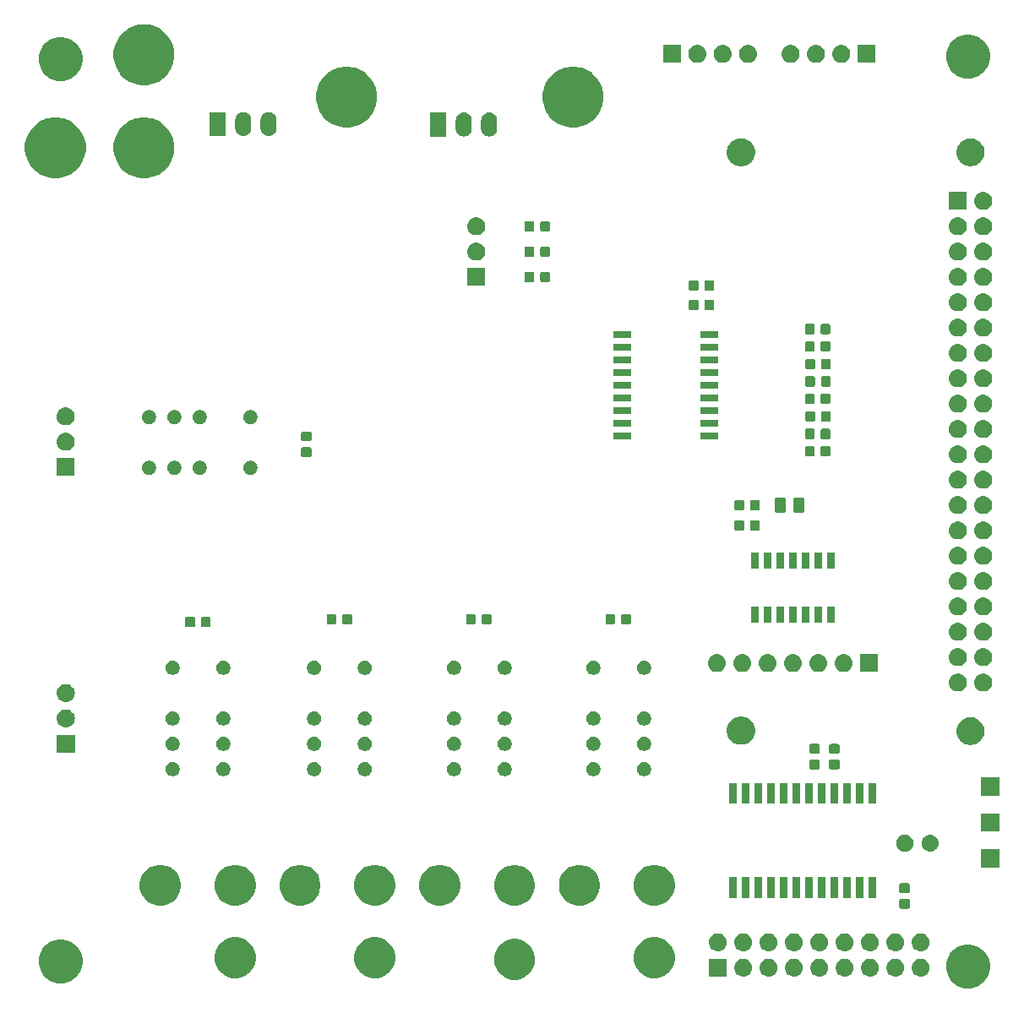
<source format=gbr>
G04 #@! TF.GenerationSoftware,KiCad,Pcbnew,5.0.2+dfsg1-1*
G04 #@! TF.CreationDate,2019-04-16T19:48:13-04:00*
G04 #@! TF.ProjectId,ThorntonAudio,54686f72-6e74-46f6-9e41-7564696f2e6b,rev?*
G04 #@! TF.SameCoordinates,Original*
G04 #@! TF.FileFunction,Soldermask,Top*
G04 #@! TF.FilePolarity,Negative*
%FSLAX46Y46*%
G04 Gerber Fmt 4.6, Leading zero omitted, Abs format (unit mm)*
G04 Created by KiCad (PCBNEW 5.0.2+dfsg1-1) date Tue 16 Apr 2019 07:48:13 PM EDT*
%MOMM*%
%LPD*%
G01*
G04 APERTURE LIST*
%ADD10C,0.100000*%
G04 APERTURE END LIST*
D10*
G36*
X226205506Y-148505582D02*
X226606065Y-148671499D01*
X226966559Y-148912373D01*
X227273127Y-149218941D01*
X227514001Y-149579435D01*
X227679918Y-149979994D01*
X227764500Y-150405219D01*
X227764500Y-150838781D01*
X227679918Y-151264006D01*
X227514001Y-151664565D01*
X227273127Y-152025059D01*
X226966559Y-152331627D01*
X226606065Y-152572501D01*
X226205506Y-152738418D01*
X225780281Y-152823000D01*
X225346719Y-152823000D01*
X224921494Y-152738418D01*
X224520935Y-152572501D01*
X224160441Y-152331627D01*
X223853873Y-152025059D01*
X223612999Y-151664565D01*
X223447082Y-151264006D01*
X223362500Y-150838781D01*
X223362500Y-150405219D01*
X223447082Y-149979994D01*
X223612999Y-149579435D01*
X223853873Y-149218941D01*
X224160441Y-148912373D01*
X224520935Y-148671499D01*
X224921494Y-148505582D01*
X225346719Y-148421000D01*
X225780281Y-148421000D01*
X226205506Y-148505582D01*
X226205506Y-148505582D01*
G37*
G36*
X135273506Y-147997582D02*
X135674065Y-148163499D01*
X136034559Y-148404373D01*
X136341127Y-148710941D01*
X136582001Y-149071435D01*
X136747918Y-149471994D01*
X136832500Y-149897219D01*
X136832500Y-150330781D01*
X136747918Y-150756006D01*
X136582001Y-151156565D01*
X136341127Y-151517059D01*
X136034559Y-151823627D01*
X135674065Y-152064501D01*
X135273506Y-152230418D01*
X134848281Y-152315000D01*
X134414719Y-152315000D01*
X133989494Y-152230418D01*
X133588935Y-152064501D01*
X133228441Y-151823627D01*
X132921873Y-151517059D01*
X132680999Y-151156565D01*
X132515082Y-150756006D01*
X132430500Y-150330781D01*
X132430500Y-149897219D01*
X132515082Y-149471994D01*
X132680999Y-149071435D01*
X132921873Y-148710941D01*
X133228441Y-148404373D01*
X133588935Y-148163499D01*
X133989494Y-147997582D01*
X134414719Y-147913000D01*
X134848281Y-147913000D01*
X135273506Y-147997582D01*
X135273506Y-147997582D01*
G37*
G36*
X180728252Y-147947818D02*
X180728254Y-147947819D01*
X180728255Y-147947819D01*
X181101513Y-148102427D01*
X181262507Y-148210000D01*
X181437439Y-148326886D01*
X181723114Y-148612561D01*
X181723116Y-148612564D01*
X181947573Y-148948487D01*
X182102181Y-149321745D01*
X182102182Y-149321748D01*
X182181000Y-149717993D01*
X182181000Y-150122007D01*
X182124666Y-150405219D01*
X182102181Y-150518255D01*
X181947573Y-150891513D01*
X181810627Y-151096467D01*
X181723114Y-151227439D01*
X181437439Y-151513114D01*
X181437436Y-151513116D01*
X181101513Y-151737573D01*
X180728255Y-151892181D01*
X180728254Y-151892181D01*
X180728252Y-151892182D01*
X180332007Y-151971000D01*
X179927993Y-151971000D01*
X179531748Y-151892182D01*
X179531746Y-151892181D01*
X179531745Y-151892181D01*
X179158487Y-151737573D01*
X178822564Y-151513116D01*
X178822561Y-151513114D01*
X178536886Y-151227439D01*
X178449373Y-151096467D01*
X178312427Y-150891513D01*
X178157819Y-150518255D01*
X178135335Y-150405219D01*
X178079000Y-150122007D01*
X178079000Y-149717993D01*
X178157818Y-149321748D01*
X178157819Y-149321745D01*
X178312427Y-148948487D01*
X178536884Y-148612564D01*
X178536886Y-148612561D01*
X178822561Y-148326886D01*
X178997493Y-148210000D01*
X179158487Y-148102427D01*
X179531745Y-147947819D01*
X179531746Y-147947819D01*
X179531748Y-147947818D01*
X179927993Y-147869000D01*
X180332007Y-147869000D01*
X180728252Y-147947818D01*
X180728252Y-147947818D01*
G37*
G36*
X152728252Y-147777818D02*
X152728254Y-147777819D01*
X152728255Y-147777819D01*
X153101513Y-147932427D01*
X153252589Y-148033373D01*
X153437439Y-148156886D01*
X153723114Y-148442561D01*
X153723116Y-148442564D01*
X153947573Y-148778487D01*
X154079904Y-149097963D01*
X154102182Y-149151748D01*
X154115548Y-149218944D01*
X154181000Y-149547994D01*
X154181000Y-149952006D01*
X154102181Y-150348255D01*
X153947573Y-150721513D01*
X153869217Y-150838781D01*
X153723114Y-151057439D01*
X153437439Y-151343114D01*
X153437436Y-151343116D01*
X153101513Y-151567573D01*
X152728255Y-151722181D01*
X152728254Y-151722181D01*
X152728252Y-151722182D01*
X152332007Y-151801000D01*
X151927993Y-151801000D01*
X151531748Y-151722182D01*
X151531746Y-151722181D01*
X151531745Y-151722181D01*
X151158487Y-151567573D01*
X150822564Y-151343116D01*
X150822561Y-151343114D01*
X150536886Y-151057439D01*
X150390783Y-150838781D01*
X150312427Y-150721513D01*
X150157819Y-150348255D01*
X150079000Y-149952006D01*
X150079000Y-149547994D01*
X150144452Y-149218944D01*
X150157818Y-149151748D01*
X150180096Y-149097963D01*
X150312427Y-148778487D01*
X150536884Y-148442564D01*
X150536886Y-148442561D01*
X150822561Y-148156886D01*
X151007411Y-148033373D01*
X151158487Y-147932427D01*
X151531745Y-147777819D01*
X151531746Y-147777819D01*
X151531748Y-147777818D01*
X151927993Y-147699000D01*
X152332007Y-147699000D01*
X152728252Y-147777818D01*
X152728252Y-147777818D01*
G37*
G36*
X194728252Y-147777818D02*
X194728254Y-147777819D01*
X194728255Y-147777819D01*
X195101513Y-147932427D01*
X195252589Y-148033373D01*
X195437439Y-148156886D01*
X195723114Y-148442561D01*
X195723116Y-148442564D01*
X195947573Y-148778487D01*
X196079904Y-149097963D01*
X196102182Y-149151748D01*
X196115548Y-149218944D01*
X196181000Y-149547994D01*
X196181000Y-149952006D01*
X196102181Y-150348255D01*
X195947573Y-150721513D01*
X195869217Y-150838781D01*
X195723114Y-151057439D01*
X195437439Y-151343114D01*
X195437436Y-151343116D01*
X195101513Y-151567573D01*
X194728255Y-151722181D01*
X194728254Y-151722181D01*
X194728252Y-151722182D01*
X194332007Y-151801000D01*
X193927993Y-151801000D01*
X193531748Y-151722182D01*
X193531746Y-151722181D01*
X193531745Y-151722181D01*
X193158487Y-151567573D01*
X192822564Y-151343116D01*
X192822561Y-151343114D01*
X192536886Y-151057439D01*
X192390783Y-150838781D01*
X192312427Y-150721513D01*
X192157819Y-150348255D01*
X192079000Y-149952006D01*
X192079000Y-149547994D01*
X192144452Y-149218944D01*
X192157818Y-149151748D01*
X192180096Y-149097963D01*
X192312427Y-148778487D01*
X192536884Y-148442564D01*
X192536886Y-148442561D01*
X192822561Y-148156886D01*
X193007411Y-148033373D01*
X193158487Y-147932427D01*
X193531745Y-147777819D01*
X193531746Y-147777819D01*
X193531748Y-147777818D01*
X193927993Y-147699000D01*
X194332007Y-147699000D01*
X194728252Y-147777818D01*
X194728252Y-147777818D01*
G37*
G36*
X166728252Y-147777818D02*
X166728254Y-147777819D01*
X166728255Y-147777819D01*
X167101513Y-147932427D01*
X167252589Y-148033373D01*
X167437439Y-148156886D01*
X167723114Y-148442561D01*
X167723116Y-148442564D01*
X167947573Y-148778487D01*
X168079904Y-149097963D01*
X168102182Y-149151748D01*
X168115548Y-149218944D01*
X168181000Y-149547994D01*
X168181000Y-149952006D01*
X168102181Y-150348255D01*
X167947573Y-150721513D01*
X167869217Y-150838781D01*
X167723114Y-151057439D01*
X167437439Y-151343114D01*
X167437436Y-151343116D01*
X167101513Y-151567573D01*
X166728255Y-151722181D01*
X166728254Y-151722181D01*
X166728252Y-151722182D01*
X166332007Y-151801000D01*
X165927993Y-151801000D01*
X165531748Y-151722182D01*
X165531746Y-151722181D01*
X165531745Y-151722181D01*
X165158487Y-151567573D01*
X164822564Y-151343116D01*
X164822561Y-151343114D01*
X164536886Y-151057439D01*
X164390783Y-150838781D01*
X164312427Y-150721513D01*
X164157819Y-150348255D01*
X164079000Y-149952006D01*
X164079000Y-149547994D01*
X164144452Y-149218944D01*
X164157818Y-149151748D01*
X164180096Y-149097963D01*
X164312427Y-148778487D01*
X164536884Y-148442564D01*
X164536886Y-148442561D01*
X164822561Y-148156886D01*
X165007411Y-148033373D01*
X165158487Y-147932427D01*
X165531745Y-147777819D01*
X165531746Y-147777819D01*
X165531748Y-147777818D01*
X165927993Y-147699000D01*
X166332007Y-147699000D01*
X166728252Y-147777818D01*
X166728252Y-147777818D01*
G37*
G36*
X210770442Y-149855518D02*
X210836627Y-149862037D01*
X210949853Y-149896384D01*
X211006467Y-149913557D01*
X211130756Y-149979992D01*
X211162991Y-149997222D01*
X211198729Y-150026552D01*
X211300186Y-150109814D01*
X211383448Y-150211271D01*
X211412778Y-150247009D01*
X211412779Y-150247011D01*
X211496443Y-150403533D01*
X211513616Y-150460147D01*
X211547963Y-150573373D01*
X211565359Y-150750000D01*
X211547963Y-150926627D01*
X211513616Y-151039853D01*
X211496443Y-151096467D01*
X211464319Y-151156565D01*
X211412778Y-151252991D01*
X211383448Y-151288729D01*
X211300186Y-151390186D01*
X211198729Y-151473448D01*
X211162991Y-151502778D01*
X211162989Y-151502779D01*
X211006467Y-151586443D01*
X210949853Y-151603616D01*
X210836627Y-151637963D01*
X210770443Y-151644481D01*
X210704260Y-151651000D01*
X210615740Y-151651000D01*
X210549557Y-151644481D01*
X210483373Y-151637963D01*
X210370147Y-151603616D01*
X210313533Y-151586443D01*
X210157011Y-151502779D01*
X210157009Y-151502778D01*
X210121271Y-151473448D01*
X210019814Y-151390186D01*
X209936552Y-151288729D01*
X209907222Y-151252991D01*
X209855681Y-151156565D01*
X209823557Y-151096467D01*
X209806384Y-151039853D01*
X209772037Y-150926627D01*
X209754641Y-150750000D01*
X209772037Y-150573373D01*
X209806384Y-150460147D01*
X209823557Y-150403533D01*
X209907221Y-150247011D01*
X209907222Y-150247009D01*
X209936552Y-150211271D01*
X210019814Y-150109814D01*
X210121271Y-150026552D01*
X210157009Y-149997222D01*
X210189244Y-149979992D01*
X210313533Y-149913557D01*
X210370147Y-149896384D01*
X210483373Y-149862037D01*
X210549558Y-149855518D01*
X210615740Y-149849000D01*
X210704260Y-149849000D01*
X210770442Y-149855518D01*
X210770442Y-149855518D01*
G37*
G36*
X220930442Y-149855518D02*
X220996627Y-149862037D01*
X221109853Y-149896384D01*
X221166467Y-149913557D01*
X221290756Y-149979992D01*
X221322991Y-149997222D01*
X221358729Y-150026552D01*
X221460186Y-150109814D01*
X221543448Y-150211271D01*
X221572778Y-150247009D01*
X221572779Y-150247011D01*
X221656443Y-150403533D01*
X221673616Y-150460147D01*
X221707963Y-150573373D01*
X221725359Y-150750000D01*
X221707963Y-150926627D01*
X221673616Y-151039853D01*
X221656443Y-151096467D01*
X221624319Y-151156565D01*
X221572778Y-151252991D01*
X221543448Y-151288729D01*
X221460186Y-151390186D01*
X221358729Y-151473448D01*
X221322991Y-151502778D01*
X221322989Y-151502779D01*
X221166467Y-151586443D01*
X221109853Y-151603616D01*
X220996627Y-151637963D01*
X220930443Y-151644481D01*
X220864260Y-151651000D01*
X220775740Y-151651000D01*
X220709557Y-151644481D01*
X220643373Y-151637963D01*
X220530147Y-151603616D01*
X220473533Y-151586443D01*
X220317011Y-151502779D01*
X220317009Y-151502778D01*
X220281271Y-151473448D01*
X220179814Y-151390186D01*
X220096552Y-151288729D01*
X220067222Y-151252991D01*
X220015681Y-151156565D01*
X219983557Y-151096467D01*
X219966384Y-151039853D01*
X219932037Y-150926627D01*
X219914641Y-150750000D01*
X219932037Y-150573373D01*
X219966384Y-150460147D01*
X219983557Y-150403533D01*
X220067221Y-150247011D01*
X220067222Y-150247009D01*
X220096552Y-150211271D01*
X220179814Y-150109814D01*
X220281271Y-150026552D01*
X220317009Y-149997222D01*
X220349244Y-149979992D01*
X220473533Y-149913557D01*
X220530147Y-149896384D01*
X220643373Y-149862037D01*
X220709558Y-149855518D01*
X220775740Y-149849000D01*
X220864260Y-149849000D01*
X220930442Y-149855518D01*
X220930442Y-149855518D01*
G37*
G36*
X218390442Y-149855518D02*
X218456627Y-149862037D01*
X218569853Y-149896384D01*
X218626467Y-149913557D01*
X218750756Y-149979992D01*
X218782991Y-149997222D01*
X218818729Y-150026552D01*
X218920186Y-150109814D01*
X219003448Y-150211271D01*
X219032778Y-150247009D01*
X219032779Y-150247011D01*
X219116443Y-150403533D01*
X219133616Y-150460147D01*
X219167963Y-150573373D01*
X219185359Y-150750000D01*
X219167963Y-150926627D01*
X219133616Y-151039853D01*
X219116443Y-151096467D01*
X219084319Y-151156565D01*
X219032778Y-151252991D01*
X219003448Y-151288729D01*
X218920186Y-151390186D01*
X218818729Y-151473448D01*
X218782991Y-151502778D01*
X218782989Y-151502779D01*
X218626467Y-151586443D01*
X218569853Y-151603616D01*
X218456627Y-151637963D01*
X218390443Y-151644481D01*
X218324260Y-151651000D01*
X218235740Y-151651000D01*
X218169557Y-151644481D01*
X218103373Y-151637963D01*
X217990147Y-151603616D01*
X217933533Y-151586443D01*
X217777011Y-151502779D01*
X217777009Y-151502778D01*
X217741271Y-151473448D01*
X217639814Y-151390186D01*
X217556552Y-151288729D01*
X217527222Y-151252991D01*
X217475681Y-151156565D01*
X217443557Y-151096467D01*
X217426384Y-151039853D01*
X217392037Y-150926627D01*
X217374641Y-150750000D01*
X217392037Y-150573373D01*
X217426384Y-150460147D01*
X217443557Y-150403533D01*
X217527221Y-150247011D01*
X217527222Y-150247009D01*
X217556552Y-150211271D01*
X217639814Y-150109814D01*
X217741271Y-150026552D01*
X217777009Y-149997222D01*
X217809244Y-149979992D01*
X217933533Y-149913557D01*
X217990147Y-149896384D01*
X218103373Y-149862037D01*
X218169558Y-149855518D01*
X218235740Y-149849000D01*
X218324260Y-149849000D01*
X218390442Y-149855518D01*
X218390442Y-149855518D01*
G37*
G36*
X215850442Y-149855518D02*
X215916627Y-149862037D01*
X216029853Y-149896384D01*
X216086467Y-149913557D01*
X216210756Y-149979992D01*
X216242991Y-149997222D01*
X216278729Y-150026552D01*
X216380186Y-150109814D01*
X216463448Y-150211271D01*
X216492778Y-150247009D01*
X216492779Y-150247011D01*
X216576443Y-150403533D01*
X216593616Y-150460147D01*
X216627963Y-150573373D01*
X216645359Y-150750000D01*
X216627963Y-150926627D01*
X216593616Y-151039853D01*
X216576443Y-151096467D01*
X216544319Y-151156565D01*
X216492778Y-151252991D01*
X216463448Y-151288729D01*
X216380186Y-151390186D01*
X216278729Y-151473448D01*
X216242991Y-151502778D01*
X216242989Y-151502779D01*
X216086467Y-151586443D01*
X216029853Y-151603616D01*
X215916627Y-151637963D01*
X215850443Y-151644481D01*
X215784260Y-151651000D01*
X215695740Y-151651000D01*
X215629557Y-151644481D01*
X215563373Y-151637963D01*
X215450147Y-151603616D01*
X215393533Y-151586443D01*
X215237011Y-151502779D01*
X215237009Y-151502778D01*
X215201271Y-151473448D01*
X215099814Y-151390186D01*
X215016552Y-151288729D01*
X214987222Y-151252991D01*
X214935681Y-151156565D01*
X214903557Y-151096467D01*
X214886384Y-151039853D01*
X214852037Y-150926627D01*
X214834641Y-150750000D01*
X214852037Y-150573373D01*
X214886384Y-150460147D01*
X214903557Y-150403533D01*
X214987221Y-150247011D01*
X214987222Y-150247009D01*
X215016552Y-150211271D01*
X215099814Y-150109814D01*
X215201271Y-150026552D01*
X215237009Y-149997222D01*
X215269244Y-149979992D01*
X215393533Y-149913557D01*
X215450147Y-149896384D01*
X215563373Y-149862037D01*
X215629558Y-149855518D01*
X215695740Y-149849000D01*
X215784260Y-149849000D01*
X215850442Y-149855518D01*
X215850442Y-149855518D01*
G37*
G36*
X213310442Y-149855518D02*
X213376627Y-149862037D01*
X213489853Y-149896384D01*
X213546467Y-149913557D01*
X213670756Y-149979992D01*
X213702991Y-149997222D01*
X213738729Y-150026552D01*
X213840186Y-150109814D01*
X213923448Y-150211271D01*
X213952778Y-150247009D01*
X213952779Y-150247011D01*
X214036443Y-150403533D01*
X214053616Y-150460147D01*
X214087963Y-150573373D01*
X214105359Y-150750000D01*
X214087963Y-150926627D01*
X214053616Y-151039853D01*
X214036443Y-151096467D01*
X214004319Y-151156565D01*
X213952778Y-151252991D01*
X213923448Y-151288729D01*
X213840186Y-151390186D01*
X213738729Y-151473448D01*
X213702991Y-151502778D01*
X213702989Y-151502779D01*
X213546467Y-151586443D01*
X213489853Y-151603616D01*
X213376627Y-151637963D01*
X213310443Y-151644481D01*
X213244260Y-151651000D01*
X213155740Y-151651000D01*
X213089557Y-151644481D01*
X213023373Y-151637963D01*
X212910147Y-151603616D01*
X212853533Y-151586443D01*
X212697011Y-151502779D01*
X212697009Y-151502778D01*
X212661271Y-151473448D01*
X212559814Y-151390186D01*
X212476552Y-151288729D01*
X212447222Y-151252991D01*
X212395681Y-151156565D01*
X212363557Y-151096467D01*
X212346384Y-151039853D01*
X212312037Y-150926627D01*
X212294641Y-150750000D01*
X212312037Y-150573373D01*
X212346384Y-150460147D01*
X212363557Y-150403533D01*
X212447221Y-150247011D01*
X212447222Y-150247009D01*
X212476552Y-150211271D01*
X212559814Y-150109814D01*
X212661271Y-150026552D01*
X212697009Y-149997222D01*
X212729244Y-149979992D01*
X212853533Y-149913557D01*
X212910147Y-149896384D01*
X213023373Y-149862037D01*
X213089558Y-149855518D01*
X213155740Y-149849000D01*
X213244260Y-149849000D01*
X213310442Y-149855518D01*
X213310442Y-149855518D01*
G37*
G36*
X208230442Y-149855518D02*
X208296627Y-149862037D01*
X208409853Y-149896384D01*
X208466467Y-149913557D01*
X208590756Y-149979992D01*
X208622991Y-149997222D01*
X208658729Y-150026552D01*
X208760186Y-150109814D01*
X208843448Y-150211271D01*
X208872778Y-150247009D01*
X208872779Y-150247011D01*
X208956443Y-150403533D01*
X208973616Y-150460147D01*
X209007963Y-150573373D01*
X209025359Y-150750000D01*
X209007963Y-150926627D01*
X208973616Y-151039853D01*
X208956443Y-151096467D01*
X208924319Y-151156565D01*
X208872778Y-151252991D01*
X208843448Y-151288729D01*
X208760186Y-151390186D01*
X208658729Y-151473448D01*
X208622991Y-151502778D01*
X208622989Y-151502779D01*
X208466467Y-151586443D01*
X208409853Y-151603616D01*
X208296627Y-151637963D01*
X208230443Y-151644481D01*
X208164260Y-151651000D01*
X208075740Y-151651000D01*
X208009557Y-151644481D01*
X207943373Y-151637963D01*
X207830147Y-151603616D01*
X207773533Y-151586443D01*
X207617011Y-151502779D01*
X207617009Y-151502778D01*
X207581271Y-151473448D01*
X207479814Y-151390186D01*
X207396552Y-151288729D01*
X207367222Y-151252991D01*
X207315681Y-151156565D01*
X207283557Y-151096467D01*
X207266384Y-151039853D01*
X207232037Y-150926627D01*
X207214641Y-150750000D01*
X207232037Y-150573373D01*
X207266384Y-150460147D01*
X207283557Y-150403533D01*
X207367221Y-150247011D01*
X207367222Y-150247009D01*
X207396552Y-150211271D01*
X207479814Y-150109814D01*
X207581271Y-150026552D01*
X207617009Y-149997222D01*
X207649244Y-149979992D01*
X207773533Y-149913557D01*
X207830147Y-149896384D01*
X207943373Y-149862037D01*
X208009558Y-149855518D01*
X208075740Y-149849000D01*
X208164260Y-149849000D01*
X208230442Y-149855518D01*
X208230442Y-149855518D01*
G37*
G36*
X205690442Y-149855518D02*
X205756627Y-149862037D01*
X205869853Y-149896384D01*
X205926467Y-149913557D01*
X206050756Y-149979992D01*
X206082991Y-149997222D01*
X206118729Y-150026552D01*
X206220186Y-150109814D01*
X206303448Y-150211271D01*
X206332778Y-150247009D01*
X206332779Y-150247011D01*
X206416443Y-150403533D01*
X206433616Y-150460147D01*
X206467963Y-150573373D01*
X206485359Y-150750000D01*
X206467963Y-150926627D01*
X206433616Y-151039853D01*
X206416443Y-151096467D01*
X206384319Y-151156565D01*
X206332778Y-151252991D01*
X206303448Y-151288729D01*
X206220186Y-151390186D01*
X206118729Y-151473448D01*
X206082991Y-151502778D01*
X206082989Y-151502779D01*
X205926467Y-151586443D01*
X205869853Y-151603616D01*
X205756627Y-151637963D01*
X205690443Y-151644481D01*
X205624260Y-151651000D01*
X205535740Y-151651000D01*
X205469557Y-151644481D01*
X205403373Y-151637963D01*
X205290147Y-151603616D01*
X205233533Y-151586443D01*
X205077011Y-151502779D01*
X205077009Y-151502778D01*
X205041271Y-151473448D01*
X204939814Y-151390186D01*
X204856552Y-151288729D01*
X204827222Y-151252991D01*
X204775681Y-151156565D01*
X204743557Y-151096467D01*
X204726384Y-151039853D01*
X204692037Y-150926627D01*
X204674641Y-150750000D01*
X204692037Y-150573373D01*
X204726384Y-150460147D01*
X204743557Y-150403533D01*
X204827221Y-150247011D01*
X204827222Y-150247009D01*
X204856552Y-150211271D01*
X204939814Y-150109814D01*
X205041271Y-150026552D01*
X205077009Y-149997222D01*
X205109244Y-149979992D01*
X205233533Y-149913557D01*
X205290147Y-149896384D01*
X205403373Y-149862037D01*
X205469558Y-149855518D01*
X205535740Y-149849000D01*
X205624260Y-149849000D01*
X205690442Y-149855518D01*
X205690442Y-149855518D01*
G37*
G36*
X203150442Y-149855518D02*
X203216627Y-149862037D01*
X203329853Y-149896384D01*
X203386467Y-149913557D01*
X203510756Y-149979992D01*
X203542991Y-149997222D01*
X203578729Y-150026552D01*
X203680186Y-150109814D01*
X203763448Y-150211271D01*
X203792778Y-150247009D01*
X203792779Y-150247011D01*
X203876443Y-150403533D01*
X203893616Y-150460147D01*
X203927963Y-150573373D01*
X203945359Y-150750000D01*
X203927963Y-150926627D01*
X203893616Y-151039853D01*
X203876443Y-151096467D01*
X203844319Y-151156565D01*
X203792778Y-151252991D01*
X203763448Y-151288729D01*
X203680186Y-151390186D01*
X203578729Y-151473448D01*
X203542991Y-151502778D01*
X203542989Y-151502779D01*
X203386467Y-151586443D01*
X203329853Y-151603616D01*
X203216627Y-151637963D01*
X203150443Y-151644481D01*
X203084260Y-151651000D01*
X202995740Y-151651000D01*
X202929557Y-151644481D01*
X202863373Y-151637963D01*
X202750147Y-151603616D01*
X202693533Y-151586443D01*
X202537011Y-151502779D01*
X202537009Y-151502778D01*
X202501271Y-151473448D01*
X202399814Y-151390186D01*
X202316552Y-151288729D01*
X202287222Y-151252991D01*
X202235681Y-151156565D01*
X202203557Y-151096467D01*
X202186384Y-151039853D01*
X202152037Y-150926627D01*
X202134641Y-150750000D01*
X202152037Y-150573373D01*
X202186384Y-150460147D01*
X202203557Y-150403533D01*
X202287221Y-150247011D01*
X202287222Y-150247009D01*
X202316552Y-150211271D01*
X202399814Y-150109814D01*
X202501271Y-150026552D01*
X202537009Y-149997222D01*
X202569244Y-149979992D01*
X202693533Y-149913557D01*
X202750147Y-149896384D01*
X202863373Y-149862037D01*
X202929558Y-149855518D01*
X202995740Y-149849000D01*
X203084260Y-149849000D01*
X203150442Y-149855518D01*
X203150442Y-149855518D01*
G37*
G36*
X201401000Y-151651000D02*
X199599000Y-151651000D01*
X199599000Y-149849000D01*
X201401000Y-149849000D01*
X201401000Y-151651000D01*
X201401000Y-151651000D01*
G37*
G36*
X213310442Y-147315518D02*
X213376627Y-147322037D01*
X213489853Y-147356384D01*
X213546467Y-147373557D01*
X213685087Y-147447652D01*
X213702991Y-147457222D01*
X213738729Y-147486552D01*
X213840186Y-147569814D01*
X213923448Y-147671271D01*
X213952778Y-147707009D01*
X213952779Y-147707011D01*
X214036443Y-147863533D01*
X214036443Y-147863534D01*
X214087963Y-148033373D01*
X214105359Y-148210000D01*
X214087963Y-148386627D01*
X214053616Y-148499853D01*
X214036443Y-148556467D01*
X214006458Y-148612564D01*
X213952778Y-148712991D01*
X213923448Y-148748729D01*
X213840186Y-148850186D01*
X213738729Y-148933448D01*
X213702991Y-148962778D01*
X213702989Y-148962779D01*
X213546467Y-149046443D01*
X213489853Y-149063616D01*
X213376627Y-149097963D01*
X213310442Y-149104482D01*
X213244260Y-149111000D01*
X213155740Y-149111000D01*
X213089558Y-149104482D01*
X213023373Y-149097963D01*
X212910147Y-149063616D01*
X212853533Y-149046443D01*
X212697011Y-148962779D01*
X212697009Y-148962778D01*
X212661271Y-148933448D01*
X212559814Y-148850186D01*
X212476552Y-148748729D01*
X212447222Y-148712991D01*
X212393542Y-148612564D01*
X212363557Y-148556467D01*
X212346384Y-148499853D01*
X212312037Y-148386627D01*
X212294641Y-148210000D01*
X212312037Y-148033373D01*
X212363557Y-147863534D01*
X212363557Y-147863533D01*
X212447221Y-147707011D01*
X212447222Y-147707009D01*
X212476552Y-147671271D01*
X212559814Y-147569814D01*
X212661271Y-147486552D01*
X212697009Y-147457222D01*
X212714913Y-147447652D01*
X212853533Y-147373557D01*
X212910147Y-147356384D01*
X213023373Y-147322037D01*
X213089558Y-147315518D01*
X213155740Y-147309000D01*
X213244260Y-147309000D01*
X213310442Y-147315518D01*
X213310442Y-147315518D01*
G37*
G36*
X220930442Y-147315518D02*
X220996627Y-147322037D01*
X221109853Y-147356384D01*
X221166467Y-147373557D01*
X221305087Y-147447652D01*
X221322991Y-147457222D01*
X221358729Y-147486552D01*
X221460186Y-147569814D01*
X221543448Y-147671271D01*
X221572778Y-147707009D01*
X221572779Y-147707011D01*
X221656443Y-147863533D01*
X221656443Y-147863534D01*
X221707963Y-148033373D01*
X221725359Y-148210000D01*
X221707963Y-148386627D01*
X221673616Y-148499853D01*
X221656443Y-148556467D01*
X221626458Y-148612564D01*
X221572778Y-148712991D01*
X221543448Y-148748729D01*
X221460186Y-148850186D01*
X221358729Y-148933448D01*
X221322991Y-148962778D01*
X221322989Y-148962779D01*
X221166467Y-149046443D01*
X221109853Y-149063616D01*
X220996627Y-149097963D01*
X220930442Y-149104482D01*
X220864260Y-149111000D01*
X220775740Y-149111000D01*
X220709558Y-149104482D01*
X220643373Y-149097963D01*
X220530147Y-149063616D01*
X220473533Y-149046443D01*
X220317011Y-148962779D01*
X220317009Y-148962778D01*
X220281271Y-148933448D01*
X220179814Y-148850186D01*
X220096552Y-148748729D01*
X220067222Y-148712991D01*
X220013542Y-148612564D01*
X219983557Y-148556467D01*
X219966384Y-148499853D01*
X219932037Y-148386627D01*
X219914641Y-148210000D01*
X219932037Y-148033373D01*
X219983557Y-147863534D01*
X219983557Y-147863533D01*
X220067221Y-147707011D01*
X220067222Y-147707009D01*
X220096552Y-147671271D01*
X220179814Y-147569814D01*
X220281271Y-147486552D01*
X220317009Y-147457222D01*
X220334913Y-147447652D01*
X220473533Y-147373557D01*
X220530147Y-147356384D01*
X220643373Y-147322037D01*
X220709558Y-147315518D01*
X220775740Y-147309000D01*
X220864260Y-147309000D01*
X220930442Y-147315518D01*
X220930442Y-147315518D01*
G37*
G36*
X218390442Y-147315518D02*
X218456627Y-147322037D01*
X218569853Y-147356384D01*
X218626467Y-147373557D01*
X218765087Y-147447652D01*
X218782991Y-147457222D01*
X218818729Y-147486552D01*
X218920186Y-147569814D01*
X219003448Y-147671271D01*
X219032778Y-147707009D01*
X219032779Y-147707011D01*
X219116443Y-147863533D01*
X219116443Y-147863534D01*
X219167963Y-148033373D01*
X219185359Y-148210000D01*
X219167963Y-148386627D01*
X219133616Y-148499853D01*
X219116443Y-148556467D01*
X219086458Y-148612564D01*
X219032778Y-148712991D01*
X219003448Y-148748729D01*
X218920186Y-148850186D01*
X218818729Y-148933448D01*
X218782991Y-148962778D01*
X218782989Y-148962779D01*
X218626467Y-149046443D01*
X218569853Y-149063616D01*
X218456627Y-149097963D01*
X218390442Y-149104482D01*
X218324260Y-149111000D01*
X218235740Y-149111000D01*
X218169558Y-149104482D01*
X218103373Y-149097963D01*
X217990147Y-149063616D01*
X217933533Y-149046443D01*
X217777011Y-148962779D01*
X217777009Y-148962778D01*
X217741271Y-148933448D01*
X217639814Y-148850186D01*
X217556552Y-148748729D01*
X217527222Y-148712991D01*
X217473542Y-148612564D01*
X217443557Y-148556467D01*
X217426384Y-148499853D01*
X217392037Y-148386627D01*
X217374641Y-148210000D01*
X217392037Y-148033373D01*
X217443557Y-147863534D01*
X217443557Y-147863533D01*
X217527221Y-147707011D01*
X217527222Y-147707009D01*
X217556552Y-147671271D01*
X217639814Y-147569814D01*
X217741271Y-147486552D01*
X217777009Y-147457222D01*
X217794913Y-147447652D01*
X217933533Y-147373557D01*
X217990147Y-147356384D01*
X218103373Y-147322037D01*
X218169558Y-147315518D01*
X218235740Y-147309000D01*
X218324260Y-147309000D01*
X218390442Y-147315518D01*
X218390442Y-147315518D01*
G37*
G36*
X215850442Y-147315518D02*
X215916627Y-147322037D01*
X216029853Y-147356384D01*
X216086467Y-147373557D01*
X216225087Y-147447652D01*
X216242991Y-147457222D01*
X216278729Y-147486552D01*
X216380186Y-147569814D01*
X216463448Y-147671271D01*
X216492778Y-147707009D01*
X216492779Y-147707011D01*
X216576443Y-147863533D01*
X216576443Y-147863534D01*
X216627963Y-148033373D01*
X216645359Y-148210000D01*
X216627963Y-148386627D01*
X216593616Y-148499853D01*
X216576443Y-148556467D01*
X216546458Y-148612564D01*
X216492778Y-148712991D01*
X216463448Y-148748729D01*
X216380186Y-148850186D01*
X216278729Y-148933448D01*
X216242991Y-148962778D01*
X216242989Y-148962779D01*
X216086467Y-149046443D01*
X216029853Y-149063616D01*
X215916627Y-149097963D01*
X215850442Y-149104482D01*
X215784260Y-149111000D01*
X215695740Y-149111000D01*
X215629558Y-149104482D01*
X215563373Y-149097963D01*
X215450147Y-149063616D01*
X215393533Y-149046443D01*
X215237011Y-148962779D01*
X215237009Y-148962778D01*
X215201271Y-148933448D01*
X215099814Y-148850186D01*
X215016552Y-148748729D01*
X214987222Y-148712991D01*
X214933542Y-148612564D01*
X214903557Y-148556467D01*
X214886384Y-148499853D01*
X214852037Y-148386627D01*
X214834641Y-148210000D01*
X214852037Y-148033373D01*
X214903557Y-147863534D01*
X214903557Y-147863533D01*
X214987221Y-147707011D01*
X214987222Y-147707009D01*
X215016552Y-147671271D01*
X215099814Y-147569814D01*
X215201271Y-147486552D01*
X215237009Y-147457222D01*
X215254913Y-147447652D01*
X215393533Y-147373557D01*
X215450147Y-147356384D01*
X215563373Y-147322037D01*
X215629558Y-147315518D01*
X215695740Y-147309000D01*
X215784260Y-147309000D01*
X215850442Y-147315518D01*
X215850442Y-147315518D01*
G37*
G36*
X205690442Y-147315518D02*
X205756627Y-147322037D01*
X205869853Y-147356384D01*
X205926467Y-147373557D01*
X206065087Y-147447652D01*
X206082991Y-147457222D01*
X206118729Y-147486552D01*
X206220186Y-147569814D01*
X206303448Y-147671271D01*
X206332778Y-147707009D01*
X206332779Y-147707011D01*
X206416443Y-147863533D01*
X206416443Y-147863534D01*
X206467963Y-148033373D01*
X206485359Y-148210000D01*
X206467963Y-148386627D01*
X206433616Y-148499853D01*
X206416443Y-148556467D01*
X206386458Y-148612564D01*
X206332778Y-148712991D01*
X206303448Y-148748729D01*
X206220186Y-148850186D01*
X206118729Y-148933448D01*
X206082991Y-148962778D01*
X206082989Y-148962779D01*
X205926467Y-149046443D01*
X205869853Y-149063616D01*
X205756627Y-149097963D01*
X205690442Y-149104482D01*
X205624260Y-149111000D01*
X205535740Y-149111000D01*
X205469558Y-149104482D01*
X205403373Y-149097963D01*
X205290147Y-149063616D01*
X205233533Y-149046443D01*
X205077011Y-148962779D01*
X205077009Y-148962778D01*
X205041271Y-148933448D01*
X204939814Y-148850186D01*
X204856552Y-148748729D01*
X204827222Y-148712991D01*
X204773542Y-148612564D01*
X204743557Y-148556467D01*
X204726384Y-148499853D01*
X204692037Y-148386627D01*
X204674641Y-148210000D01*
X204692037Y-148033373D01*
X204743557Y-147863534D01*
X204743557Y-147863533D01*
X204827221Y-147707011D01*
X204827222Y-147707009D01*
X204856552Y-147671271D01*
X204939814Y-147569814D01*
X205041271Y-147486552D01*
X205077009Y-147457222D01*
X205094913Y-147447652D01*
X205233533Y-147373557D01*
X205290147Y-147356384D01*
X205403373Y-147322037D01*
X205469558Y-147315518D01*
X205535740Y-147309000D01*
X205624260Y-147309000D01*
X205690442Y-147315518D01*
X205690442Y-147315518D01*
G37*
G36*
X203150442Y-147315518D02*
X203216627Y-147322037D01*
X203329853Y-147356384D01*
X203386467Y-147373557D01*
X203525087Y-147447652D01*
X203542991Y-147457222D01*
X203578729Y-147486552D01*
X203680186Y-147569814D01*
X203763448Y-147671271D01*
X203792778Y-147707009D01*
X203792779Y-147707011D01*
X203876443Y-147863533D01*
X203876443Y-147863534D01*
X203927963Y-148033373D01*
X203945359Y-148210000D01*
X203927963Y-148386627D01*
X203893616Y-148499853D01*
X203876443Y-148556467D01*
X203846458Y-148612564D01*
X203792778Y-148712991D01*
X203763448Y-148748729D01*
X203680186Y-148850186D01*
X203578729Y-148933448D01*
X203542991Y-148962778D01*
X203542989Y-148962779D01*
X203386467Y-149046443D01*
X203329853Y-149063616D01*
X203216627Y-149097963D01*
X203150442Y-149104482D01*
X203084260Y-149111000D01*
X202995740Y-149111000D01*
X202929558Y-149104482D01*
X202863373Y-149097963D01*
X202750147Y-149063616D01*
X202693533Y-149046443D01*
X202537011Y-148962779D01*
X202537009Y-148962778D01*
X202501271Y-148933448D01*
X202399814Y-148850186D01*
X202316552Y-148748729D01*
X202287222Y-148712991D01*
X202233542Y-148612564D01*
X202203557Y-148556467D01*
X202186384Y-148499853D01*
X202152037Y-148386627D01*
X202134641Y-148210000D01*
X202152037Y-148033373D01*
X202203557Y-147863534D01*
X202203557Y-147863533D01*
X202287221Y-147707011D01*
X202287222Y-147707009D01*
X202316552Y-147671271D01*
X202399814Y-147569814D01*
X202501271Y-147486552D01*
X202537009Y-147457222D01*
X202554913Y-147447652D01*
X202693533Y-147373557D01*
X202750147Y-147356384D01*
X202863373Y-147322037D01*
X202929558Y-147315518D01*
X202995740Y-147309000D01*
X203084260Y-147309000D01*
X203150442Y-147315518D01*
X203150442Y-147315518D01*
G37*
G36*
X210770442Y-147315518D02*
X210836627Y-147322037D01*
X210949853Y-147356384D01*
X211006467Y-147373557D01*
X211145087Y-147447652D01*
X211162991Y-147457222D01*
X211198729Y-147486552D01*
X211300186Y-147569814D01*
X211383448Y-147671271D01*
X211412778Y-147707009D01*
X211412779Y-147707011D01*
X211496443Y-147863533D01*
X211496443Y-147863534D01*
X211547963Y-148033373D01*
X211565359Y-148210000D01*
X211547963Y-148386627D01*
X211513616Y-148499853D01*
X211496443Y-148556467D01*
X211466458Y-148612564D01*
X211412778Y-148712991D01*
X211383448Y-148748729D01*
X211300186Y-148850186D01*
X211198729Y-148933448D01*
X211162991Y-148962778D01*
X211162989Y-148962779D01*
X211006467Y-149046443D01*
X210949853Y-149063616D01*
X210836627Y-149097963D01*
X210770442Y-149104482D01*
X210704260Y-149111000D01*
X210615740Y-149111000D01*
X210549558Y-149104482D01*
X210483373Y-149097963D01*
X210370147Y-149063616D01*
X210313533Y-149046443D01*
X210157011Y-148962779D01*
X210157009Y-148962778D01*
X210121271Y-148933448D01*
X210019814Y-148850186D01*
X209936552Y-148748729D01*
X209907222Y-148712991D01*
X209853542Y-148612564D01*
X209823557Y-148556467D01*
X209806384Y-148499853D01*
X209772037Y-148386627D01*
X209754641Y-148210000D01*
X209772037Y-148033373D01*
X209823557Y-147863534D01*
X209823557Y-147863533D01*
X209907221Y-147707011D01*
X209907222Y-147707009D01*
X209936552Y-147671271D01*
X210019814Y-147569814D01*
X210121271Y-147486552D01*
X210157009Y-147457222D01*
X210174913Y-147447652D01*
X210313533Y-147373557D01*
X210370147Y-147356384D01*
X210483373Y-147322037D01*
X210549558Y-147315518D01*
X210615740Y-147309000D01*
X210704260Y-147309000D01*
X210770442Y-147315518D01*
X210770442Y-147315518D01*
G37*
G36*
X200610442Y-147315518D02*
X200676627Y-147322037D01*
X200789853Y-147356384D01*
X200846467Y-147373557D01*
X200985087Y-147447652D01*
X201002991Y-147457222D01*
X201038729Y-147486552D01*
X201140186Y-147569814D01*
X201223448Y-147671271D01*
X201252778Y-147707009D01*
X201252779Y-147707011D01*
X201336443Y-147863533D01*
X201336443Y-147863534D01*
X201387963Y-148033373D01*
X201405359Y-148210000D01*
X201387963Y-148386627D01*
X201353616Y-148499853D01*
X201336443Y-148556467D01*
X201306458Y-148612564D01*
X201252778Y-148712991D01*
X201223448Y-148748729D01*
X201140186Y-148850186D01*
X201038729Y-148933448D01*
X201002991Y-148962778D01*
X201002989Y-148962779D01*
X200846467Y-149046443D01*
X200789853Y-149063616D01*
X200676627Y-149097963D01*
X200610442Y-149104482D01*
X200544260Y-149111000D01*
X200455740Y-149111000D01*
X200389558Y-149104482D01*
X200323373Y-149097963D01*
X200210147Y-149063616D01*
X200153533Y-149046443D01*
X199997011Y-148962779D01*
X199997009Y-148962778D01*
X199961271Y-148933448D01*
X199859814Y-148850186D01*
X199776552Y-148748729D01*
X199747222Y-148712991D01*
X199693542Y-148612564D01*
X199663557Y-148556467D01*
X199646384Y-148499853D01*
X199612037Y-148386627D01*
X199594641Y-148210000D01*
X199612037Y-148033373D01*
X199663557Y-147863534D01*
X199663557Y-147863533D01*
X199747221Y-147707011D01*
X199747222Y-147707009D01*
X199776552Y-147671271D01*
X199859814Y-147569814D01*
X199961271Y-147486552D01*
X199997009Y-147457222D01*
X200014913Y-147447652D01*
X200153533Y-147373557D01*
X200210147Y-147356384D01*
X200323373Y-147322037D01*
X200389558Y-147315518D01*
X200455740Y-147309000D01*
X200544260Y-147309000D01*
X200610442Y-147315518D01*
X200610442Y-147315518D01*
G37*
G36*
X208230442Y-147315518D02*
X208296627Y-147322037D01*
X208409853Y-147356384D01*
X208466467Y-147373557D01*
X208605087Y-147447652D01*
X208622991Y-147457222D01*
X208658729Y-147486552D01*
X208760186Y-147569814D01*
X208843448Y-147671271D01*
X208872778Y-147707009D01*
X208872779Y-147707011D01*
X208956443Y-147863533D01*
X208956443Y-147863534D01*
X209007963Y-148033373D01*
X209025359Y-148210000D01*
X209007963Y-148386627D01*
X208973616Y-148499853D01*
X208956443Y-148556467D01*
X208926458Y-148612564D01*
X208872778Y-148712991D01*
X208843448Y-148748729D01*
X208760186Y-148850186D01*
X208658729Y-148933448D01*
X208622991Y-148962778D01*
X208622989Y-148962779D01*
X208466467Y-149046443D01*
X208409853Y-149063616D01*
X208296627Y-149097963D01*
X208230442Y-149104482D01*
X208164260Y-149111000D01*
X208075740Y-149111000D01*
X208009558Y-149104482D01*
X207943373Y-149097963D01*
X207830147Y-149063616D01*
X207773533Y-149046443D01*
X207617011Y-148962779D01*
X207617009Y-148962778D01*
X207581271Y-148933448D01*
X207479814Y-148850186D01*
X207396552Y-148748729D01*
X207367222Y-148712991D01*
X207313542Y-148612564D01*
X207283557Y-148556467D01*
X207266384Y-148499853D01*
X207232037Y-148386627D01*
X207214641Y-148210000D01*
X207232037Y-148033373D01*
X207283557Y-147863534D01*
X207283557Y-147863533D01*
X207367221Y-147707011D01*
X207367222Y-147707009D01*
X207396552Y-147671271D01*
X207479814Y-147569814D01*
X207581271Y-147486552D01*
X207617009Y-147457222D01*
X207634913Y-147447652D01*
X207773533Y-147373557D01*
X207830147Y-147356384D01*
X207943373Y-147322037D01*
X208009558Y-147315518D01*
X208075740Y-147309000D01*
X208164260Y-147309000D01*
X208230442Y-147315518D01*
X208230442Y-147315518D01*
G37*
G36*
X219594591Y-143865585D02*
X219628569Y-143875893D01*
X219659887Y-143892633D01*
X219687339Y-143915161D01*
X219709867Y-143942613D01*
X219726607Y-143973931D01*
X219736915Y-144007909D01*
X219741000Y-144049390D01*
X219741000Y-144650610D01*
X219736915Y-144692091D01*
X219726607Y-144726069D01*
X219709867Y-144757387D01*
X219687339Y-144784839D01*
X219659887Y-144807367D01*
X219628569Y-144824107D01*
X219594591Y-144834415D01*
X219553110Y-144838500D01*
X218876890Y-144838500D01*
X218835409Y-144834415D01*
X218801431Y-144824107D01*
X218770113Y-144807367D01*
X218742661Y-144784839D01*
X218720133Y-144757387D01*
X218703393Y-144726069D01*
X218693085Y-144692091D01*
X218689000Y-144650610D01*
X218689000Y-144049390D01*
X218693085Y-144007909D01*
X218703393Y-143973931D01*
X218720133Y-143942613D01*
X218742661Y-143915161D01*
X218770113Y-143892633D01*
X218801431Y-143875893D01*
X218835409Y-143865585D01*
X218876890Y-143861500D01*
X219553110Y-143861500D01*
X219594591Y-143865585D01*
X219594591Y-143865585D01*
G37*
G36*
X194728252Y-140527818D02*
X194728254Y-140527819D01*
X194728255Y-140527819D01*
X195101513Y-140682427D01*
X195101514Y-140682428D01*
X195437439Y-140906886D01*
X195723114Y-141192561D01*
X195723116Y-141192564D01*
X195947573Y-141528487D01*
X196102181Y-141901745D01*
X196102182Y-141901748D01*
X196181000Y-142297993D01*
X196181000Y-142702007D01*
X196106686Y-143075610D01*
X196102181Y-143098255D01*
X195947573Y-143471513D01*
X195947572Y-143471514D01*
X195723114Y-143807439D01*
X195437439Y-144093114D01*
X195437436Y-144093116D01*
X195101513Y-144317573D01*
X194728255Y-144472181D01*
X194728254Y-144472181D01*
X194728252Y-144472182D01*
X194332007Y-144551000D01*
X193927993Y-144551000D01*
X193531748Y-144472182D01*
X193531746Y-144472181D01*
X193531745Y-144472181D01*
X193158487Y-144317573D01*
X192822564Y-144093116D01*
X192822561Y-144093114D01*
X192536886Y-143807439D01*
X192312428Y-143471514D01*
X192312427Y-143471513D01*
X192157819Y-143098255D01*
X192153315Y-143075610D01*
X192079000Y-142702007D01*
X192079000Y-142297993D01*
X192157818Y-141901748D01*
X192157819Y-141901745D01*
X192312427Y-141528487D01*
X192536884Y-141192564D01*
X192536886Y-141192561D01*
X192822561Y-140906886D01*
X193158486Y-140682428D01*
X193158487Y-140682427D01*
X193531745Y-140527819D01*
X193531746Y-140527819D01*
X193531748Y-140527818D01*
X193927993Y-140449000D01*
X194332007Y-140449000D01*
X194728252Y-140527818D01*
X194728252Y-140527818D01*
G37*
G36*
X166728252Y-140527818D02*
X166728254Y-140527819D01*
X166728255Y-140527819D01*
X167101513Y-140682427D01*
X167101514Y-140682428D01*
X167437439Y-140906886D01*
X167723114Y-141192561D01*
X167723116Y-141192564D01*
X167947573Y-141528487D01*
X168102181Y-141901745D01*
X168102182Y-141901748D01*
X168181000Y-142297993D01*
X168181000Y-142702007D01*
X168106686Y-143075610D01*
X168102181Y-143098255D01*
X167947573Y-143471513D01*
X167947572Y-143471514D01*
X167723114Y-143807439D01*
X167437439Y-144093114D01*
X167437436Y-144093116D01*
X167101513Y-144317573D01*
X166728255Y-144472181D01*
X166728254Y-144472181D01*
X166728252Y-144472182D01*
X166332007Y-144551000D01*
X165927993Y-144551000D01*
X165531748Y-144472182D01*
X165531746Y-144472181D01*
X165531745Y-144472181D01*
X165158487Y-144317573D01*
X164822564Y-144093116D01*
X164822561Y-144093114D01*
X164536886Y-143807439D01*
X164312428Y-143471514D01*
X164312427Y-143471513D01*
X164157819Y-143098255D01*
X164153315Y-143075610D01*
X164079000Y-142702007D01*
X164079000Y-142297993D01*
X164157818Y-141901748D01*
X164157819Y-141901745D01*
X164312427Y-141528487D01*
X164536884Y-141192564D01*
X164536886Y-141192561D01*
X164822561Y-140906886D01*
X165158486Y-140682428D01*
X165158487Y-140682427D01*
X165531745Y-140527819D01*
X165531746Y-140527819D01*
X165531748Y-140527818D01*
X165927993Y-140449000D01*
X166332007Y-140449000D01*
X166728252Y-140527818D01*
X166728252Y-140527818D01*
G37*
G36*
X145228252Y-140527818D02*
X145228254Y-140527819D01*
X145228255Y-140527819D01*
X145601513Y-140682427D01*
X145601514Y-140682428D01*
X145937439Y-140906886D01*
X146223114Y-141192561D01*
X146223116Y-141192564D01*
X146447573Y-141528487D01*
X146602181Y-141901745D01*
X146602182Y-141901748D01*
X146681000Y-142297993D01*
X146681000Y-142702007D01*
X146606686Y-143075610D01*
X146602181Y-143098255D01*
X146447573Y-143471513D01*
X146447572Y-143471514D01*
X146223114Y-143807439D01*
X145937439Y-144093114D01*
X145937436Y-144093116D01*
X145601513Y-144317573D01*
X145228255Y-144472181D01*
X145228254Y-144472181D01*
X145228252Y-144472182D01*
X144832007Y-144551000D01*
X144427993Y-144551000D01*
X144031748Y-144472182D01*
X144031746Y-144472181D01*
X144031745Y-144472181D01*
X143658487Y-144317573D01*
X143322564Y-144093116D01*
X143322561Y-144093114D01*
X143036886Y-143807439D01*
X142812428Y-143471514D01*
X142812427Y-143471513D01*
X142657819Y-143098255D01*
X142653315Y-143075610D01*
X142579000Y-142702007D01*
X142579000Y-142297993D01*
X142657818Y-141901748D01*
X142657819Y-141901745D01*
X142812427Y-141528487D01*
X143036884Y-141192564D01*
X143036886Y-141192561D01*
X143322561Y-140906886D01*
X143658486Y-140682428D01*
X143658487Y-140682427D01*
X144031745Y-140527819D01*
X144031746Y-140527819D01*
X144031748Y-140527818D01*
X144427993Y-140449000D01*
X144832007Y-140449000D01*
X145228252Y-140527818D01*
X145228252Y-140527818D01*
G37*
G36*
X187228252Y-140527818D02*
X187228254Y-140527819D01*
X187228255Y-140527819D01*
X187601513Y-140682427D01*
X187601514Y-140682428D01*
X187937439Y-140906886D01*
X188223114Y-141192561D01*
X188223116Y-141192564D01*
X188447573Y-141528487D01*
X188602181Y-141901745D01*
X188602182Y-141901748D01*
X188681000Y-142297993D01*
X188681000Y-142702007D01*
X188606686Y-143075610D01*
X188602181Y-143098255D01*
X188447573Y-143471513D01*
X188447572Y-143471514D01*
X188223114Y-143807439D01*
X187937439Y-144093114D01*
X187937436Y-144093116D01*
X187601513Y-144317573D01*
X187228255Y-144472181D01*
X187228254Y-144472181D01*
X187228252Y-144472182D01*
X186832007Y-144551000D01*
X186427993Y-144551000D01*
X186031748Y-144472182D01*
X186031746Y-144472181D01*
X186031745Y-144472181D01*
X185658487Y-144317573D01*
X185322564Y-144093116D01*
X185322561Y-144093114D01*
X185036886Y-143807439D01*
X184812428Y-143471514D01*
X184812427Y-143471513D01*
X184657819Y-143098255D01*
X184653315Y-143075610D01*
X184579000Y-142702007D01*
X184579000Y-142297993D01*
X184657818Y-141901748D01*
X184657819Y-141901745D01*
X184812427Y-141528487D01*
X185036884Y-141192564D01*
X185036886Y-141192561D01*
X185322561Y-140906886D01*
X185658486Y-140682428D01*
X185658487Y-140682427D01*
X186031745Y-140527819D01*
X186031746Y-140527819D01*
X186031748Y-140527818D01*
X186427993Y-140449000D01*
X186832007Y-140449000D01*
X187228252Y-140527818D01*
X187228252Y-140527818D01*
G37*
G36*
X173228252Y-140527818D02*
X173228254Y-140527819D01*
X173228255Y-140527819D01*
X173601513Y-140682427D01*
X173601514Y-140682428D01*
X173937439Y-140906886D01*
X174223114Y-141192561D01*
X174223116Y-141192564D01*
X174447573Y-141528487D01*
X174602181Y-141901745D01*
X174602182Y-141901748D01*
X174681000Y-142297993D01*
X174681000Y-142702007D01*
X174606686Y-143075610D01*
X174602181Y-143098255D01*
X174447573Y-143471513D01*
X174447572Y-143471514D01*
X174223114Y-143807439D01*
X173937439Y-144093114D01*
X173937436Y-144093116D01*
X173601513Y-144317573D01*
X173228255Y-144472181D01*
X173228254Y-144472181D01*
X173228252Y-144472182D01*
X172832007Y-144551000D01*
X172427993Y-144551000D01*
X172031748Y-144472182D01*
X172031746Y-144472181D01*
X172031745Y-144472181D01*
X171658487Y-144317573D01*
X171322564Y-144093116D01*
X171322561Y-144093114D01*
X171036886Y-143807439D01*
X170812428Y-143471514D01*
X170812427Y-143471513D01*
X170657819Y-143098255D01*
X170653315Y-143075610D01*
X170579000Y-142702007D01*
X170579000Y-142297993D01*
X170657818Y-141901748D01*
X170657819Y-141901745D01*
X170812427Y-141528487D01*
X171036884Y-141192564D01*
X171036886Y-141192561D01*
X171322561Y-140906886D01*
X171658486Y-140682428D01*
X171658487Y-140682427D01*
X172031745Y-140527819D01*
X172031746Y-140527819D01*
X172031748Y-140527818D01*
X172427993Y-140449000D01*
X172832007Y-140449000D01*
X173228252Y-140527818D01*
X173228252Y-140527818D01*
G37*
G36*
X180728252Y-140527818D02*
X180728254Y-140527819D01*
X180728255Y-140527819D01*
X181101513Y-140682427D01*
X181101514Y-140682428D01*
X181437439Y-140906886D01*
X181723114Y-141192561D01*
X181723116Y-141192564D01*
X181947573Y-141528487D01*
X182102181Y-141901745D01*
X182102182Y-141901748D01*
X182181000Y-142297993D01*
X182181000Y-142702007D01*
X182106686Y-143075610D01*
X182102181Y-143098255D01*
X181947573Y-143471513D01*
X181947572Y-143471514D01*
X181723114Y-143807439D01*
X181437439Y-144093114D01*
X181437436Y-144093116D01*
X181101513Y-144317573D01*
X180728255Y-144472181D01*
X180728254Y-144472181D01*
X180728252Y-144472182D01*
X180332007Y-144551000D01*
X179927993Y-144551000D01*
X179531748Y-144472182D01*
X179531746Y-144472181D01*
X179531745Y-144472181D01*
X179158487Y-144317573D01*
X178822564Y-144093116D01*
X178822561Y-144093114D01*
X178536886Y-143807439D01*
X178312428Y-143471514D01*
X178312427Y-143471513D01*
X178157819Y-143098255D01*
X178153315Y-143075610D01*
X178079000Y-142702007D01*
X178079000Y-142297993D01*
X178157818Y-141901748D01*
X178157819Y-141901745D01*
X178312427Y-141528487D01*
X178536884Y-141192564D01*
X178536886Y-141192561D01*
X178822561Y-140906886D01*
X179158486Y-140682428D01*
X179158487Y-140682427D01*
X179531745Y-140527819D01*
X179531746Y-140527819D01*
X179531748Y-140527818D01*
X179927993Y-140449000D01*
X180332007Y-140449000D01*
X180728252Y-140527818D01*
X180728252Y-140527818D01*
G37*
G36*
X159228252Y-140527818D02*
X159228254Y-140527819D01*
X159228255Y-140527819D01*
X159601513Y-140682427D01*
X159601514Y-140682428D01*
X159937439Y-140906886D01*
X160223114Y-141192561D01*
X160223116Y-141192564D01*
X160447573Y-141528487D01*
X160602181Y-141901745D01*
X160602182Y-141901748D01*
X160681000Y-142297993D01*
X160681000Y-142702007D01*
X160606686Y-143075610D01*
X160602181Y-143098255D01*
X160447573Y-143471513D01*
X160447572Y-143471514D01*
X160223114Y-143807439D01*
X159937439Y-144093114D01*
X159937436Y-144093116D01*
X159601513Y-144317573D01*
X159228255Y-144472181D01*
X159228254Y-144472181D01*
X159228252Y-144472182D01*
X158832007Y-144551000D01*
X158427993Y-144551000D01*
X158031748Y-144472182D01*
X158031746Y-144472181D01*
X158031745Y-144472181D01*
X157658487Y-144317573D01*
X157322564Y-144093116D01*
X157322561Y-144093114D01*
X157036886Y-143807439D01*
X156812428Y-143471514D01*
X156812427Y-143471513D01*
X156657819Y-143098255D01*
X156653315Y-143075610D01*
X156579000Y-142702007D01*
X156579000Y-142297993D01*
X156657818Y-141901748D01*
X156657819Y-141901745D01*
X156812427Y-141528487D01*
X157036884Y-141192564D01*
X157036886Y-141192561D01*
X157322561Y-140906886D01*
X157658486Y-140682428D01*
X157658487Y-140682427D01*
X158031745Y-140527819D01*
X158031746Y-140527819D01*
X158031748Y-140527818D01*
X158427993Y-140449000D01*
X158832007Y-140449000D01*
X159228252Y-140527818D01*
X159228252Y-140527818D01*
G37*
G36*
X152728252Y-140527818D02*
X152728254Y-140527819D01*
X152728255Y-140527819D01*
X153101513Y-140682427D01*
X153101514Y-140682428D01*
X153437439Y-140906886D01*
X153723114Y-141192561D01*
X153723116Y-141192564D01*
X153947573Y-141528487D01*
X154102181Y-141901745D01*
X154102182Y-141901748D01*
X154181000Y-142297993D01*
X154181000Y-142702007D01*
X154106686Y-143075610D01*
X154102181Y-143098255D01*
X153947573Y-143471513D01*
X153947572Y-143471514D01*
X153723114Y-143807439D01*
X153437439Y-144093114D01*
X153437436Y-144093116D01*
X153101513Y-144317573D01*
X152728255Y-144472181D01*
X152728254Y-144472181D01*
X152728252Y-144472182D01*
X152332007Y-144551000D01*
X151927993Y-144551000D01*
X151531748Y-144472182D01*
X151531746Y-144472181D01*
X151531745Y-144472181D01*
X151158487Y-144317573D01*
X150822564Y-144093116D01*
X150822561Y-144093114D01*
X150536886Y-143807439D01*
X150312428Y-143471514D01*
X150312427Y-143471513D01*
X150157819Y-143098255D01*
X150153315Y-143075610D01*
X150079000Y-142702007D01*
X150079000Y-142297993D01*
X150157818Y-141901748D01*
X150157819Y-141901745D01*
X150312427Y-141528487D01*
X150536884Y-141192564D01*
X150536886Y-141192561D01*
X150822561Y-140906886D01*
X151158486Y-140682428D01*
X151158487Y-140682427D01*
X151531745Y-140527819D01*
X151531746Y-140527819D01*
X151531748Y-140527818D01*
X151927993Y-140449000D01*
X152332007Y-140449000D01*
X152728252Y-140527818D01*
X152728252Y-140527818D01*
G37*
G36*
X216361000Y-143751000D02*
X215609000Y-143751000D01*
X215609000Y-141699000D01*
X216361000Y-141699000D01*
X216361000Y-143751000D01*
X216361000Y-143751000D01*
G37*
G36*
X215091000Y-143751000D02*
X214339000Y-143751000D01*
X214339000Y-141699000D01*
X215091000Y-141699000D01*
X215091000Y-143751000D01*
X215091000Y-143751000D01*
G37*
G36*
X213821000Y-143751000D02*
X213069000Y-143751000D01*
X213069000Y-141699000D01*
X213821000Y-141699000D01*
X213821000Y-143751000D01*
X213821000Y-143751000D01*
G37*
G36*
X212551000Y-143751000D02*
X211799000Y-143751000D01*
X211799000Y-141699000D01*
X212551000Y-141699000D01*
X212551000Y-143751000D01*
X212551000Y-143751000D01*
G37*
G36*
X211281000Y-143751000D02*
X210529000Y-143751000D01*
X210529000Y-141699000D01*
X211281000Y-141699000D01*
X211281000Y-143751000D01*
X211281000Y-143751000D01*
G37*
G36*
X210011000Y-143751000D02*
X209259000Y-143751000D01*
X209259000Y-141699000D01*
X210011000Y-141699000D01*
X210011000Y-143751000D01*
X210011000Y-143751000D01*
G37*
G36*
X207471000Y-143751000D02*
X206719000Y-143751000D01*
X206719000Y-141699000D01*
X207471000Y-141699000D01*
X207471000Y-143751000D01*
X207471000Y-143751000D01*
G37*
G36*
X206201000Y-143751000D02*
X205449000Y-143751000D01*
X205449000Y-141699000D01*
X206201000Y-141699000D01*
X206201000Y-143751000D01*
X206201000Y-143751000D01*
G37*
G36*
X204931000Y-143751000D02*
X204179000Y-143751000D01*
X204179000Y-141699000D01*
X204931000Y-141699000D01*
X204931000Y-143751000D01*
X204931000Y-143751000D01*
G37*
G36*
X203661000Y-143751000D02*
X202909000Y-143751000D01*
X202909000Y-141699000D01*
X203661000Y-141699000D01*
X203661000Y-143751000D01*
X203661000Y-143751000D01*
G37*
G36*
X202391000Y-143751000D02*
X201639000Y-143751000D01*
X201639000Y-141699000D01*
X202391000Y-141699000D01*
X202391000Y-143751000D01*
X202391000Y-143751000D01*
G37*
G36*
X208741000Y-143751000D02*
X207989000Y-143751000D01*
X207989000Y-141699000D01*
X208741000Y-141699000D01*
X208741000Y-143751000D01*
X208741000Y-143751000D01*
G37*
G36*
X219594591Y-142290585D02*
X219628569Y-142300893D01*
X219659887Y-142317633D01*
X219687339Y-142340161D01*
X219709867Y-142367613D01*
X219726607Y-142398931D01*
X219736915Y-142432909D01*
X219741000Y-142474390D01*
X219741000Y-143075610D01*
X219736915Y-143117091D01*
X219726607Y-143151069D01*
X219709867Y-143182387D01*
X219687339Y-143209839D01*
X219659887Y-143232367D01*
X219628569Y-143249107D01*
X219594591Y-143259415D01*
X219553110Y-143263500D01*
X218876890Y-143263500D01*
X218835409Y-143259415D01*
X218801431Y-143249107D01*
X218770113Y-143232367D01*
X218742661Y-143209839D01*
X218720133Y-143182387D01*
X218703393Y-143151069D01*
X218693085Y-143117091D01*
X218689000Y-143075610D01*
X218689000Y-142474390D01*
X218693085Y-142432909D01*
X218703393Y-142398931D01*
X218720133Y-142367613D01*
X218742661Y-142340161D01*
X218770113Y-142317633D01*
X218801431Y-142300893D01*
X218835409Y-142290585D01*
X218876890Y-142286500D01*
X219553110Y-142286500D01*
X219594591Y-142290585D01*
X219594591Y-142290585D01*
G37*
G36*
X228701000Y-140701000D02*
X226899000Y-140701000D01*
X226899000Y-138899000D01*
X228701000Y-138899000D01*
X228701000Y-140701000D01*
X228701000Y-140701000D01*
G37*
G36*
X219483228Y-137456703D02*
X219638100Y-137520853D01*
X219777481Y-137613985D01*
X219896015Y-137732519D01*
X219989147Y-137871900D01*
X220053297Y-138026772D01*
X220086000Y-138191184D01*
X220086000Y-138358816D01*
X220053297Y-138523228D01*
X219989147Y-138678100D01*
X219896015Y-138817481D01*
X219777481Y-138936015D01*
X219638100Y-139029147D01*
X219483228Y-139093297D01*
X219318816Y-139126000D01*
X219151184Y-139126000D01*
X218986772Y-139093297D01*
X218831900Y-139029147D01*
X218692519Y-138936015D01*
X218573985Y-138817481D01*
X218480853Y-138678100D01*
X218416703Y-138523228D01*
X218384000Y-138358816D01*
X218384000Y-138191184D01*
X218416703Y-138026772D01*
X218480853Y-137871900D01*
X218573985Y-137732519D01*
X218692519Y-137613985D01*
X218831900Y-137520853D01*
X218986772Y-137456703D01*
X219151184Y-137424000D01*
X219318816Y-137424000D01*
X219483228Y-137456703D01*
X219483228Y-137456703D01*
G37*
G36*
X221941821Y-137436313D02*
X221941824Y-137436314D01*
X221941825Y-137436314D01*
X222102239Y-137484975D01*
X222102241Y-137484976D01*
X222102244Y-137484977D01*
X222250078Y-137563995D01*
X222379659Y-137670341D01*
X222486005Y-137799922D01*
X222565023Y-137947756D01*
X222565024Y-137947759D01*
X222565025Y-137947761D01*
X222613686Y-138108175D01*
X222613687Y-138108179D01*
X222630117Y-138275000D01*
X222613687Y-138441821D01*
X222613686Y-138441824D01*
X222613686Y-138441825D01*
X222588993Y-138523228D01*
X222565023Y-138602244D01*
X222486005Y-138750078D01*
X222379659Y-138879659D01*
X222250078Y-138986005D01*
X222102244Y-139065023D01*
X222102241Y-139065024D01*
X222102239Y-139065025D01*
X221941825Y-139113686D01*
X221941824Y-139113686D01*
X221941821Y-139113687D01*
X221816804Y-139126000D01*
X221733196Y-139126000D01*
X221608179Y-139113687D01*
X221608176Y-139113686D01*
X221608175Y-139113686D01*
X221447761Y-139065025D01*
X221447759Y-139065024D01*
X221447756Y-139065023D01*
X221299922Y-138986005D01*
X221170341Y-138879659D01*
X221063995Y-138750078D01*
X220984977Y-138602244D01*
X220961008Y-138523228D01*
X220936314Y-138441825D01*
X220936314Y-138441824D01*
X220936313Y-138441821D01*
X220919883Y-138275000D01*
X220936313Y-138108179D01*
X220936314Y-138108175D01*
X220984975Y-137947761D01*
X220984976Y-137947759D01*
X220984977Y-137947756D01*
X221063995Y-137799922D01*
X221170341Y-137670341D01*
X221299922Y-137563995D01*
X221447756Y-137484977D01*
X221447759Y-137484976D01*
X221447761Y-137484975D01*
X221608175Y-137436314D01*
X221608176Y-137436314D01*
X221608179Y-137436313D01*
X221733196Y-137424000D01*
X221816804Y-137424000D01*
X221941821Y-137436313D01*
X221941821Y-137436313D01*
G37*
G36*
X228701000Y-137101000D02*
X226899000Y-137101000D01*
X226899000Y-135299000D01*
X228701000Y-135299000D01*
X228701000Y-137101000D01*
X228701000Y-137101000D01*
G37*
G36*
X202391000Y-134301000D02*
X201639000Y-134301000D01*
X201639000Y-132249000D01*
X202391000Y-132249000D01*
X202391000Y-134301000D01*
X202391000Y-134301000D01*
G37*
G36*
X203661000Y-134301000D02*
X202909000Y-134301000D01*
X202909000Y-132249000D01*
X203661000Y-132249000D01*
X203661000Y-134301000D01*
X203661000Y-134301000D01*
G37*
G36*
X206201000Y-134301000D02*
X205449000Y-134301000D01*
X205449000Y-132249000D01*
X206201000Y-132249000D01*
X206201000Y-134301000D01*
X206201000Y-134301000D01*
G37*
G36*
X216361000Y-134301000D02*
X215609000Y-134301000D01*
X215609000Y-132249000D01*
X216361000Y-132249000D01*
X216361000Y-134301000D01*
X216361000Y-134301000D01*
G37*
G36*
X207471000Y-134301000D02*
X206719000Y-134301000D01*
X206719000Y-132249000D01*
X207471000Y-132249000D01*
X207471000Y-134301000D01*
X207471000Y-134301000D01*
G37*
G36*
X208741000Y-134301000D02*
X207989000Y-134301000D01*
X207989000Y-132249000D01*
X208741000Y-132249000D01*
X208741000Y-134301000D01*
X208741000Y-134301000D01*
G37*
G36*
X210011000Y-134301000D02*
X209259000Y-134301000D01*
X209259000Y-132249000D01*
X210011000Y-132249000D01*
X210011000Y-134301000D01*
X210011000Y-134301000D01*
G37*
G36*
X211281000Y-134301000D02*
X210529000Y-134301000D01*
X210529000Y-132249000D01*
X211281000Y-132249000D01*
X211281000Y-134301000D01*
X211281000Y-134301000D01*
G37*
G36*
X215091000Y-134301000D02*
X214339000Y-134301000D01*
X214339000Y-132249000D01*
X215091000Y-132249000D01*
X215091000Y-134301000D01*
X215091000Y-134301000D01*
G37*
G36*
X213821000Y-134301000D02*
X213069000Y-134301000D01*
X213069000Y-132249000D01*
X213821000Y-132249000D01*
X213821000Y-134301000D01*
X213821000Y-134301000D01*
G37*
G36*
X212551000Y-134301000D02*
X211799000Y-134301000D01*
X211799000Y-132249000D01*
X212551000Y-132249000D01*
X212551000Y-134301000D01*
X212551000Y-134301000D01*
G37*
G36*
X204931000Y-134301000D02*
X204179000Y-134301000D01*
X204179000Y-132249000D01*
X204931000Y-132249000D01*
X204931000Y-134301000D01*
X204931000Y-134301000D01*
G37*
G36*
X228701000Y-133501000D02*
X226899000Y-133501000D01*
X226899000Y-131699000D01*
X228701000Y-131699000D01*
X228701000Y-133501000D01*
X228701000Y-133501000D01*
G37*
G36*
X151151972Y-130169938D02*
X151279549Y-130222782D01*
X151394365Y-130299500D01*
X151492000Y-130397135D01*
X151568718Y-130511951D01*
X151621562Y-130639528D01*
X151648500Y-130774956D01*
X151648500Y-130913044D01*
X151621562Y-131048472D01*
X151568718Y-131176049D01*
X151492000Y-131290865D01*
X151394365Y-131388500D01*
X151279549Y-131465218D01*
X151151972Y-131518062D01*
X151016544Y-131545000D01*
X150878456Y-131545000D01*
X150743028Y-131518062D01*
X150615451Y-131465218D01*
X150500635Y-131388500D01*
X150403000Y-131290865D01*
X150326282Y-131176049D01*
X150273438Y-131048472D01*
X150246500Y-130913044D01*
X150246500Y-130774956D01*
X150273438Y-130639528D01*
X150326282Y-130511951D01*
X150403000Y-130397135D01*
X150500635Y-130299500D01*
X150615451Y-130222782D01*
X150743028Y-130169938D01*
X150878456Y-130143000D01*
X151016544Y-130143000D01*
X151151972Y-130169938D01*
X151151972Y-130169938D01*
G37*
G36*
X160245972Y-130169938D02*
X160373549Y-130222782D01*
X160488365Y-130299500D01*
X160586000Y-130397135D01*
X160662718Y-130511951D01*
X160715562Y-130639528D01*
X160742500Y-130774956D01*
X160742500Y-130913044D01*
X160715562Y-131048472D01*
X160662718Y-131176049D01*
X160586000Y-131290865D01*
X160488365Y-131388500D01*
X160373549Y-131465218D01*
X160245972Y-131518062D01*
X160110544Y-131545000D01*
X159972456Y-131545000D01*
X159837028Y-131518062D01*
X159709451Y-131465218D01*
X159594635Y-131388500D01*
X159497000Y-131290865D01*
X159420282Y-131176049D01*
X159367438Y-131048472D01*
X159340500Y-130913044D01*
X159340500Y-130774956D01*
X159367438Y-130639528D01*
X159420282Y-130511951D01*
X159497000Y-130397135D01*
X159594635Y-130299500D01*
X159709451Y-130222782D01*
X159837028Y-130169938D01*
X159972456Y-130143000D01*
X160110544Y-130143000D01*
X160245972Y-130169938D01*
X160245972Y-130169938D01*
G37*
G36*
X174265972Y-130169938D02*
X174393549Y-130222782D01*
X174508365Y-130299500D01*
X174606000Y-130397135D01*
X174682718Y-130511951D01*
X174735562Y-130639528D01*
X174762500Y-130774956D01*
X174762500Y-130913044D01*
X174735562Y-131048472D01*
X174682718Y-131176049D01*
X174606000Y-131290865D01*
X174508365Y-131388500D01*
X174393549Y-131465218D01*
X174265972Y-131518062D01*
X174130544Y-131545000D01*
X173992456Y-131545000D01*
X173857028Y-131518062D01*
X173729451Y-131465218D01*
X173614635Y-131388500D01*
X173517000Y-131290865D01*
X173440282Y-131176049D01*
X173387438Y-131048472D01*
X173360500Y-130913044D01*
X173360500Y-130774956D01*
X173387438Y-130639528D01*
X173440282Y-130511951D01*
X173517000Y-130397135D01*
X173614635Y-130299500D01*
X173729451Y-130222782D01*
X173857028Y-130169938D01*
X173992456Y-130143000D01*
X174130544Y-130143000D01*
X174265972Y-130169938D01*
X174265972Y-130169938D01*
G37*
G36*
X179345972Y-130169938D02*
X179473549Y-130222782D01*
X179588365Y-130299500D01*
X179686000Y-130397135D01*
X179762718Y-130511951D01*
X179815562Y-130639528D01*
X179842500Y-130774956D01*
X179842500Y-130913044D01*
X179815562Y-131048472D01*
X179762718Y-131176049D01*
X179686000Y-131290865D01*
X179588365Y-131388500D01*
X179473549Y-131465218D01*
X179345972Y-131518062D01*
X179210544Y-131545000D01*
X179072456Y-131545000D01*
X178937028Y-131518062D01*
X178809451Y-131465218D01*
X178694635Y-131388500D01*
X178597000Y-131290865D01*
X178520282Y-131176049D01*
X178467438Y-131048472D01*
X178440500Y-130913044D01*
X178440500Y-130774956D01*
X178467438Y-130639528D01*
X178520282Y-130511951D01*
X178597000Y-130397135D01*
X178694635Y-130299500D01*
X178809451Y-130222782D01*
X178937028Y-130169938D01*
X179072456Y-130143000D01*
X179210544Y-130143000D01*
X179345972Y-130169938D01*
X179345972Y-130169938D01*
G37*
G36*
X193315972Y-130169938D02*
X193443549Y-130222782D01*
X193558365Y-130299500D01*
X193656000Y-130397135D01*
X193732718Y-130511951D01*
X193785562Y-130639528D01*
X193812500Y-130774956D01*
X193812500Y-130913044D01*
X193785562Y-131048472D01*
X193732718Y-131176049D01*
X193656000Y-131290865D01*
X193558365Y-131388500D01*
X193443549Y-131465218D01*
X193315972Y-131518062D01*
X193180544Y-131545000D01*
X193042456Y-131545000D01*
X192907028Y-131518062D01*
X192779451Y-131465218D01*
X192664635Y-131388500D01*
X192567000Y-131290865D01*
X192490282Y-131176049D01*
X192437438Y-131048472D01*
X192410500Y-130913044D01*
X192410500Y-130774956D01*
X192437438Y-130639528D01*
X192490282Y-130511951D01*
X192567000Y-130397135D01*
X192664635Y-130299500D01*
X192779451Y-130222782D01*
X192907028Y-130169938D01*
X193042456Y-130143000D01*
X193180544Y-130143000D01*
X193315972Y-130169938D01*
X193315972Y-130169938D01*
G37*
G36*
X188235972Y-130169938D02*
X188363549Y-130222782D01*
X188478365Y-130299500D01*
X188576000Y-130397135D01*
X188652718Y-130511951D01*
X188705562Y-130639528D01*
X188732500Y-130774956D01*
X188732500Y-130913044D01*
X188705562Y-131048472D01*
X188652718Y-131176049D01*
X188576000Y-131290865D01*
X188478365Y-131388500D01*
X188363549Y-131465218D01*
X188235972Y-131518062D01*
X188100544Y-131545000D01*
X187962456Y-131545000D01*
X187827028Y-131518062D01*
X187699451Y-131465218D01*
X187584635Y-131388500D01*
X187487000Y-131290865D01*
X187410282Y-131176049D01*
X187357438Y-131048472D01*
X187330500Y-130913044D01*
X187330500Y-130774956D01*
X187357438Y-130639528D01*
X187410282Y-130511951D01*
X187487000Y-130397135D01*
X187584635Y-130299500D01*
X187699451Y-130222782D01*
X187827028Y-130169938D01*
X187962456Y-130143000D01*
X188100544Y-130143000D01*
X188235972Y-130169938D01*
X188235972Y-130169938D01*
G37*
G36*
X165325972Y-130169938D02*
X165453549Y-130222782D01*
X165568365Y-130299500D01*
X165666000Y-130397135D01*
X165742718Y-130511951D01*
X165795562Y-130639528D01*
X165822500Y-130774956D01*
X165822500Y-130913044D01*
X165795562Y-131048472D01*
X165742718Y-131176049D01*
X165666000Y-131290865D01*
X165568365Y-131388500D01*
X165453549Y-131465218D01*
X165325972Y-131518062D01*
X165190544Y-131545000D01*
X165052456Y-131545000D01*
X164917028Y-131518062D01*
X164789451Y-131465218D01*
X164674635Y-131388500D01*
X164577000Y-131290865D01*
X164500282Y-131176049D01*
X164447438Y-131048472D01*
X164420500Y-130913044D01*
X164420500Y-130774956D01*
X164447438Y-130639528D01*
X164500282Y-130511951D01*
X164577000Y-130397135D01*
X164674635Y-130299500D01*
X164789451Y-130222782D01*
X164917028Y-130169938D01*
X165052456Y-130143000D01*
X165190544Y-130143000D01*
X165325972Y-130169938D01*
X165325972Y-130169938D01*
G37*
G36*
X146071972Y-130169938D02*
X146199549Y-130222782D01*
X146314365Y-130299500D01*
X146412000Y-130397135D01*
X146488718Y-130511951D01*
X146541562Y-130639528D01*
X146568500Y-130774956D01*
X146568500Y-130913044D01*
X146541562Y-131048472D01*
X146488718Y-131176049D01*
X146412000Y-131290865D01*
X146314365Y-131388500D01*
X146199549Y-131465218D01*
X146071972Y-131518062D01*
X145936544Y-131545000D01*
X145798456Y-131545000D01*
X145663028Y-131518062D01*
X145535451Y-131465218D01*
X145420635Y-131388500D01*
X145323000Y-131290865D01*
X145246282Y-131176049D01*
X145193438Y-131048472D01*
X145166500Y-130913044D01*
X145166500Y-130774956D01*
X145193438Y-130639528D01*
X145246282Y-130511951D01*
X145323000Y-130397135D01*
X145420635Y-130299500D01*
X145535451Y-130222782D01*
X145663028Y-130169938D01*
X145798456Y-130143000D01*
X145936544Y-130143000D01*
X146071972Y-130169938D01*
X146071972Y-130169938D01*
G37*
G36*
X210579591Y-129903085D02*
X210613569Y-129913393D01*
X210644887Y-129930133D01*
X210672339Y-129952661D01*
X210694867Y-129980113D01*
X210711607Y-130011431D01*
X210721915Y-130045409D01*
X210726000Y-130086890D01*
X210726000Y-130688110D01*
X210721915Y-130729591D01*
X210711607Y-130763569D01*
X210694867Y-130794887D01*
X210672339Y-130822339D01*
X210644887Y-130844867D01*
X210613569Y-130861607D01*
X210579591Y-130871915D01*
X210538110Y-130876000D01*
X209861890Y-130876000D01*
X209820409Y-130871915D01*
X209786431Y-130861607D01*
X209755113Y-130844867D01*
X209727661Y-130822339D01*
X209705133Y-130794887D01*
X209688393Y-130763569D01*
X209678085Y-130729591D01*
X209674000Y-130688110D01*
X209674000Y-130086890D01*
X209678085Y-130045409D01*
X209688393Y-130011431D01*
X209705133Y-129980113D01*
X209727661Y-129952661D01*
X209755113Y-129930133D01*
X209786431Y-129913393D01*
X209820409Y-129903085D01*
X209861890Y-129899000D01*
X210538110Y-129899000D01*
X210579591Y-129903085D01*
X210579591Y-129903085D01*
G37*
G36*
X212554591Y-129903085D02*
X212588569Y-129913393D01*
X212619887Y-129930133D01*
X212647339Y-129952661D01*
X212669867Y-129980113D01*
X212686607Y-130011431D01*
X212696915Y-130045409D01*
X212701000Y-130086890D01*
X212701000Y-130688110D01*
X212696915Y-130729591D01*
X212686607Y-130763569D01*
X212669867Y-130794887D01*
X212647339Y-130822339D01*
X212619887Y-130844867D01*
X212588569Y-130861607D01*
X212554591Y-130871915D01*
X212513110Y-130876000D01*
X211836890Y-130876000D01*
X211795409Y-130871915D01*
X211761431Y-130861607D01*
X211730113Y-130844867D01*
X211702661Y-130822339D01*
X211680133Y-130794887D01*
X211663393Y-130763569D01*
X211653085Y-130729591D01*
X211649000Y-130688110D01*
X211649000Y-130086890D01*
X211653085Y-130045409D01*
X211663393Y-130011431D01*
X211680133Y-129980113D01*
X211702661Y-129952661D01*
X211730113Y-129930133D01*
X211761431Y-129913393D01*
X211795409Y-129903085D01*
X211836890Y-129899000D01*
X212513110Y-129899000D01*
X212554591Y-129903085D01*
X212554591Y-129903085D01*
G37*
G36*
X212554591Y-128328085D02*
X212588569Y-128338393D01*
X212619887Y-128355133D01*
X212647339Y-128377661D01*
X212669867Y-128405113D01*
X212686607Y-128436431D01*
X212696915Y-128470409D01*
X212701000Y-128511890D01*
X212701000Y-129113110D01*
X212696915Y-129154591D01*
X212686607Y-129188569D01*
X212669867Y-129219887D01*
X212647339Y-129247339D01*
X212619887Y-129269867D01*
X212588569Y-129286607D01*
X212554591Y-129296915D01*
X212513110Y-129301000D01*
X211836890Y-129301000D01*
X211795409Y-129296915D01*
X211761431Y-129286607D01*
X211730113Y-129269867D01*
X211702661Y-129247339D01*
X211680133Y-129219887D01*
X211663393Y-129188569D01*
X211653085Y-129154591D01*
X211649000Y-129113110D01*
X211649000Y-128511890D01*
X211653085Y-128470409D01*
X211663393Y-128436431D01*
X211680133Y-128405113D01*
X211702661Y-128377661D01*
X211730113Y-128355133D01*
X211761431Y-128338393D01*
X211795409Y-128328085D01*
X211836890Y-128324000D01*
X212513110Y-128324000D01*
X212554591Y-128328085D01*
X212554591Y-128328085D01*
G37*
G36*
X210579591Y-128328085D02*
X210613569Y-128338393D01*
X210644887Y-128355133D01*
X210672339Y-128377661D01*
X210694867Y-128405113D01*
X210711607Y-128436431D01*
X210721915Y-128470409D01*
X210726000Y-128511890D01*
X210726000Y-129113110D01*
X210721915Y-129154591D01*
X210711607Y-129188569D01*
X210694867Y-129219887D01*
X210672339Y-129247339D01*
X210644887Y-129269867D01*
X210613569Y-129286607D01*
X210579591Y-129296915D01*
X210538110Y-129301000D01*
X209861890Y-129301000D01*
X209820409Y-129296915D01*
X209786431Y-129286607D01*
X209755113Y-129269867D01*
X209727661Y-129247339D01*
X209705133Y-129219887D01*
X209688393Y-129188569D01*
X209678085Y-129154591D01*
X209674000Y-129113110D01*
X209674000Y-128511890D01*
X209678085Y-128470409D01*
X209688393Y-128436431D01*
X209705133Y-128405113D01*
X209727661Y-128377661D01*
X209755113Y-128355133D01*
X209786431Y-128338393D01*
X209820409Y-128328085D01*
X209861890Y-128324000D01*
X210538110Y-128324000D01*
X210579591Y-128328085D01*
X210579591Y-128328085D01*
G37*
G36*
X136066000Y-129205000D02*
X134264000Y-129205000D01*
X134264000Y-127403000D01*
X136066000Y-127403000D01*
X136066000Y-129205000D01*
X136066000Y-129205000D01*
G37*
G36*
X193315972Y-127629938D02*
X193443549Y-127682782D01*
X193558365Y-127759500D01*
X193656000Y-127857135D01*
X193732718Y-127971951D01*
X193785562Y-128099528D01*
X193812500Y-128234956D01*
X193812500Y-128373044D01*
X193785562Y-128508472D01*
X193732718Y-128636049D01*
X193656000Y-128750865D01*
X193558365Y-128848500D01*
X193443549Y-128925218D01*
X193315972Y-128978062D01*
X193180544Y-129005000D01*
X193042456Y-129005000D01*
X192907028Y-128978062D01*
X192779451Y-128925218D01*
X192664635Y-128848500D01*
X192567000Y-128750865D01*
X192490282Y-128636049D01*
X192437438Y-128508472D01*
X192410500Y-128373044D01*
X192410500Y-128234956D01*
X192437438Y-128099528D01*
X192490282Y-127971951D01*
X192567000Y-127857135D01*
X192664635Y-127759500D01*
X192779451Y-127682782D01*
X192907028Y-127629938D01*
X193042456Y-127603000D01*
X193180544Y-127603000D01*
X193315972Y-127629938D01*
X193315972Y-127629938D01*
G37*
G36*
X188235972Y-127629938D02*
X188363549Y-127682782D01*
X188478365Y-127759500D01*
X188576000Y-127857135D01*
X188652718Y-127971951D01*
X188705562Y-128099528D01*
X188732500Y-128234956D01*
X188732500Y-128373044D01*
X188705562Y-128508472D01*
X188652718Y-128636049D01*
X188576000Y-128750865D01*
X188478365Y-128848500D01*
X188363549Y-128925218D01*
X188235972Y-128978062D01*
X188100544Y-129005000D01*
X187962456Y-129005000D01*
X187827028Y-128978062D01*
X187699451Y-128925218D01*
X187584635Y-128848500D01*
X187487000Y-128750865D01*
X187410282Y-128636049D01*
X187357438Y-128508472D01*
X187330500Y-128373044D01*
X187330500Y-128234956D01*
X187357438Y-128099528D01*
X187410282Y-127971951D01*
X187487000Y-127857135D01*
X187584635Y-127759500D01*
X187699451Y-127682782D01*
X187827028Y-127629938D01*
X187962456Y-127603000D01*
X188100544Y-127603000D01*
X188235972Y-127629938D01*
X188235972Y-127629938D01*
G37*
G36*
X179345972Y-127629938D02*
X179473549Y-127682782D01*
X179588365Y-127759500D01*
X179686000Y-127857135D01*
X179762718Y-127971951D01*
X179815562Y-128099528D01*
X179842500Y-128234956D01*
X179842500Y-128373044D01*
X179815562Y-128508472D01*
X179762718Y-128636049D01*
X179686000Y-128750865D01*
X179588365Y-128848500D01*
X179473549Y-128925218D01*
X179345972Y-128978062D01*
X179210544Y-129005000D01*
X179072456Y-129005000D01*
X178937028Y-128978062D01*
X178809451Y-128925218D01*
X178694635Y-128848500D01*
X178597000Y-128750865D01*
X178520282Y-128636049D01*
X178467438Y-128508472D01*
X178440500Y-128373044D01*
X178440500Y-128234956D01*
X178467438Y-128099528D01*
X178520282Y-127971951D01*
X178597000Y-127857135D01*
X178694635Y-127759500D01*
X178809451Y-127682782D01*
X178937028Y-127629938D01*
X179072456Y-127603000D01*
X179210544Y-127603000D01*
X179345972Y-127629938D01*
X179345972Y-127629938D01*
G37*
G36*
X160245972Y-127629938D02*
X160373549Y-127682782D01*
X160488365Y-127759500D01*
X160586000Y-127857135D01*
X160662718Y-127971951D01*
X160715562Y-128099528D01*
X160742500Y-128234956D01*
X160742500Y-128373044D01*
X160715562Y-128508472D01*
X160662718Y-128636049D01*
X160586000Y-128750865D01*
X160488365Y-128848500D01*
X160373549Y-128925218D01*
X160245972Y-128978062D01*
X160110544Y-129005000D01*
X159972456Y-129005000D01*
X159837028Y-128978062D01*
X159709451Y-128925218D01*
X159594635Y-128848500D01*
X159497000Y-128750865D01*
X159420282Y-128636049D01*
X159367438Y-128508472D01*
X159340500Y-128373044D01*
X159340500Y-128234956D01*
X159367438Y-128099528D01*
X159420282Y-127971951D01*
X159497000Y-127857135D01*
X159594635Y-127759500D01*
X159709451Y-127682782D01*
X159837028Y-127629938D01*
X159972456Y-127603000D01*
X160110544Y-127603000D01*
X160245972Y-127629938D01*
X160245972Y-127629938D01*
G37*
G36*
X146071972Y-127629938D02*
X146199549Y-127682782D01*
X146314365Y-127759500D01*
X146412000Y-127857135D01*
X146488718Y-127971951D01*
X146541562Y-128099528D01*
X146568500Y-128234956D01*
X146568500Y-128373044D01*
X146541562Y-128508472D01*
X146488718Y-128636049D01*
X146412000Y-128750865D01*
X146314365Y-128848500D01*
X146199549Y-128925218D01*
X146071972Y-128978062D01*
X145936544Y-129005000D01*
X145798456Y-129005000D01*
X145663028Y-128978062D01*
X145535451Y-128925218D01*
X145420635Y-128848500D01*
X145323000Y-128750865D01*
X145246282Y-128636049D01*
X145193438Y-128508472D01*
X145166500Y-128373044D01*
X145166500Y-128234956D01*
X145193438Y-128099528D01*
X145246282Y-127971951D01*
X145323000Y-127857135D01*
X145420635Y-127759500D01*
X145535451Y-127682782D01*
X145663028Y-127629938D01*
X145798456Y-127603000D01*
X145936544Y-127603000D01*
X146071972Y-127629938D01*
X146071972Y-127629938D01*
G37*
G36*
X165325972Y-127629938D02*
X165453549Y-127682782D01*
X165568365Y-127759500D01*
X165666000Y-127857135D01*
X165742718Y-127971951D01*
X165795562Y-128099528D01*
X165822500Y-128234956D01*
X165822500Y-128373044D01*
X165795562Y-128508472D01*
X165742718Y-128636049D01*
X165666000Y-128750865D01*
X165568365Y-128848500D01*
X165453549Y-128925218D01*
X165325972Y-128978062D01*
X165190544Y-129005000D01*
X165052456Y-129005000D01*
X164917028Y-128978062D01*
X164789451Y-128925218D01*
X164674635Y-128848500D01*
X164577000Y-128750865D01*
X164500282Y-128636049D01*
X164447438Y-128508472D01*
X164420500Y-128373044D01*
X164420500Y-128234956D01*
X164447438Y-128099528D01*
X164500282Y-127971951D01*
X164577000Y-127857135D01*
X164674635Y-127759500D01*
X164789451Y-127682782D01*
X164917028Y-127629938D01*
X165052456Y-127603000D01*
X165190544Y-127603000D01*
X165325972Y-127629938D01*
X165325972Y-127629938D01*
G37*
G36*
X174265972Y-127629938D02*
X174393549Y-127682782D01*
X174508365Y-127759500D01*
X174606000Y-127857135D01*
X174682718Y-127971951D01*
X174735562Y-128099528D01*
X174762500Y-128234956D01*
X174762500Y-128373044D01*
X174735562Y-128508472D01*
X174682718Y-128636049D01*
X174606000Y-128750865D01*
X174508365Y-128848500D01*
X174393549Y-128925218D01*
X174265972Y-128978062D01*
X174130544Y-129005000D01*
X173992456Y-129005000D01*
X173857028Y-128978062D01*
X173729451Y-128925218D01*
X173614635Y-128848500D01*
X173517000Y-128750865D01*
X173440282Y-128636049D01*
X173387438Y-128508472D01*
X173360500Y-128373044D01*
X173360500Y-128234956D01*
X173387438Y-128099528D01*
X173440282Y-127971951D01*
X173517000Y-127857135D01*
X173614635Y-127759500D01*
X173729451Y-127682782D01*
X173857028Y-127629938D01*
X173992456Y-127603000D01*
X174130544Y-127603000D01*
X174265972Y-127629938D01*
X174265972Y-127629938D01*
G37*
G36*
X151151972Y-127629938D02*
X151279549Y-127682782D01*
X151394365Y-127759500D01*
X151492000Y-127857135D01*
X151568718Y-127971951D01*
X151621562Y-128099528D01*
X151648500Y-128234956D01*
X151648500Y-128373044D01*
X151621562Y-128508472D01*
X151568718Y-128636049D01*
X151492000Y-128750865D01*
X151394365Y-128848500D01*
X151279549Y-128925218D01*
X151151972Y-128978062D01*
X151016544Y-129005000D01*
X150878456Y-129005000D01*
X150743028Y-128978062D01*
X150615451Y-128925218D01*
X150500635Y-128848500D01*
X150403000Y-128750865D01*
X150326282Y-128636049D01*
X150273438Y-128508472D01*
X150246500Y-128373044D01*
X150246500Y-128234956D01*
X150273438Y-128099528D01*
X150326282Y-127971951D01*
X150403000Y-127857135D01*
X150500635Y-127759500D01*
X150615451Y-127682782D01*
X150743028Y-127629938D01*
X150878456Y-127603000D01*
X151016544Y-127603000D01*
X151151972Y-127629938D01*
X151151972Y-127629938D01*
G37*
G36*
X226135933Y-125678893D02*
X226226157Y-125696839D01*
X226331767Y-125740585D01*
X226481121Y-125802449D01*
X226710589Y-125955774D01*
X226905726Y-126150911D01*
X227059051Y-126380379D01*
X227164661Y-126635344D01*
X227218500Y-126906012D01*
X227218500Y-127181988D01*
X227164661Y-127452656D01*
X227059051Y-127707621D01*
X226905726Y-127937089D01*
X226710589Y-128132226D01*
X226481121Y-128285551D01*
X226376967Y-128328693D01*
X226226157Y-128391161D01*
X226135933Y-128409107D01*
X225955488Y-128445000D01*
X225679512Y-128445000D01*
X225499067Y-128409107D01*
X225408843Y-128391161D01*
X225258033Y-128328693D01*
X225153879Y-128285551D01*
X224924411Y-128132226D01*
X224729274Y-127937089D01*
X224575949Y-127707621D01*
X224470339Y-127452656D01*
X224416500Y-127181988D01*
X224416500Y-126906012D01*
X224470339Y-126635344D01*
X224575949Y-126380379D01*
X224729274Y-126150911D01*
X224924411Y-125955774D01*
X225153879Y-125802449D01*
X225303233Y-125740585D01*
X225408843Y-125696839D01*
X225499067Y-125678893D01*
X225679512Y-125643000D01*
X225955488Y-125643000D01*
X226135933Y-125678893D01*
X226135933Y-125678893D01*
G37*
G36*
X203135933Y-125634893D02*
X203226157Y-125652839D01*
X203327835Y-125694956D01*
X203481121Y-125758449D01*
X203710589Y-125911774D01*
X203905726Y-126106911D01*
X204059051Y-126336379D01*
X204164661Y-126591344D01*
X204218500Y-126862012D01*
X204218500Y-127137988D01*
X204164661Y-127408656D01*
X204059051Y-127663621D01*
X203905726Y-127893089D01*
X203710589Y-128088226D01*
X203481121Y-128241551D01*
X203331767Y-128303415D01*
X203226157Y-128347161D01*
X203186078Y-128355133D01*
X202955488Y-128401000D01*
X202679512Y-128401000D01*
X202448922Y-128355133D01*
X202408843Y-128347161D01*
X202303233Y-128303415D01*
X202153879Y-128241551D01*
X201924411Y-128088226D01*
X201729274Y-127893089D01*
X201575949Y-127663621D01*
X201470339Y-127408656D01*
X201416500Y-127137988D01*
X201416500Y-126862012D01*
X201470339Y-126591344D01*
X201575949Y-126336379D01*
X201729274Y-126106911D01*
X201924411Y-125911774D01*
X202153879Y-125758449D01*
X202307165Y-125694956D01*
X202408843Y-125652839D01*
X202499067Y-125634893D01*
X202679512Y-125599000D01*
X202955488Y-125599000D01*
X203135933Y-125634893D01*
X203135933Y-125634893D01*
G37*
G36*
X135275443Y-124869519D02*
X135341627Y-124876037D01*
X135454853Y-124910384D01*
X135511467Y-124927557D01*
X135650087Y-125001652D01*
X135667991Y-125011222D01*
X135703729Y-125040552D01*
X135805186Y-125123814D01*
X135883711Y-125219498D01*
X135917778Y-125261009D01*
X135917779Y-125261011D01*
X136001443Y-125417533D01*
X136005817Y-125431952D01*
X136052963Y-125587373D01*
X136070359Y-125764000D01*
X136052963Y-125940627D01*
X136018616Y-126053853D01*
X136001443Y-126110467D01*
X135979825Y-126150911D01*
X135917778Y-126266991D01*
X135888448Y-126302729D01*
X135805186Y-126404186D01*
X135703729Y-126487448D01*
X135667991Y-126516778D01*
X135667989Y-126516779D01*
X135511467Y-126600443D01*
X135454853Y-126617616D01*
X135341627Y-126651963D01*
X135275443Y-126658481D01*
X135209260Y-126665000D01*
X135120740Y-126665000D01*
X135054557Y-126658481D01*
X134988373Y-126651963D01*
X134875147Y-126617616D01*
X134818533Y-126600443D01*
X134662011Y-126516779D01*
X134662009Y-126516778D01*
X134626271Y-126487448D01*
X134524814Y-126404186D01*
X134441552Y-126302729D01*
X134412222Y-126266991D01*
X134350175Y-126150911D01*
X134328557Y-126110467D01*
X134311384Y-126053853D01*
X134277037Y-125940627D01*
X134259641Y-125764000D01*
X134277037Y-125587373D01*
X134324183Y-125431952D01*
X134328557Y-125417533D01*
X134412221Y-125261011D01*
X134412222Y-125261009D01*
X134446289Y-125219498D01*
X134524814Y-125123814D01*
X134626271Y-125040552D01*
X134662009Y-125011222D01*
X134679913Y-125001652D01*
X134818533Y-124927557D01*
X134875147Y-124910384D01*
X134988373Y-124876037D01*
X135054557Y-124869519D01*
X135120740Y-124863000D01*
X135209260Y-124863000D01*
X135275443Y-124869519D01*
X135275443Y-124869519D01*
G37*
G36*
X174265972Y-125089938D02*
X174393549Y-125142782D01*
X174508365Y-125219500D01*
X174606000Y-125317135D01*
X174682718Y-125431951D01*
X174735562Y-125559528D01*
X174762500Y-125694956D01*
X174762500Y-125833044D01*
X174735562Y-125968472D01*
X174682718Y-126096049D01*
X174606000Y-126210865D01*
X174508365Y-126308500D01*
X174393549Y-126385218D01*
X174265972Y-126438062D01*
X174130544Y-126465000D01*
X173992456Y-126465000D01*
X173857028Y-126438062D01*
X173729451Y-126385218D01*
X173614635Y-126308500D01*
X173517000Y-126210865D01*
X173440282Y-126096049D01*
X173387438Y-125968472D01*
X173360500Y-125833044D01*
X173360500Y-125694956D01*
X173387438Y-125559528D01*
X173440282Y-125431951D01*
X173517000Y-125317135D01*
X173614635Y-125219500D01*
X173729451Y-125142782D01*
X173857028Y-125089938D01*
X173992456Y-125063000D01*
X174130544Y-125063000D01*
X174265972Y-125089938D01*
X174265972Y-125089938D01*
G37*
G36*
X146071972Y-125089938D02*
X146199549Y-125142782D01*
X146314365Y-125219500D01*
X146412000Y-125317135D01*
X146488718Y-125431951D01*
X146541562Y-125559528D01*
X146568500Y-125694956D01*
X146568500Y-125833044D01*
X146541562Y-125968472D01*
X146488718Y-126096049D01*
X146412000Y-126210865D01*
X146314365Y-126308500D01*
X146199549Y-126385218D01*
X146071972Y-126438062D01*
X145936544Y-126465000D01*
X145798456Y-126465000D01*
X145663028Y-126438062D01*
X145535451Y-126385218D01*
X145420635Y-126308500D01*
X145323000Y-126210865D01*
X145246282Y-126096049D01*
X145193438Y-125968472D01*
X145166500Y-125833044D01*
X145166500Y-125694956D01*
X145193438Y-125559528D01*
X145246282Y-125431951D01*
X145323000Y-125317135D01*
X145420635Y-125219500D01*
X145535451Y-125142782D01*
X145663028Y-125089938D01*
X145798456Y-125063000D01*
X145936544Y-125063000D01*
X146071972Y-125089938D01*
X146071972Y-125089938D01*
G37*
G36*
X151151972Y-125089938D02*
X151279549Y-125142782D01*
X151394365Y-125219500D01*
X151492000Y-125317135D01*
X151568718Y-125431951D01*
X151621562Y-125559528D01*
X151648500Y-125694956D01*
X151648500Y-125833044D01*
X151621562Y-125968472D01*
X151568718Y-126096049D01*
X151492000Y-126210865D01*
X151394365Y-126308500D01*
X151279549Y-126385218D01*
X151151972Y-126438062D01*
X151016544Y-126465000D01*
X150878456Y-126465000D01*
X150743028Y-126438062D01*
X150615451Y-126385218D01*
X150500635Y-126308500D01*
X150403000Y-126210865D01*
X150326282Y-126096049D01*
X150273438Y-125968472D01*
X150246500Y-125833044D01*
X150246500Y-125694956D01*
X150273438Y-125559528D01*
X150326282Y-125431951D01*
X150403000Y-125317135D01*
X150500635Y-125219500D01*
X150615451Y-125142782D01*
X150743028Y-125089938D01*
X150878456Y-125063000D01*
X151016544Y-125063000D01*
X151151972Y-125089938D01*
X151151972Y-125089938D01*
G37*
G36*
X160245972Y-125089938D02*
X160373549Y-125142782D01*
X160488365Y-125219500D01*
X160586000Y-125317135D01*
X160662718Y-125431951D01*
X160715562Y-125559528D01*
X160742500Y-125694956D01*
X160742500Y-125833044D01*
X160715562Y-125968472D01*
X160662718Y-126096049D01*
X160586000Y-126210865D01*
X160488365Y-126308500D01*
X160373549Y-126385218D01*
X160245972Y-126438062D01*
X160110544Y-126465000D01*
X159972456Y-126465000D01*
X159837028Y-126438062D01*
X159709451Y-126385218D01*
X159594635Y-126308500D01*
X159497000Y-126210865D01*
X159420282Y-126096049D01*
X159367438Y-125968472D01*
X159340500Y-125833044D01*
X159340500Y-125694956D01*
X159367438Y-125559528D01*
X159420282Y-125431951D01*
X159497000Y-125317135D01*
X159594635Y-125219500D01*
X159709451Y-125142782D01*
X159837028Y-125089938D01*
X159972456Y-125063000D01*
X160110544Y-125063000D01*
X160245972Y-125089938D01*
X160245972Y-125089938D01*
G37*
G36*
X165325972Y-125089938D02*
X165453549Y-125142782D01*
X165568365Y-125219500D01*
X165666000Y-125317135D01*
X165742718Y-125431951D01*
X165795562Y-125559528D01*
X165822500Y-125694956D01*
X165822500Y-125833044D01*
X165795562Y-125968472D01*
X165742718Y-126096049D01*
X165666000Y-126210865D01*
X165568365Y-126308500D01*
X165453549Y-126385218D01*
X165325972Y-126438062D01*
X165190544Y-126465000D01*
X165052456Y-126465000D01*
X164917028Y-126438062D01*
X164789451Y-126385218D01*
X164674635Y-126308500D01*
X164577000Y-126210865D01*
X164500282Y-126096049D01*
X164447438Y-125968472D01*
X164420500Y-125833044D01*
X164420500Y-125694956D01*
X164447438Y-125559528D01*
X164500282Y-125431951D01*
X164577000Y-125317135D01*
X164674635Y-125219500D01*
X164789451Y-125142782D01*
X164917028Y-125089938D01*
X165052456Y-125063000D01*
X165190544Y-125063000D01*
X165325972Y-125089938D01*
X165325972Y-125089938D01*
G37*
G36*
X179345972Y-125089938D02*
X179473549Y-125142782D01*
X179588365Y-125219500D01*
X179686000Y-125317135D01*
X179762718Y-125431951D01*
X179815562Y-125559528D01*
X179842500Y-125694956D01*
X179842500Y-125833044D01*
X179815562Y-125968472D01*
X179762718Y-126096049D01*
X179686000Y-126210865D01*
X179588365Y-126308500D01*
X179473549Y-126385218D01*
X179345972Y-126438062D01*
X179210544Y-126465000D01*
X179072456Y-126465000D01*
X178937028Y-126438062D01*
X178809451Y-126385218D01*
X178694635Y-126308500D01*
X178597000Y-126210865D01*
X178520282Y-126096049D01*
X178467438Y-125968472D01*
X178440500Y-125833044D01*
X178440500Y-125694956D01*
X178467438Y-125559528D01*
X178520282Y-125431951D01*
X178597000Y-125317135D01*
X178694635Y-125219500D01*
X178809451Y-125142782D01*
X178937028Y-125089938D01*
X179072456Y-125063000D01*
X179210544Y-125063000D01*
X179345972Y-125089938D01*
X179345972Y-125089938D01*
G37*
G36*
X193315972Y-125089938D02*
X193443549Y-125142782D01*
X193558365Y-125219500D01*
X193656000Y-125317135D01*
X193732718Y-125431951D01*
X193785562Y-125559528D01*
X193812500Y-125694956D01*
X193812500Y-125833044D01*
X193785562Y-125968472D01*
X193732718Y-126096049D01*
X193656000Y-126210865D01*
X193558365Y-126308500D01*
X193443549Y-126385218D01*
X193315972Y-126438062D01*
X193180544Y-126465000D01*
X193042456Y-126465000D01*
X192907028Y-126438062D01*
X192779451Y-126385218D01*
X192664635Y-126308500D01*
X192567000Y-126210865D01*
X192490282Y-126096049D01*
X192437438Y-125968472D01*
X192410500Y-125833044D01*
X192410500Y-125694956D01*
X192437438Y-125559528D01*
X192490282Y-125431951D01*
X192567000Y-125317135D01*
X192664635Y-125219500D01*
X192779451Y-125142782D01*
X192907028Y-125089938D01*
X193042456Y-125063000D01*
X193180544Y-125063000D01*
X193315972Y-125089938D01*
X193315972Y-125089938D01*
G37*
G36*
X188235972Y-125089938D02*
X188363549Y-125142782D01*
X188478365Y-125219500D01*
X188576000Y-125317135D01*
X188652718Y-125431951D01*
X188705562Y-125559528D01*
X188732500Y-125694956D01*
X188732500Y-125833044D01*
X188705562Y-125968472D01*
X188652718Y-126096049D01*
X188576000Y-126210865D01*
X188478365Y-126308500D01*
X188363549Y-126385218D01*
X188235972Y-126438062D01*
X188100544Y-126465000D01*
X187962456Y-126465000D01*
X187827028Y-126438062D01*
X187699451Y-126385218D01*
X187584635Y-126308500D01*
X187487000Y-126210865D01*
X187410282Y-126096049D01*
X187357438Y-125968472D01*
X187330500Y-125833044D01*
X187330500Y-125694956D01*
X187357438Y-125559528D01*
X187410282Y-125431951D01*
X187487000Y-125317135D01*
X187584635Y-125219500D01*
X187699451Y-125142782D01*
X187827028Y-125089938D01*
X187962456Y-125063000D01*
X188100544Y-125063000D01*
X188235972Y-125089938D01*
X188235972Y-125089938D01*
G37*
G36*
X135275442Y-122329518D02*
X135341627Y-122336037D01*
X135454853Y-122370384D01*
X135511467Y-122387557D01*
X135650087Y-122461652D01*
X135667991Y-122471222D01*
X135703729Y-122500552D01*
X135805186Y-122583814D01*
X135881653Y-122676991D01*
X135917778Y-122721009D01*
X135917779Y-122721011D01*
X136001443Y-122877533D01*
X136001443Y-122877534D01*
X136052963Y-123047373D01*
X136070359Y-123224000D01*
X136052963Y-123400627D01*
X136018616Y-123513853D01*
X136001443Y-123570467D01*
X135927348Y-123709087D01*
X135917778Y-123726991D01*
X135888448Y-123762729D01*
X135805186Y-123864186D01*
X135703729Y-123947448D01*
X135667991Y-123976778D01*
X135667989Y-123976779D01*
X135511467Y-124060443D01*
X135454853Y-124077616D01*
X135341627Y-124111963D01*
X135275442Y-124118482D01*
X135209260Y-124125000D01*
X135120740Y-124125000D01*
X135054558Y-124118482D01*
X134988373Y-124111963D01*
X134875147Y-124077616D01*
X134818533Y-124060443D01*
X134662011Y-123976779D01*
X134662009Y-123976778D01*
X134626271Y-123947448D01*
X134524814Y-123864186D01*
X134441552Y-123762729D01*
X134412222Y-123726991D01*
X134402652Y-123709087D01*
X134328557Y-123570467D01*
X134311384Y-123513853D01*
X134277037Y-123400627D01*
X134259641Y-123224000D01*
X134277037Y-123047373D01*
X134328557Y-122877534D01*
X134328557Y-122877533D01*
X134412221Y-122721011D01*
X134412222Y-122721009D01*
X134448347Y-122676991D01*
X134524814Y-122583814D01*
X134626271Y-122500552D01*
X134662009Y-122471222D01*
X134679913Y-122461652D01*
X134818533Y-122387557D01*
X134875147Y-122370384D01*
X134988373Y-122336037D01*
X135054558Y-122329518D01*
X135120740Y-122323000D01*
X135209260Y-122323000D01*
X135275442Y-122329518D01*
X135275442Y-122329518D01*
G37*
G36*
X224657942Y-121279518D02*
X224724127Y-121286037D01*
X224787358Y-121305218D01*
X224893967Y-121337557D01*
X224982725Y-121385000D01*
X225050491Y-121421222D01*
X225086229Y-121450552D01*
X225187686Y-121533814D01*
X225270948Y-121635271D01*
X225300278Y-121671009D01*
X225300279Y-121671011D01*
X225383943Y-121827533D01*
X225383943Y-121827534D01*
X225435463Y-121997373D01*
X225452859Y-122174000D01*
X225435463Y-122350627D01*
X225424260Y-122387557D01*
X225383943Y-122520467D01*
X225350083Y-122583814D01*
X225300278Y-122676991D01*
X225270948Y-122712729D01*
X225187686Y-122814186D01*
X225110496Y-122877533D01*
X225050491Y-122926778D01*
X225050489Y-122926779D01*
X224893967Y-123010443D01*
X224837353Y-123027616D01*
X224724127Y-123061963D01*
X224657942Y-123068482D01*
X224591760Y-123075000D01*
X224503240Y-123075000D01*
X224437058Y-123068482D01*
X224370873Y-123061963D01*
X224257647Y-123027616D01*
X224201033Y-123010443D01*
X224044511Y-122926779D01*
X224044509Y-122926778D01*
X223984504Y-122877533D01*
X223907314Y-122814186D01*
X223824052Y-122712729D01*
X223794722Y-122676991D01*
X223744917Y-122583814D01*
X223711057Y-122520467D01*
X223670740Y-122387557D01*
X223659537Y-122350627D01*
X223642141Y-122174000D01*
X223659537Y-121997373D01*
X223711057Y-121827534D01*
X223711057Y-121827533D01*
X223794721Y-121671011D01*
X223794722Y-121671009D01*
X223824052Y-121635271D01*
X223907314Y-121533814D01*
X224008771Y-121450552D01*
X224044509Y-121421222D01*
X224112275Y-121385000D01*
X224201033Y-121337557D01*
X224307642Y-121305218D01*
X224370873Y-121286037D01*
X224437058Y-121279518D01*
X224503240Y-121273000D01*
X224591760Y-121273000D01*
X224657942Y-121279518D01*
X224657942Y-121279518D01*
G37*
G36*
X227197942Y-121279518D02*
X227264127Y-121286037D01*
X227327358Y-121305218D01*
X227433967Y-121337557D01*
X227522725Y-121385000D01*
X227590491Y-121421222D01*
X227626229Y-121450552D01*
X227727686Y-121533814D01*
X227810948Y-121635271D01*
X227840278Y-121671009D01*
X227840279Y-121671011D01*
X227923943Y-121827533D01*
X227923943Y-121827534D01*
X227975463Y-121997373D01*
X227992859Y-122174000D01*
X227975463Y-122350627D01*
X227964260Y-122387557D01*
X227923943Y-122520467D01*
X227890083Y-122583814D01*
X227840278Y-122676991D01*
X227810948Y-122712729D01*
X227727686Y-122814186D01*
X227650496Y-122877533D01*
X227590491Y-122926778D01*
X227590489Y-122926779D01*
X227433967Y-123010443D01*
X227377353Y-123027616D01*
X227264127Y-123061963D01*
X227197942Y-123068482D01*
X227131760Y-123075000D01*
X227043240Y-123075000D01*
X226977058Y-123068482D01*
X226910873Y-123061963D01*
X226797647Y-123027616D01*
X226741033Y-123010443D01*
X226584511Y-122926779D01*
X226584509Y-122926778D01*
X226524504Y-122877533D01*
X226447314Y-122814186D01*
X226364052Y-122712729D01*
X226334722Y-122676991D01*
X226284917Y-122583814D01*
X226251057Y-122520467D01*
X226210740Y-122387557D01*
X226199537Y-122350627D01*
X226182141Y-122174000D01*
X226199537Y-121997373D01*
X226251057Y-121827534D01*
X226251057Y-121827533D01*
X226334721Y-121671011D01*
X226334722Y-121671009D01*
X226364052Y-121635271D01*
X226447314Y-121533814D01*
X226548771Y-121450552D01*
X226584509Y-121421222D01*
X226652275Y-121385000D01*
X226741033Y-121337557D01*
X226847642Y-121305218D01*
X226910873Y-121286037D01*
X226977058Y-121279518D01*
X227043240Y-121273000D01*
X227131760Y-121273000D01*
X227197942Y-121279518D01*
X227197942Y-121279518D01*
G37*
G36*
X151151972Y-120009938D02*
X151279549Y-120062782D01*
X151394365Y-120139500D01*
X151492000Y-120237135D01*
X151568718Y-120351951D01*
X151621562Y-120479528D01*
X151648500Y-120614956D01*
X151648500Y-120753044D01*
X151621562Y-120888472D01*
X151568718Y-121016049D01*
X151492000Y-121130865D01*
X151394365Y-121228500D01*
X151279549Y-121305218D01*
X151151972Y-121358062D01*
X151016544Y-121385000D01*
X150878456Y-121385000D01*
X150743028Y-121358062D01*
X150615451Y-121305218D01*
X150500635Y-121228500D01*
X150403000Y-121130865D01*
X150326282Y-121016049D01*
X150273438Y-120888472D01*
X150246500Y-120753044D01*
X150246500Y-120614956D01*
X150273438Y-120479528D01*
X150326282Y-120351951D01*
X150403000Y-120237135D01*
X150500635Y-120139500D01*
X150615451Y-120062782D01*
X150743028Y-120009938D01*
X150878456Y-119983000D01*
X151016544Y-119983000D01*
X151151972Y-120009938D01*
X151151972Y-120009938D01*
G37*
G36*
X146071972Y-120009938D02*
X146199549Y-120062782D01*
X146314365Y-120139500D01*
X146412000Y-120237135D01*
X146488718Y-120351951D01*
X146541562Y-120479528D01*
X146568500Y-120614956D01*
X146568500Y-120753044D01*
X146541562Y-120888472D01*
X146488718Y-121016049D01*
X146412000Y-121130865D01*
X146314365Y-121228500D01*
X146199549Y-121305218D01*
X146071972Y-121358062D01*
X145936544Y-121385000D01*
X145798456Y-121385000D01*
X145663028Y-121358062D01*
X145535451Y-121305218D01*
X145420635Y-121228500D01*
X145323000Y-121130865D01*
X145246282Y-121016049D01*
X145193438Y-120888472D01*
X145166500Y-120753044D01*
X145166500Y-120614956D01*
X145193438Y-120479528D01*
X145246282Y-120351951D01*
X145323000Y-120237135D01*
X145420635Y-120139500D01*
X145535451Y-120062782D01*
X145663028Y-120009938D01*
X145798456Y-119983000D01*
X145936544Y-119983000D01*
X146071972Y-120009938D01*
X146071972Y-120009938D01*
G37*
G36*
X165325972Y-120009938D02*
X165453549Y-120062782D01*
X165568365Y-120139500D01*
X165666000Y-120237135D01*
X165742718Y-120351951D01*
X165795562Y-120479528D01*
X165822500Y-120614956D01*
X165822500Y-120753044D01*
X165795562Y-120888472D01*
X165742718Y-121016049D01*
X165666000Y-121130865D01*
X165568365Y-121228500D01*
X165453549Y-121305218D01*
X165325972Y-121358062D01*
X165190544Y-121385000D01*
X165052456Y-121385000D01*
X164917028Y-121358062D01*
X164789451Y-121305218D01*
X164674635Y-121228500D01*
X164577000Y-121130865D01*
X164500282Y-121016049D01*
X164447438Y-120888472D01*
X164420500Y-120753044D01*
X164420500Y-120614956D01*
X164447438Y-120479528D01*
X164500282Y-120351951D01*
X164577000Y-120237135D01*
X164674635Y-120139500D01*
X164789451Y-120062782D01*
X164917028Y-120009938D01*
X165052456Y-119983000D01*
X165190544Y-119983000D01*
X165325972Y-120009938D01*
X165325972Y-120009938D01*
G37*
G36*
X179345972Y-120009938D02*
X179473549Y-120062782D01*
X179588365Y-120139500D01*
X179686000Y-120237135D01*
X179762718Y-120351951D01*
X179815562Y-120479528D01*
X179842500Y-120614956D01*
X179842500Y-120753044D01*
X179815562Y-120888472D01*
X179762718Y-121016049D01*
X179686000Y-121130865D01*
X179588365Y-121228500D01*
X179473549Y-121305218D01*
X179345972Y-121358062D01*
X179210544Y-121385000D01*
X179072456Y-121385000D01*
X178937028Y-121358062D01*
X178809451Y-121305218D01*
X178694635Y-121228500D01*
X178597000Y-121130865D01*
X178520282Y-121016049D01*
X178467438Y-120888472D01*
X178440500Y-120753044D01*
X178440500Y-120614956D01*
X178467438Y-120479528D01*
X178520282Y-120351951D01*
X178597000Y-120237135D01*
X178694635Y-120139500D01*
X178809451Y-120062782D01*
X178937028Y-120009938D01*
X179072456Y-119983000D01*
X179210544Y-119983000D01*
X179345972Y-120009938D01*
X179345972Y-120009938D01*
G37*
G36*
X160245972Y-120009938D02*
X160373549Y-120062782D01*
X160488365Y-120139500D01*
X160586000Y-120237135D01*
X160662718Y-120351951D01*
X160715562Y-120479528D01*
X160742500Y-120614956D01*
X160742500Y-120753044D01*
X160715562Y-120888472D01*
X160662718Y-121016049D01*
X160586000Y-121130865D01*
X160488365Y-121228500D01*
X160373549Y-121305218D01*
X160245972Y-121358062D01*
X160110544Y-121385000D01*
X159972456Y-121385000D01*
X159837028Y-121358062D01*
X159709451Y-121305218D01*
X159594635Y-121228500D01*
X159497000Y-121130865D01*
X159420282Y-121016049D01*
X159367438Y-120888472D01*
X159340500Y-120753044D01*
X159340500Y-120614956D01*
X159367438Y-120479528D01*
X159420282Y-120351951D01*
X159497000Y-120237135D01*
X159594635Y-120139500D01*
X159709451Y-120062782D01*
X159837028Y-120009938D01*
X159972456Y-119983000D01*
X160110544Y-119983000D01*
X160245972Y-120009938D01*
X160245972Y-120009938D01*
G37*
G36*
X174265972Y-120009938D02*
X174393549Y-120062782D01*
X174508365Y-120139500D01*
X174606000Y-120237135D01*
X174682718Y-120351951D01*
X174735562Y-120479528D01*
X174762500Y-120614956D01*
X174762500Y-120753044D01*
X174735562Y-120888472D01*
X174682718Y-121016049D01*
X174606000Y-121130865D01*
X174508365Y-121228500D01*
X174393549Y-121305218D01*
X174265972Y-121358062D01*
X174130544Y-121385000D01*
X173992456Y-121385000D01*
X173857028Y-121358062D01*
X173729451Y-121305218D01*
X173614635Y-121228500D01*
X173517000Y-121130865D01*
X173440282Y-121016049D01*
X173387438Y-120888472D01*
X173360500Y-120753044D01*
X173360500Y-120614956D01*
X173387438Y-120479528D01*
X173440282Y-120351951D01*
X173517000Y-120237135D01*
X173614635Y-120139500D01*
X173729451Y-120062782D01*
X173857028Y-120009938D01*
X173992456Y-119983000D01*
X174130544Y-119983000D01*
X174265972Y-120009938D01*
X174265972Y-120009938D01*
G37*
G36*
X188235972Y-120009938D02*
X188363549Y-120062782D01*
X188478365Y-120139500D01*
X188576000Y-120237135D01*
X188652718Y-120351951D01*
X188705562Y-120479528D01*
X188732500Y-120614956D01*
X188732500Y-120753044D01*
X188705562Y-120888472D01*
X188652718Y-121016049D01*
X188576000Y-121130865D01*
X188478365Y-121228500D01*
X188363549Y-121305218D01*
X188235972Y-121358062D01*
X188100544Y-121385000D01*
X187962456Y-121385000D01*
X187827028Y-121358062D01*
X187699451Y-121305218D01*
X187584635Y-121228500D01*
X187487000Y-121130865D01*
X187410282Y-121016049D01*
X187357438Y-120888472D01*
X187330500Y-120753044D01*
X187330500Y-120614956D01*
X187357438Y-120479528D01*
X187410282Y-120351951D01*
X187487000Y-120237135D01*
X187584635Y-120139500D01*
X187699451Y-120062782D01*
X187827028Y-120009938D01*
X187962456Y-119983000D01*
X188100544Y-119983000D01*
X188235972Y-120009938D01*
X188235972Y-120009938D01*
G37*
G36*
X193315972Y-120009938D02*
X193443549Y-120062782D01*
X193558365Y-120139500D01*
X193656000Y-120237135D01*
X193732718Y-120351951D01*
X193785562Y-120479528D01*
X193812500Y-120614956D01*
X193812500Y-120753044D01*
X193785562Y-120888472D01*
X193732718Y-121016049D01*
X193656000Y-121130865D01*
X193558365Y-121228500D01*
X193443549Y-121305218D01*
X193315972Y-121358062D01*
X193180544Y-121385000D01*
X193042456Y-121385000D01*
X192907028Y-121358062D01*
X192779451Y-121305218D01*
X192664635Y-121228500D01*
X192567000Y-121130865D01*
X192490282Y-121016049D01*
X192437438Y-120888472D01*
X192410500Y-120753044D01*
X192410500Y-120614956D01*
X192437438Y-120479528D01*
X192490282Y-120351951D01*
X192567000Y-120237135D01*
X192664635Y-120139500D01*
X192779451Y-120062782D01*
X192907028Y-120009938D01*
X193042456Y-119983000D01*
X193180544Y-119983000D01*
X193315972Y-120009938D01*
X193315972Y-120009938D01*
G37*
G36*
X210676443Y-119313519D02*
X210742627Y-119320037D01*
X210855853Y-119354384D01*
X210912467Y-119371557D01*
X211051087Y-119445652D01*
X211068991Y-119455222D01*
X211071614Y-119457375D01*
X211206186Y-119567814D01*
X211289448Y-119669271D01*
X211318778Y-119705009D01*
X211318779Y-119705011D01*
X211402443Y-119861533D01*
X211402443Y-119861534D01*
X211453963Y-120031373D01*
X211471359Y-120208000D01*
X211453963Y-120384627D01*
X211453310Y-120386779D01*
X211402443Y-120554467D01*
X211370110Y-120614956D01*
X211318778Y-120710991D01*
X211289448Y-120746729D01*
X211206186Y-120848186D01*
X211104729Y-120931448D01*
X211068991Y-120960778D01*
X211068989Y-120960779D01*
X210912467Y-121044443D01*
X210855853Y-121061616D01*
X210742627Y-121095963D01*
X210676442Y-121102482D01*
X210610260Y-121109000D01*
X210521740Y-121109000D01*
X210455558Y-121102482D01*
X210389373Y-121095963D01*
X210276147Y-121061616D01*
X210219533Y-121044443D01*
X210063011Y-120960779D01*
X210063009Y-120960778D01*
X210027271Y-120931448D01*
X209925814Y-120848186D01*
X209842552Y-120746729D01*
X209813222Y-120710991D01*
X209761890Y-120614956D01*
X209729557Y-120554467D01*
X209678690Y-120386779D01*
X209678037Y-120384627D01*
X209660641Y-120208000D01*
X209678037Y-120031373D01*
X209729557Y-119861534D01*
X209729557Y-119861533D01*
X209813221Y-119705011D01*
X209813222Y-119705009D01*
X209842552Y-119669271D01*
X209925814Y-119567814D01*
X210060386Y-119457375D01*
X210063009Y-119455222D01*
X210080913Y-119445652D01*
X210219533Y-119371557D01*
X210276147Y-119354384D01*
X210389373Y-119320037D01*
X210455557Y-119313519D01*
X210521740Y-119307000D01*
X210610260Y-119307000D01*
X210676443Y-119313519D01*
X210676443Y-119313519D01*
G37*
G36*
X208136443Y-119313519D02*
X208202627Y-119320037D01*
X208315853Y-119354384D01*
X208372467Y-119371557D01*
X208511087Y-119445652D01*
X208528991Y-119455222D01*
X208531614Y-119457375D01*
X208666186Y-119567814D01*
X208749448Y-119669271D01*
X208778778Y-119705009D01*
X208778779Y-119705011D01*
X208862443Y-119861533D01*
X208862443Y-119861534D01*
X208913963Y-120031373D01*
X208931359Y-120208000D01*
X208913963Y-120384627D01*
X208913310Y-120386779D01*
X208862443Y-120554467D01*
X208830110Y-120614956D01*
X208778778Y-120710991D01*
X208749448Y-120746729D01*
X208666186Y-120848186D01*
X208564729Y-120931448D01*
X208528991Y-120960778D01*
X208528989Y-120960779D01*
X208372467Y-121044443D01*
X208315853Y-121061616D01*
X208202627Y-121095963D01*
X208136442Y-121102482D01*
X208070260Y-121109000D01*
X207981740Y-121109000D01*
X207915558Y-121102482D01*
X207849373Y-121095963D01*
X207736147Y-121061616D01*
X207679533Y-121044443D01*
X207523011Y-120960779D01*
X207523009Y-120960778D01*
X207487271Y-120931448D01*
X207385814Y-120848186D01*
X207302552Y-120746729D01*
X207273222Y-120710991D01*
X207221890Y-120614956D01*
X207189557Y-120554467D01*
X207138690Y-120386779D01*
X207138037Y-120384627D01*
X207120641Y-120208000D01*
X207138037Y-120031373D01*
X207189557Y-119861534D01*
X207189557Y-119861533D01*
X207273221Y-119705011D01*
X207273222Y-119705009D01*
X207302552Y-119669271D01*
X207385814Y-119567814D01*
X207520386Y-119457375D01*
X207523009Y-119455222D01*
X207540913Y-119445652D01*
X207679533Y-119371557D01*
X207736147Y-119354384D01*
X207849373Y-119320037D01*
X207915557Y-119313519D01*
X207981740Y-119307000D01*
X208070260Y-119307000D01*
X208136443Y-119313519D01*
X208136443Y-119313519D01*
G37*
G36*
X203056443Y-119313519D02*
X203122627Y-119320037D01*
X203235853Y-119354384D01*
X203292467Y-119371557D01*
X203431087Y-119445652D01*
X203448991Y-119455222D01*
X203451614Y-119457375D01*
X203586186Y-119567814D01*
X203669448Y-119669271D01*
X203698778Y-119705009D01*
X203698779Y-119705011D01*
X203782443Y-119861533D01*
X203782443Y-119861534D01*
X203833963Y-120031373D01*
X203851359Y-120208000D01*
X203833963Y-120384627D01*
X203833310Y-120386779D01*
X203782443Y-120554467D01*
X203750110Y-120614956D01*
X203698778Y-120710991D01*
X203669448Y-120746729D01*
X203586186Y-120848186D01*
X203484729Y-120931448D01*
X203448991Y-120960778D01*
X203448989Y-120960779D01*
X203292467Y-121044443D01*
X203235853Y-121061616D01*
X203122627Y-121095963D01*
X203056442Y-121102482D01*
X202990260Y-121109000D01*
X202901740Y-121109000D01*
X202835558Y-121102482D01*
X202769373Y-121095963D01*
X202656147Y-121061616D01*
X202599533Y-121044443D01*
X202443011Y-120960779D01*
X202443009Y-120960778D01*
X202407271Y-120931448D01*
X202305814Y-120848186D01*
X202222552Y-120746729D01*
X202193222Y-120710991D01*
X202141890Y-120614956D01*
X202109557Y-120554467D01*
X202058690Y-120386779D01*
X202058037Y-120384627D01*
X202040641Y-120208000D01*
X202058037Y-120031373D01*
X202109557Y-119861534D01*
X202109557Y-119861533D01*
X202193221Y-119705011D01*
X202193222Y-119705009D01*
X202222552Y-119669271D01*
X202305814Y-119567814D01*
X202440386Y-119457375D01*
X202443009Y-119455222D01*
X202460913Y-119445652D01*
X202599533Y-119371557D01*
X202656147Y-119354384D01*
X202769373Y-119320037D01*
X202835557Y-119313519D01*
X202901740Y-119307000D01*
X202990260Y-119307000D01*
X203056443Y-119313519D01*
X203056443Y-119313519D01*
G37*
G36*
X216547000Y-121109000D02*
X214745000Y-121109000D01*
X214745000Y-119307000D01*
X216547000Y-119307000D01*
X216547000Y-121109000D01*
X216547000Y-121109000D01*
G37*
G36*
X200516443Y-119313519D02*
X200582627Y-119320037D01*
X200695853Y-119354384D01*
X200752467Y-119371557D01*
X200891087Y-119445652D01*
X200908991Y-119455222D01*
X200911614Y-119457375D01*
X201046186Y-119567814D01*
X201129448Y-119669271D01*
X201158778Y-119705009D01*
X201158779Y-119705011D01*
X201242443Y-119861533D01*
X201242443Y-119861534D01*
X201293963Y-120031373D01*
X201311359Y-120208000D01*
X201293963Y-120384627D01*
X201293310Y-120386779D01*
X201242443Y-120554467D01*
X201210110Y-120614956D01*
X201158778Y-120710991D01*
X201129448Y-120746729D01*
X201046186Y-120848186D01*
X200944729Y-120931448D01*
X200908991Y-120960778D01*
X200908989Y-120960779D01*
X200752467Y-121044443D01*
X200695853Y-121061616D01*
X200582627Y-121095963D01*
X200516442Y-121102482D01*
X200450260Y-121109000D01*
X200361740Y-121109000D01*
X200295558Y-121102482D01*
X200229373Y-121095963D01*
X200116147Y-121061616D01*
X200059533Y-121044443D01*
X199903011Y-120960779D01*
X199903009Y-120960778D01*
X199867271Y-120931448D01*
X199765814Y-120848186D01*
X199682552Y-120746729D01*
X199653222Y-120710991D01*
X199601890Y-120614956D01*
X199569557Y-120554467D01*
X199518690Y-120386779D01*
X199518037Y-120384627D01*
X199500641Y-120208000D01*
X199518037Y-120031373D01*
X199569557Y-119861534D01*
X199569557Y-119861533D01*
X199653221Y-119705011D01*
X199653222Y-119705009D01*
X199682552Y-119669271D01*
X199765814Y-119567814D01*
X199900386Y-119457375D01*
X199903009Y-119455222D01*
X199920913Y-119445652D01*
X200059533Y-119371557D01*
X200116147Y-119354384D01*
X200229373Y-119320037D01*
X200295557Y-119313519D01*
X200361740Y-119307000D01*
X200450260Y-119307000D01*
X200516443Y-119313519D01*
X200516443Y-119313519D01*
G37*
G36*
X205596443Y-119313519D02*
X205662627Y-119320037D01*
X205775853Y-119354384D01*
X205832467Y-119371557D01*
X205971087Y-119445652D01*
X205988991Y-119455222D01*
X205991614Y-119457375D01*
X206126186Y-119567814D01*
X206209448Y-119669271D01*
X206238778Y-119705009D01*
X206238779Y-119705011D01*
X206322443Y-119861533D01*
X206322443Y-119861534D01*
X206373963Y-120031373D01*
X206391359Y-120208000D01*
X206373963Y-120384627D01*
X206373310Y-120386779D01*
X206322443Y-120554467D01*
X206290110Y-120614956D01*
X206238778Y-120710991D01*
X206209448Y-120746729D01*
X206126186Y-120848186D01*
X206024729Y-120931448D01*
X205988991Y-120960778D01*
X205988989Y-120960779D01*
X205832467Y-121044443D01*
X205775853Y-121061616D01*
X205662627Y-121095963D01*
X205596442Y-121102482D01*
X205530260Y-121109000D01*
X205441740Y-121109000D01*
X205375558Y-121102482D01*
X205309373Y-121095963D01*
X205196147Y-121061616D01*
X205139533Y-121044443D01*
X204983011Y-120960779D01*
X204983009Y-120960778D01*
X204947271Y-120931448D01*
X204845814Y-120848186D01*
X204762552Y-120746729D01*
X204733222Y-120710991D01*
X204681890Y-120614956D01*
X204649557Y-120554467D01*
X204598690Y-120386779D01*
X204598037Y-120384627D01*
X204580641Y-120208000D01*
X204598037Y-120031373D01*
X204649557Y-119861534D01*
X204649557Y-119861533D01*
X204733221Y-119705011D01*
X204733222Y-119705009D01*
X204762552Y-119669271D01*
X204845814Y-119567814D01*
X204980386Y-119457375D01*
X204983009Y-119455222D01*
X205000913Y-119445652D01*
X205139533Y-119371557D01*
X205196147Y-119354384D01*
X205309373Y-119320037D01*
X205375557Y-119313519D01*
X205441740Y-119307000D01*
X205530260Y-119307000D01*
X205596443Y-119313519D01*
X205596443Y-119313519D01*
G37*
G36*
X213216443Y-119313519D02*
X213282627Y-119320037D01*
X213395853Y-119354384D01*
X213452467Y-119371557D01*
X213591087Y-119445652D01*
X213608991Y-119455222D01*
X213611614Y-119457375D01*
X213746186Y-119567814D01*
X213829448Y-119669271D01*
X213858778Y-119705009D01*
X213858779Y-119705011D01*
X213942443Y-119861533D01*
X213942443Y-119861534D01*
X213993963Y-120031373D01*
X214011359Y-120208000D01*
X213993963Y-120384627D01*
X213993310Y-120386779D01*
X213942443Y-120554467D01*
X213910110Y-120614956D01*
X213858778Y-120710991D01*
X213829448Y-120746729D01*
X213746186Y-120848186D01*
X213644729Y-120931448D01*
X213608991Y-120960778D01*
X213608989Y-120960779D01*
X213452467Y-121044443D01*
X213395853Y-121061616D01*
X213282627Y-121095963D01*
X213216442Y-121102482D01*
X213150260Y-121109000D01*
X213061740Y-121109000D01*
X212995558Y-121102482D01*
X212929373Y-121095963D01*
X212816147Y-121061616D01*
X212759533Y-121044443D01*
X212603011Y-120960779D01*
X212603009Y-120960778D01*
X212567271Y-120931448D01*
X212465814Y-120848186D01*
X212382552Y-120746729D01*
X212353222Y-120710991D01*
X212301890Y-120614956D01*
X212269557Y-120554467D01*
X212218690Y-120386779D01*
X212218037Y-120384627D01*
X212200641Y-120208000D01*
X212218037Y-120031373D01*
X212269557Y-119861534D01*
X212269557Y-119861533D01*
X212353221Y-119705011D01*
X212353222Y-119705009D01*
X212382552Y-119669271D01*
X212465814Y-119567814D01*
X212600386Y-119457375D01*
X212603009Y-119455222D01*
X212620913Y-119445652D01*
X212759533Y-119371557D01*
X212816147Y-119354384D01*
X212929373Y-119320037D01*
X212995557Y-119313519D01*
X213061740Y-119307000D01*
X213150260Y-119307000D01*
X213216443Y-119313519D01*
X213216443Y-119313519D01*
G37*
G36*
X224657942Y-118739518D02*
X224724127Y-118746037D01*
X224837353Y-118780384D01*
X224893967Y-118797557D01*
X225032587Y-118871652D01*
X225050491Y-118881222D01*
X225086229Y-118910552D01*
X225187686Y-118993814D01*
X225270948Y-119095271D01*
X225300278Y-119131009D01*
X225300279Y-119131011D01*
X225383943Y-119287533D01*
X225383943Y-119287534D01*
X225435463Y-119457373D01*
X225452859Y-119634000D01*
X225435463Y-119810627D01*
X225401116Y-119923853D01*
X225383943Y-119980467D01*
X225339944Y-120062782D01*
X225300278Y-120136991D01*
X225270948Y-120172729D01*
X225187686Y-120274186D01*
X225092928Y-120351951D01*
X225050491Y-120386778D01*
X225050489Y-120386779D01*
X224893967Y-120470443D01*
X224864017Y-120479528D01*
X224724127Y-120521963D01*
X224657943Y-120528481D01*
X224591760Y-120535000D01*
X224503240Y-120535000D01*
X224437057Y-120528481D01*
X224370873Y-120521963D01*
X224230983Y-120479528D01*
X224201033Y-120470443D01*
X224044511Y-120386779D01*
X224044509Y-120386778D01*
X224002072Y-120351951D01*
X223907314Y-120274186D01*
X223824052Y-120172729D01*
X223794722Y-120136991D01*
X223755056Y-120062782D01*
X223711057Y-119980467D01*
X223693884Y-119923853D01*
X223659537Y-119810627D01*
X223642141Y-119634000D01*
X223659537Y-119457373D01*
X223711057Y-119287534D01*
X223711057Y-119287533D01*
X223794721Y-119131011D01*
X223794722Y-119131009D01*
X223824052Y-119095271D01*
X223907314Y-118993814D01*
X224008771Y-118910552D01*
X224044509Y-118881222D01*
X224062413Y-118871652D01*
X224201033Y-118797557D01*
X224257647Y-118780384D01*
X224370873Y-118746037D01*
X224437058Y-118739518D01*
X224503240Y-118733000D01*
X224591760Y-118733000D01*
X224657942Y-118739518D01*
X224657942Y-118739518D01*
G37*
G36*
X227197942Y-118739518D02*
X227264127Y-118746037D01*
X227377353Y-118780384D01*
X227433967Y-118797557D01*
X227572587Y-118871652D01*
X227590491Y-118881222D01*
X227626229Y-118910552D01*
X227727686Y-118993814D01*
X227810948Y-119095271D01*
X227840278Y-119131009D01*
X227840279Y-119131011D01*
X227923943Y-119287533D01*
X227923943Y-119287534D01*
X227975463Y-119457373D01*
X227992859Y-119634000D01*
X227975463Y-119810627D01*
X227941116Y-119923853D01*
X227923943Y-119980467D01*
X227879944Y-120062782D01*
X227840278Y-120136991D01*
X227810948Y-120172729D01*
X227727686Y-120274186D01*
X227632928Y-120351951D01*
X227590491Y-120386778D01*
X227590489Y-120386779D01*
X227433967Y-120470443D01*
X227404017Y-120479528D01*
X227264127Y-120521963D01*
X227197943Y-120528481D01*
X227131760Y-120535000D01*
X227043240Y-120535000D01*
X226977057Y-120528481D01*
X226910873Y-120521963D01*
X226770983Y-120479528D01*
X226741033Y-120470443D01*
X226584511Y-120386779D01*
X226584509Y-120386778D01*
X226542072Y-120351951D01*
X226447314Y-120274186D01*
X226364052Y-120172729D01*
X226334722Y-120136991D01*
X226295056Y-120062782D01*
X226251057Y-119980467D01*
X226233884Y-119923853D01*
X226199537Y-119810627D01*
X226182141Y-119634000D01*
X226199537Y-119457373D01*
X226251057Y-119287534D01*
X226251057Y-119287533D01*
X226334721Y-119131011D01*
X226334722Y-119131009D01*
X226364052Y-119095271D01*
X226447314Y-118993814D01*
X226548771Y-118910552D01*
X226584509Y-118881222D01*
X226602413Y-118871652D01*
X226741033Y-118797557D01*
X226797647Y-118780384D01*
X226910873Y-118746037D01*
X226977058Y-118739518D01*
X227043240Y-118733000D01*
X227131760Y-118733000D01*
X227197942Y-118739518D01*
X227197942Y-118739518D01*
G37*
G36*
X224654912Y-116199220D02*
X224724127Y-116206037D01*
X224828074Y-116237569D01*
X224893967Y-116257557D01*
X224989902Y-116308836D01*
X225050491Y-116341222D01*
X225086229Y-116370552D01*
X225187686Y-116453814D01*
X225249756Y-116529448D01*
X225300278Y-116591009D01*
X225300279Y-116591011D01*
X225383943Y-116747533D01*
X225383943Y-116747534D01*
X225435463Y-116917373D01*
X225452859Y-117094000D01*
X225435463Y-117270627D01*
X225401116Y-117383853D01*
X225383943Y-117440467D01*
X225309848Y-117579087D01*
X225300278Y-117596991D01*
X225270948Y-117632729D01*
X225187686Y-117734186D01*
X225086229Y-117817448D01*
X225050491Y-117846778D01*
X225050489Y-117846779D01*
X224893967Y-117930443D01*
X224837353Y-117947616D01*
X224724127Y-117981963D01*
X224657942Y-117988482D01*
X224591760Y-117995000D01*
X224503240Y-117995000D01*
X224437058Y-117988482D01*
X224370873Y-117981963D01*
X224257647Y-117947616D01*
X224201033Y-117930443D01*
X224044511Y-117846779D01*
X224044509Y-117846778D01*
X224008771Y-117817448D01*
X223907314Y-117734186D01*
X223824052Y-117632729D01*
X223794722Y-117596991D01*
X223785152Y-117579087D01*
X223711057Y-117440467D01*
X223693884Y-117383853D01*
X223659537Y-117270627D01*
X223642141Y-117094000D01*
X223659537Y-116917373D01*
X223711057Y-116747534D01*
X223711057Y-116747533D01*
X223794721Y-116591011D01*
X223794722Y-116591009D01*
X223845244Y-116529448D01*
X223907314Y-116453814D01*
X224008771Y-116370552D01*
X224044509Y-116341222D01*
X224105098Y-116308836D01*
X224201033Y-116257557D01*
X224266926Y-116237569D01*
X224370873Y-116206037D01*
X224440088Y-116199220D01*
X224503240Y-116193000D01*
X224591760Y-116193000D01*
X224654912Y-116199220D01*
X224654912Y-116199220D01*
G37*
G36*
X227194912Y-116199220D02*
X227264127Y-116206037D01*
X227368074Y-116237569D01*
X227433967Y-116257557D01*
X227529902Y-116308836D01*
X227590491Y-116341222D01*
X227626229Y-116370552D01*
X227727686Y-116453814D01*
X227789756Y-116529448D01*
X227840278Y-116591009D01*
X227840279Y-116591011D01*
X227923943Y-116747533D01*
X227923943Y-116747534D01*
X227975463Y-116917373D01*
X227992859Y-117094000D01*
X227975463Y-117270627D01*
X227941116Y-117383853D01*
X227923943Y-117440467D01*
X227849848Y-117579087D01*
X227840278Y-117596991D01*
X227810948Y-117632729D01*
X227727686Y-117734186D01*
X227626229Y-117817448D01*
X227590491Y-117846778D01*
X227590489Y-117846779D01*
X227433967Y-117930443D01*
X227377353Y-117947616D01*
X227264127Y-117981963D01*
X227197942Y-117988482D01*
X227131760Y-117995000D01*
X227043240Y-117995000D01*
X226977058Y-117988482D01*
X226910873Y-117981963D01*
X226797647Y-117947616D01*
X226741033Y-117930443D01*
X226584511Y-117846779D01*
X226584509Y-117846778D01*
X226548771Y-117817448D01*
X226447314Y-117734186D01*
X226364052Y-117632729D01*
X226334722Y-117596991D01*
X226325152Y-117579087D01*
X226251057Y-117440467D01*
X226233884Y-117383853D01*
X226199537Y-117270627D01*
X226182141Y-117094000D01*
X226199537Y-116917373D01*
X226251057Y-116747534D01*
X226251057Y-116747533D01*
X226334721Y-116591011D01*
X226334722Y-116591009D01*
X226385244Y-116529448D01*
X226447314Y-116453814D01*
X226548771Y-116370552D01*
X226584509Y-116341222D01*
X226645098Y-116308836D01*
X226741033Y-116257557D01*
X226806926Y-116237569D01*
X226910873Y-116206037D01*
X226980088Y-116199220D01*
X227043240Y-116193000D01*
X227131760Y-116193000D01*
X227194912Y-116199220D01*
X227194912Y-116199220D01*
G37*
G36*
X149537091Y-115590085D02*
X149571069Y-115600393D01*
X149602387Y-115617133D01*
X149629839Y-115639661D01*
X149652367Y-115667113D01*
X149669107Y-115698431D01*
X149679415Y-115732409D01*
X149683500Y-115773890D01*
X149683500Y-116450110D01*
X149679415Y-116491591D01*
X149669107Y-116525569D01*
X149652367Y-116556887D01*
X149629839Y-116584339D01*
X149602387Y-116606867D01*
X149571069Y-116623607D01*
X149537091Y-116633915D01*
X149495610Y-116638000D01*
X148894390Y-116638000D01*
X148852909Y-116633915D01*
X148818931Y-116623607D01*
X148787613Y-116606867D01*
X148760161Y-116584339D01*
X148737633Y-116556887D01*
X148720893Y-116525569D01*
X148710585Y-116491591D01*
X148706500Y-116450110D01*
X148706500Y-115773890D01*
X148710585Y-115732409D01*
X148720893Y-115698431D01*
X148737633Y-115667113D01*
X148760161Y-115639661D01*
X148787613Y-115617133D01*
X148818931Y-115600393D01*
X148852909Y-115590085D01*
X148894390Y-115586000D01*
X149495610Y-115586000D01*
X149537091Y-115590085D01*
X149537091Y-115590085D01*
G37*
G36*
X147962091Y-115590085D02*
X147996069Y-115600393D01*
X148027387Y-115617133D01*
X148054839Y-115639661D01*
X148077367Y-115667113D01*
X148094107Y-115698431D01*
X148104415Y-115732409D01*
X148108500Y-115773890D01*
X148108500Y-116450110D01*
X148104415Y-116491591D01*
X148094107Y-116525569D01*
X148077367Y-116556887D01*
X148054839Y-116584339D01*
X148027387Y-116606867D01*
X147996069Y-116623607D01*
X147962091Y-116633915D01*
X147920610Y-116638000D01*
X147319390Y-116638000D01*
X147277909Y-116633915D01*
X147243931Y-116623607D01*
X147212613Y-116606867D01*
X147185161Y-116584339D01*
X147162633Y-116556887D01*
X147145893Y-116525569D01*
X147135585Y-116491591D01*
X147131500Y-116450110D01*
X147131500Y-115773890D01*
X147135585Y-115732409D01*
X147145893Y-115698431D01*
X147162633Y-115667113D01*
X147185161Y-115639661D01*
X147212613Y-115617133D01*
X147243931Y-115600393D01*
X147277909Y-115590085D01*
X147319390Y-115586000D01*
X147920610Y-115586000D01*
X147962091Y-115590085D01*
X147962091Y-115590085D01*
G37*
G36*
X177671091Y-115302085D02*
X177705069Y-115312393D01*
X177736387Y-115329133D01*
X177763839Y-115351661D01*
X177786367Y-115379113D01*
X177803107Y-115410431D01*
X177813415Y-115444409D01*
X177817500Y-115485890D01*
X177817500Y-116162110D01*
X177813415Y-116203591D01*
X177803107Y-116237569D01*
X177786367Y-116268887D01*
X177763839Y-116296339D01*
X177736387Y-116318867D01*
X177705069Y-116335607D01*
X177671091Y-116345915D01*
X177629610Y-116350000D01*
X177028390Y-116350000D01*
X176986909Y-116345915D01*
X176952931Y-116335607D01*
X176921613Y-116318867D01*
X176894161Y-116296339D01*
X176871633Y-116268887D01*
X176854893Y-116237569D01*
X176844585Y-116203591D01*
X176840500Y-116162110D01*
X176840500Y-115485890D01*
X176844585Y-115444409D01*
X176854893Y-115410431D01*
X176871633Y-115379113D01*
X176894161Y-115351661D01*
X176921613Y-115329133D01*
X176952931Y-115312393D01*
X176986909Y-115302085D01*
X177028390Y-115298000D01*
X177629610Y-115298000D01*
X177671091Y-115302085D01*
X177671091Y-115302085D01*
G37*
G36*
X176096091Y-115302085D02*
X176130069Y-115312393D01*
X176161387Y-115329133D01*
X176188839Y-115351661D01*
X176211367Y-115379113D01*
X176228107Y-115410431D01*
X176238415Y-115444409D01*
X176242500Y-115485890D01*
X176242500Y-116162110D01*
X176238415Y-116203591D01*
X176228107Y-116237569D01*
X176211367Y-116268887D01*
X176188839Y-116296339D01*
X176161387Y-116318867D01*
X176130069Y-116335607D01*
X176096091Y-116345915D01*
X176054610Y-116350000D01*
X175453390Y-116350000D01*
X175411909Y-116345915D01*
X175377931Y-116335607D01*
X175346613Y-116318867D01*
X175319161Y-116296339D01*
X175296633Y-116268887D01*
X175279893Y-116237569D01*
X175269585Y-116203591D01*
X175265500Y-116162110D01*
X175265500Y-115485890D01*
X175269585Y-115444409D01*
X175279893Y-115410431D01*
X175296633Y-115379113D01*
X175319161Y-115351661D01*
X175346613Y-115329133D01*
X175377931Y-115312393D01*
X175411909Y-115302085D01*
X175453390Y-115298000D01*
X176054610Y-115298000D01*
X176096091Y-115302085D01*
X176096091Y-115302085D01*
G37*
G36*
X191641091Y-115302085D02*
X191675069Y-115312393D01*
X191706387Y-115329133D01*
X191733839Y-115351661D01*
X191756367Y-115379113D01*
X191773107Y-115410431D01*
X191783415Y-115444409D01*
X191787500Y-115485890D01*
X191787500Y-116162110D01*
X191783415Y-116203591D01*
X191773107Y-116237569D01*
X191756367Y-116268887D01*
X191733839Y-116296339D01*
X191706387Y-116318867D01*
X191675069Y-116335607D01*
X191641091Y-116345915D01*
X191599610Y-116350000D01*
X190998390Y-116350000D01*
X190956909Y-116345915D01*
X190922931Y-116335607D01*
X190891613Y-116318867D01*
X190864161Y-116296339D01*
X190841633Y-116268887D01*
X190824893Y-116237569D01*
X190814585Y-116203591D01*
X190810500Y-116162110D01*
X190810500Y-115485890D01*
X190814585Y-115444409D01*
X190824893Y-115410431D01*
X190841633Y-115379113D01*
X190864161Y-115351661D01*
X190891613Y-115329133D01*
X190922931Y-115312393D01*
X190956909Y-115302085D01*
X190998390Y-115298000D01*
X191599610Y-115298000D01*
X191641091Y-115302085D01*
X191641091Y-115302085D01*
G37*
G36*
X163701091Y-115302085D02*
X163735069Y-115312393D01*
X163766387Y-115329133D01*
X163793839Y-115351661D01*
X163816367Y-115379113D01*
X163833107Y-115410431D01*
X163843415Y-115444409D01*
X163847500Y-115485890D01*
X163847500Y-116162110D01*
X163843415Y-116203591D01*
X163833107Y-116237569D01*
X163816367Y-116268887D01*
X163793839Y-116296339D01*
X163766387Y-116318867D01*
X163735069Y-116335607D01*
X163701091Y-116345915D01*
X163659610Y-116350000D01*
X163058390Y-116350000D01*
X163016909Y-116345915D01*
X162982931Y-116335607D01*
X162951613Y-116318867D01*
X162924161Y-116296339D01*
X162901633Y-116268887D01*
X162884893Y-116237569D01*
X162874585Y-116203591D01*
X162870500Y-116162110D01*
X162870500Y-115485890D01*
X162874585Y-115444409D01*
X162884893Y-115410431D01*
X162901633Y-115379113D01*
X162924161Y-115351661D01*
X162951613Y-115329133D01*
X162982931Y-115312393D01*
X163016909Y-115302085D01*
X163058390Y-115298000D01*
X163659610Y-115298000D01*
X163701091Y-115302085D01*
X163701091Y-115302085D01*
G37*
G36*
X162126091Y-115302085D02*
X162160069Y-115312393D01*
X162191387Y-115329133D01*
X162218839Y-115351661D01*
X162241367Y-115379113D01*
X162258107Y-115410431D01*
X162268415Y-115444409D01*
X162272500Y-115485890D01*
X162272500Y-116162110D01*
X162268415Y-116203591D01*
X162258107Y-116237569D01*
X162241367Y-116268887D01*
X162218839Y-116296339D01*
X162191387Y-116318867D01*
X162160069Y-116335607D01*
X162126091Y-116345915D01*
X162084610Y-116350000D01*
X161483390Y-116350000D01*
X161441909Y-116345915D01*
X161407931Y-116335607D01*
X161376613Y-116318867D01*
X161349161Y-116296339D01*
X161326633Y-116268887D01*
X161309893Y-116237569D01*
X161299585Y-116203591D01*
X161295500Y-116162110D01*
X161295500Y-115485890D01*
X161299585Y-115444409D01*
X161309893Y-115410431D01*
X161326633Y-115379113D01*
X161349161Y-115351661D01*
X161376613Y-115329133D01*
X161407931Y-115312393D01*
X161441909Y-115302085D01*
X161483390Y-115298000D01*
X162084610Y-115298000D01*
X162126091Y-115302085D01*
X162126091Y-115302085D01*
G37*
G36*
X190066091Y-115302085D02*
X190100069Y-115312393D01*
X190131387Y-115329133D01*
X190158839Y-115351661D01*
X190181367Y-115379113D01*
X190198107Y-115410431D01*
X190208415Y-115444409D01*
X190212500Y-115485890D01*
X190212500Y-116162110D01*
X190208415Y-116203591D01*
X190198107Y-116237569D01*
X190181367Y-116268887D01*
X190158839Y-116296339D01*
X190131387Y-116318867D01*
X190100069Y-116335607D01*
X190066091Y-116345915D01*
X190024610Y-116350000D01*
X189423390Y-116350000D01*
X189381909Y-116345915D01*
X189347931Y-116335607D01*
X189316613Y-116318867D01*
X189289161Y-116296339D01*
X189266633Y-116268887D01*
X189249893Y-116237569D01*
X189239585Y-116203591D01*
X189235500Y-116162110D01*
X189235500Y-115485890D01*
X189239585Y-115444409D01*
X189249893Y-115410431D01*
X189266633Y-115379113D01*
X189289161Y-115351661D01*
X189316613Y-115329133D01*
X189347931Y-115312393D01*
X189381909Y-115302085D01*
X189423390Y-115298000D01*
X190024610Y-115298000D01*
X190066091Y-115302085D01*
X190066091Y-115302085D01*
G37*
G36*
X205837000Y-116183000D02*
X205135000Y-116183000D01*
X205135000Y-114581000D01*
X205837000Y-114581000D01*
X205837000Y-116183000D01*
X205837000Y-116183000D01*
G37*
G36*
X207107000Y-116183000D02*
X206405000Y-116183000D01*
X206405000Y-114581000D01*
X207107000Y-114581000D01*
X207107000Y-116183000D01*
X207107000Y-116183000D01*
G37*
G36*
X210917000Y-116183000D02*
X210215000Y-116183000D01*
X210215000Y-114581000D01*
X210917000Y-114581000D01*
X210917000Y-116183000D01*
X210917000Y-116183000D01*
G37*
G36*
X209647000Y-116183000D02*
X208945000Y-116183000D01*
X208945000Y-114581000D01*
X209647000Y-114581000D01*
X209647000Y-116183000D01*
X209647000Y-116183000D01*
G37*
G36*
X204567000Y-116183000D02*
X203865000Y-116183000D01*
X203865000Y-114581000D01*
X204567000Y-114581000D01*
X204567000Y-116183000D01*
X204567000Y-116183000D01*
G37*
G36*
X212187000Y-116183000D02*
X211485000Y-116183000D01*
X211485000Y-114581000D01*
X212187000Y-114581000D01*
X212187000Y-116183000D01*
X212187000Y-116183000D01*
G37*
G36*
X208377000Y-116183000D02*
X207675000Y-116183000D01*
X207675000Y-114581000D01*
X208377000Y-114581000D01*
X208377000Y-116183000D01*
X208377000Y-116183000D01*
G37*
G36*
X227197942Y-113659518D02*
X227264127Y-113666037D01*
X227377353Y-113700384D01*
X227433967Y-113717557D01*
X227572587Y-113791652D01*
X227590491Y-113801222D01*
X227626229Y-113830552D01*
X227727686Y-113913814D01*
X227810948Y-114015271D01*
X227840278Y-114051009D01*
X227840279Y-114051011D01*
X227923943Y-114207533D01*
X227923943Y-114207534D01*
X227975463Y-114377373D01*
X227992859Y-114554000D01*
X227975463Y-114730627D01*
X227941116Y-114843853D01*
X227923943Y-114900467D01*
X227849848Y-115039087D01*
X227840278Y-115056991D01*
X227810948Y-115092729D01*
X227727686Y-115194186D01*
X227626229Y-115277448D01*
X227590491Y-115306778D01*
X227590489Y-115306779D01*
X227433967Y-115390443D01*
X227380862Y-115406552D01*
X227264127Y-115441963D01*
X227197942Y-115448482D01*
X227131760Y-115455000D01*
X227043240Y-115455000D01*
X226977058Y-115448482D01*
X226910873Y-115441963D01*
X226794138Y-115406552D01*
X226741033Y-115390443D01*
X226584511Y-115306779D01*
X226584509Y-115306778D01*
X226548771Y-115277448D01*
X226447314Y-115194186D01*
X226364052Y-115092729D01*
X226334722Y-115056991D01*
X226325152Y-115039087D01*
X226251057Y-114900467D01*
X226233884Y-114843853D01*
X226199537Y-114730627D01*
X226182141Y-114554000D01*
X226199537Y-114377373D01*
X226251057Y-114207534D01*
X226251057Y-114207533D01*
X226334721Y-114051011D01*
X226334722Y-114051009D01*
X226364052Y-114015271D01*
X226447314Y-113913814D01*
X226548771Y-113830552D01*
X226584509Y-113801222D01*
X226602413Y-113791652D01*
X226741033Y-113717557D01*
X226797647Y-113700384D01*
X226910873Y-113666037D01*
X226977058Y-113659518D01*
X227043240Y-113653000D01*
X227131760Y-113653000D01*
X227197942Y-113659518D01*
X227197942Y-113659518D01*
G37*
G36*
X224657942Y-113659518D02*
X224724127Y-113666037D01*
X224837353Y-113700384D01*
X224893967Y-113717557D01*
X225032587Y-113791652D01*
X225050491Y-113801222D01*
X225086229Y-113830552D01*
X225187686Y-113913814D01*
X225270948Y-114015271D01*
X225300278Y-114051009D01*
X225300279Y-114051011D01*
X225383943Y-114207533D01*
X225383943Y-114207534D01*
X225435463Y-114377373D01*
X225452859Y-114554000D01*
X225435463Y-114730627D01*
X225401116Y-114843853D01*
X225383943Y-114900467D01*
X225309848Y-115039087D01*
X225300278Y-115056991D01*
X225270948Y-115092729D01*
X225187686Y-115194186D01*
X225086229Y-115277448D01*
X225050491Y-115306778D01*
X225050489Y-115306779D01*
X224893967Y-115390443D01*
X224840862Y-115406552D01*
X224724127Y-115441963D01*
X224657942Y-115448482D01*
X224591760Y-115455000D01*
X224503240Y-115455000D01*
X224437058Y-115448482D01*
X224370873Y-115441963D01*
X224254138Y-115406552D01*
X224201033Y-115390443D01*
X224044511Y-115306779D01*
X224044509Y-115306778D01*
X224008771Y-115277448D01*
X223907314Y-115194186D01*
X223824052Y-115092729D01*
X223794722Y-115056991D01*
X223785152Y-115039087D01*
X223711057Y-114900467D01*
X223693884Y-114843853D01*
X223659537Y-114730627D01*
X223642141Y-114554000D01*
X223659537Y-114377373D01*
X223711057Y-114207534D01*
X223711057Y-114207533D01*
X223794721Y-114051011D01*
X223794722Y-114051009D01*
X223824052Y-114015271D01*
X223907314Y-113913814D01*
X224008771Y-113830552D01*
X224044509Y-113801222D01*
X224062413Y-113791652D01*
X224201033Y-113717557D01*
X224257647Y-113700384D01*
X224370873Y-113666037D01*
X224437058Y-113659518D01*
X224503240Y-113653000D01*
X224591760Y-113653000D01*
X224657942Y-113659518D01*
X224657942Y-113659518D01*
G37*
G36*
X224657943Y-111119519D02*
X224724127Y-111126037D01*
X224837353Y-111160384D01*
X224893967Y-111177557D01*
X225032587Y-111251652D01*
X225050491Y-111261222D01*
X225086229Y-111290552D01*
X225187686Y-111373814D01*
X225270948Y-111475271D01*
X225300278Y-111511009D01*
X225300279Y-111511011D01*
X225383943Y-111667533D01*
X225383943Y-111667534D01*
X225435463Y-111837373D01*
X225452859Y-112014000D01*
X225435463Y-112190627D01*
X225401116Y-112303853D01*
X225383943Y-112360467D01*
X225309848Y-112499087D01*
X225300278Y-112516991D01*
X225270948Y-112552729D01*
X225187686Y-112654186D01*
X225086229Y-112737448D01*
X225050491Y-112766778D01*
X225050489Y-112766779D01*
X224893967Y-112850443D01*
X224837353Y-112867616D01*
X224724127Y-112901963D01*
X224657942Y-112908482D01*
X224591760Y-112915000D01*
X224503240Y-112915000D01*
X224437058Y-112908482D01*
X224370873Y-112901963D01*
X224257647Y-112867616D01*
X224201033Y-112850443D01*
X224044511Y-112766779D01*
X224044509Y-112766778D01*
X224008771Y-112737448D01*
X223907314Y-112654186D01*
X223824052Y-112552729D01*
X223794722Y-112516991D01*
X223785152Y-112499087D01*
X223711057Y-112360467D01*
X223693884Y-112303853D01*
X223659537Y-112190627D01*
X223642141Y-112014000D01*
X223659537Y-111837373D01*
X223711057Y-111667534D01*
X223711057Y-111667533D01*
X223794721Y-111511011D01*
X223794722Y-111511009D01*
X223824052Y-111475271D01*
X223907314Y-111373814D01*
X224008771Y-111290552D01*
X224044509Y-111261222D01*
X224062413Y-111251652D01*
X224201033Y-111177557D01*
X224257647Y-111160384D01*
X224370873Y-111126037D01*
X224437057Y-111119519D01*
X224503240Y-111113000D01*
X224591760Y-111113000D01*
X224657943Y-111119519D01*
X224657943Y-111119519D01*
G37*
G36*
X227197943Y-111119519D02*
X227264127Y-111126037D01*
X227377353Y-111160384D01*
X227433967Y-111177557D01*
X227572587Y-111251652D01*
X227590491Y-111261222D01*
X227626229Y-111290552D01*
X227727686Y-111373814D01*
X227810948Y-111475271D01*
X227840278Y-111511009D01*
X227840279Y-111511011D01*
X227923943Y-111667533D01*
X227923943Y-111667534D01*
X227975463Y-111837373D01*
X227992859Y-112014000D01*
X227975463Y-112190627D01*
X227941116Y-112303853D01*
X227923943Y-112360467D01*
X227849848Y-112499087D01*
X227840278Y-112516991D01*
X227810948Y-112552729D01*
X227727686Y-112654186D01*
X227626229Y-112737448D01*
X227590491Y-112766778D01*
X227590489Y-112766779D01*
X227433967Y-112850443D01*
X227377353Y-112867616D01*
X227264127Y-112901963D01*
X227197942Y-112908482D01*
X227131760Y-112915000D01*
X227043240Y-112915000D01*
X226977058Y-112908482D01*
X226910873Y-112901963D01*
X226797647Y-112867616D01*
X226741033Y-112850443D01*
X226584511Y-112766779D01*
X226584509Y-112766778D01*
X226548771Y-112737448D01*
X226447314Y-112654186D01*
X226364052Y-112552729D01*
X226334722Y-112516991D01*
X226325152Y-112499087D01*
X226251057Y-112360467D01*
X226233884Y-112303853D01*
X226199537Y-112190627D01*
X226182141Y-112014000D01*
X226199537Y-111837373D01*
X226251057Y-111667534D01*
X226251057Y-111667533D01*
X226334721Y-111511011D01*
X226334722Y-111511009D01*
X226364052Y-111475271D01*
X226447314Y-111373814D01*
X226548771Y-111290552D01*
X226584509Y-111261222D01*
X226602413Y-111251652D01*
X226741033Y-111177557D01*
X226797647Y-111160384D01*
X226910873Y-111126037D01*
X226977057Y-111119519D01*
X227043240Y-111113000D01*
X227131760Y-111113000D01*
X227197943Y-111119519D01*
X227197943Y-111119519D01*
G37*
G36*
X210917000Y-110783000D02*
X210215000Y-110783000D01*
X210215000Y-109181000D01*
X210917000Y-109181000D01*
X210917000Y-110783000D01*
X210917000Y-110783000D01*
G37*
G36*
X212187000Y-110783000D02*
X211485000Y-110783000D01*
X211485000Y-109181000D01*
X212187000Y-109181000D01*
X212187000Y-110783000D01*
X212187000Y-110783000D01*
G37*
G36*
X209647000Y-110783000D02*
X208945000Y-110783000D01*
X208945000Y-109181000D01*
X209647000Y-109181000D01*
X209647000Y-110783000D01*
X209647000Y-110783000D01*
G37*
G36*
X208377000Y-110783000D02*
X207675000Y-110783000D01*
X207675000Y-109181000D01*
X208377000Y-109181000D01*
X208377000Y-110783000D01*
X208377000Y-110783000D01*
G37*
G36*
X207107000Y-110783000D02*
X206405000Y-110783000D01*
X206405000Y-109181000D01*
X207107000Y-109181000D01*
X207107000Y-110783000D01*
X207107000Y-110783000D01*
G37*
G36*
X205837000Y-110783000D02*
X205135000Y-110783000D01*
X205135000Y-109181000D01*
X205837000Y-109181000D01*
X205837000Y-110783000D01*
X205837000Y-110783000D01*
G37*
G36*
X204567000Y-110783000D02*
X203865000Y-110783000D01*
X203865000Y-109181000D01*
X204567000Y-109181000D01*
X204567000Y-110783000D01*
X204567000Y-110783000D01*
G37*
G36*
X227197942Y-108579518D02*
X227264127Y-108586037D01*
X227377353Y-108620384D01*
X227433967Y-108637557D01*
X227572587Y-108711652D01*
X227590491Y-108721222D01*
X227626229Y-108750552D01*
X227727686Y-108833814D01*
X227810948Y-108935271D01*
X227840278Y-108971009D01*
X227840279Y-108971011D01*
X227923943Y-109127533D01*
X227923943Y-109127534D01*
X227975463Y-109297373D01*
X227992859Y-109474000D01*
X227975463Y-109650627D01*
X227941116Y-109763853D01*
X227923943Y-109820467D01*
X227849848Y-109959087D01*
X227840278Y-109976991D01*
X227810948Y-110012729D01*
X227727686Y-110114186D01*
X227626229Y-110197448D01*
X227590491Y-110226778D01*
X227590489Y-110226779D01*
X227433967Y-110310443D01*
X227377353Y-110327616D01*
X227264127Y-110361963D01*
X227197942Y-110368482D01*
X227131760Y-110375000D01*
X227043240Y-110375000D01*
X226977058Y-110368482D01*
X226910873Y-110361963D01*
X226797647Y-110327616D01*
X226741033Y-110310443D01*
X226584511Y-110226779D01*
X226584509Y-110226778D01*
X226548771Y-110197448D01*
X226447314Y-110114186D01*
X226364052Y-110012729D01*
X226334722Y-109976991D01*
X226325152Y-109959087D01*
X226251057Y-109820467D01*
X226233884Y-109763853D01*
X226199537Y-109650627D01*
X226182141Y-109474000D01*
X226199537Y-109297373D01*
X226251057Y-109127534D01*
X226251057Y-109127533D01*
X226334721Y-108971011D01*
X226334722Y-108971009D01*
X226364052Y-108935271D01*
X226447314Y-108833814D01*
X226548771Y-108750552D01*
X226584509Y-108721222D01*
X226602413Y-108711652D01*
X226741033Y-108637557D01*
X226797647Y-108620384D01*
X226910873Y-108586037D01*
X226977058Y-108579518D01*
X227043240Y-108573000D01*
X227131760Y-108573000D01*
X227197942Y-108579518D01*
X227197942Y-108579518D01*
G37*
G36*
X224657942Y-108579518D02*
X224724127Y-108586037D01*
X224837353Y-108620384D01*
X224893967Y-108637557D01*
X225032587Y-108711652D01*
X225050491Y-108721222D01*
X225086229Y-108750552D01*
X225187686Y-108833814D01*
X225270948Y-108935271D01*
X225300278Y-108971009D01*
X225300279Y-108971011D01*
X225383943Y-109127533D01*
X225383943Y-109127534D01*
X225435463Y-109297373D01*
X225452859Y-109474000D01*
X225435463Y-109650627D01*
X225401116Y-109763853D01*
X225383943Y-109820467D01*
X225309848Y-109959087D01*
X225300278Y-109976991D01*
X225270948Y-110012729D01*
X225187686Y-110114186D01*
X225086229Y-110197448D01*
X225050491Y-110226778D01*
X225050489Y-110226779D01*
X224893967Y-110310443D01*
X224837353Y-110327616D01*
X224724127Y-110361963D01*
X224657942Y-110368482D01*
X224591760Y-110375000D01*
X224503240Y-110375000D01*
X224437058Y-110368482D01*
X224370873Y-110361963D01*
X224257647Y-110327616D01*
X224201033Y-110310443D01*
X224044511Y-110226779D01*
X224044509Y-110226778D01*
X224008771Y-110197448D01*
X223907314Y-110114186D01*
X223824052Y-110012729D01*
X223794722Y-109976991D01*
X223785152Y-109959087D01*
X223711057Y-109820467D01*
X223693884Y-109763853D01*
X223659537Y-109650627D01*
X223642141Y-109474000D01*
X223659537Y-109297373D01*
X223711057Y-109127534D01*
X223711057Y-109127533D01*
X223794721Y-108971011D01*
X223794722Y-108971009D01*
X223824052Y-108935271D01*
X223907314Y-108833814D01*
X224008771Y-108750552D01*
X224044509Y-108721222D01*
X224062413Y-108711652D01*
X224201033Y-108637557D01*
X224257647Y-108620384D01*
X224370873Y-108586037D01*
X224437058Y-108579518D01*
X224503240Y-108573000D01*
X224591760Y-108573000D01*
X224657942Y-108579518D01*
X224657942Y-108579518D01*
G37*
G36*
X227197943Y-106039519D02*
X227264127Y-106046037D01*
X227377353Y-106080384D01*
X227433967Y-106097557D01*
X227521322Y-106144250D01*
X227590491Y-106181222D01*
X227626229Y-106210552D01*
X227727686Y-106293814D01*
X227810948Y-106395271D01*
X227840278Y-106431009D01*
X227840279Y-106431011D01*
X227923943Y-106587533D01*
X227923943Y-106587534D01*
X227975463Y-106757373D01*
X227992859Y-106934000D01*
X227975463Y-107110627D01*
X227941116Y-107223853D01*
X227923943Y-107280467D01*
X227849848Y-107419087D01*
X227840278Y-107436991D01*
X227810948Y-107472729D01*
X227727686Y-107574186D01*
X227626229Y-107657448D01*
X227590491Y-107686778D01*
X227590489Y-107686779D01*
X227433967Y-107770443D01*
X227377353Y-107787616D01*
X227264127Y-107821963D01*
X227197943Y-107828481D01*
X227131760Y-107835000D01*
X227043240Y-107835000D01*
X226977057Y-107828481D01*
X226910873Y-107821963D01*
X226797647Y-107787616D01*
X226741033Y-107770443D01*
X226584511Y-107686779D01*
X226584509Y-107686778D01*
X226548771Y-107657448D01*
X226447314Y-107574186D01*
X226364052Y-107472729D01*
X226334722Y-107436991D01*
X226325152Y-107419087D01*
X226251057Y-107280467D01*
X226233884Y-107223853D01*
X226199537Y-107110627D01*
X226182141Y-106934000D01*
X226199537Y-106757373D01*
X226251057Y-106587534D01*
X226251057Y-106587533D01*
X226334721Y-106431011D01*
X226334722Y-106431009D01*
X226364052Y-106395271D01*
X226447314Y-106293814D01*
X226548771Y-106210552D01*
X226584509Y-106181222D01*
X226653678Y-106144250D01*
X226741033Y-106097557D01*
X226797647Y-106080384D01*
X226910873Y-106046037D01*
X226977057Y-106039519D01*
X227043240Y-106033000D01*
X227131760Y-106033000D01*
X227197943Y-106039519D01*
X227197943Y-106039519D01*
G37*
G36*
X224657943Y-106039519D02*
X224724127Y-106046037D01*
X224837353Y-106080384D01*
X224893967Y-106097557D01*
X224981322Y-106144250D01*
X225050491Y-106181222D01*
X225086229Y-106210552D01*
X225187686Y-106293814D01*
X225270948Y-106395271D01*
X225300278Y-106431009D01*
X225300279Y-106431011D01*
X225383943Y-106587533D01*
X225383943Y-106587534D01*
X225435463Y-106757373D01*
X225452859Y-106934000D01*
X225435463Y-107110627D01*
X225401116Y-107223853D01*
X225383943Y-107280467D01*
X225309848Y-107419087D01*
X225300278Y-107436991D01*
X225270948Y-107472729D01*
X225187686Y-107574186D01*
X225086229Y-107657448D01*
X225050491Y-107686778D01*
X225050489Y-107686779D01*
X224893967Y-107770443D01*
X224837353Y-107787616D01*
X224724127Y-107821963D01*
X224657943Y-107828481D01*
X224591760Y-107835000D01*
X224503240Y-107835000D01*
X224437057Y-107828481D01*
X224370873Y-107821963D01*
X224257647Y-107787616D01*
X224201033Y-107770443D01*
X224044511Y-107686779D01*
X224044509Y-107686778D01*
X224008771Y-107657448D01*
X223907314Y-107574186D01*
X223824052Y-107472729D01*
X223794722Y-107436991D01*
X223785152Y-107419087D01*
X223711057Y-107280467D01*
X223693884Y-107223853D01*
X223659537Y-107110627D01*
X223642141Y-106934000D01*
X223659537Y-106757373D01*
X223711057Y-106587534D01*
X223711057Y-106587533D01*
X223794721Y-106431011D01*
X223794722Y-106431009D01*
X223824052Y-106395271D01*
X223907314Y-106293814D01*
X224008771Y-106210552D01*
X224044509Y-106181222D01*
X224113678Y-106144250D01*
X224201033Y-106097557D01*
X224257647Y-106080384D01*
X224370873Y-106046037D01*
X224437057Y-106039519D01*
X224503240Y-106033000D01*
X224591760Y-106033000D01*
X224657943Y-106039519D01*
X224657943Y-106039519D01*
G37*
G36*
X204558091Y-105904085D02*
X204592069Y-105914393D01*
X204623387Y-105931133D01*
X204650839Y-105953661D01*
X204673367Y-105981113D01*
X204690107Y-106012431D01*
X204700415Y-106046409D01*
X204704500Y-106087890D01*
X204704500Y-106764110D01*
X204700415Y-106805591D01*
X204690107Y-106839569D01*
X204673367Y-106870887D01*
X204650839Y-106898339D01*
X204623387Y-106920867D01*
X204592069Y-106937607D01*
X204558091Y-106947915D01*
X204516610Y-106952000D01*
X203915390Y-106952000D01*
X203873909Y-106947915D01*
X203839931Y-106937607D01*
X203808613Y-106920867D01*
X203781161Y-106898339D01*
X203758633Y-106870887D01*
X203741893Y-106839569D01*
X203731585Y-106805591D01*
X203727500Y-106764110D01*
X203727500Y-106087890D01*
X203731585Y-106046409D01*
X203741893Y-106012431D01*
X203758633Y-105981113D01*
X203781161Y-105953661D01*
X203808613Y-105931133D01*
X203839931Y-105914393D01*
X203873909Y-105904085D01*
X203915390Y-105900000D01*
X204516610Y-105900000D01*
X204558091Y-105904085D01*
X204558091Y-105904085D01*
G37*
G36*
X202983091Y-105904085D02*
X203017069Y-105914393D01*
X203048387Y-105931133D01*
X203075839Y-105953661D01*
X203098367Y-105981113D01*
X203115107Y-106012431D01*
X203125415Y-106046409D01*
X203129500Y-106087890D01*
X203129500Y-106764110D01*
X203125415Y-106805591D01*
X203115107Y-106839569D01*
X203098367Y-106870887D01*
X203075839Y-106898339D01*
X203048387Y-106920867D01*
X203017069Y-106937607D01*
X202983091Y-106947915D01*
X202941610Y-106952000D01*
X202340390Y-106952000D01*
X202298909Y-106947915D01*
X202264931Y-106937607D01*
X202233613Y-106920867D01*
X202206161Y-106898339D01*
X202183633Y-106870887D01*
X202166893Y-106839569D01*
X202156585Y-106805591D01*
X202152500Y-106764110D01*
X202152500Y-106087890D01*
X202156585Y-106046409D01*
X202166893Y-106012431D01*
X202183633Y-105981113D01*
X202206161Y-105953661D01*
X202233613Y-105931133D01*
X202264931Y-105914393D01*
X202298909Y-105904085D01*
X202340390Y-105900000D01*
X202941610Y-105900000D01*
X202983091Y-105904085D01*
X202983091Y-105904085D01*
G37*
G36*
X227197942Y-103499518D02*
X227264127Y-103506037D01*
X227377353Y-103540384D01*
X227433967Y-103557557D01*
X227572587Y-103631652D01*
X227590491Y-103641222D01*
X227626229Y-103670552D01*
X227727686Y-103753814D01*
X227810948Y-103855271D01*
X227840278Y-103891009D01*
X227840279Y-103891011D01*
X227923943Y-104047533D01*
X227923943Y-104047534D01*
X227975463Y-104217373D01*
X227992859Y-104394000D01*
X227975463Y-104570627D01*
X227943574Y-104675750D01*
X227923943Y-104740467D01*
X227866218Y-104848461D01*
X227840278Y-104896991D01*
X227825246Y-104915307D01*
X227727686Y-105034186D01*
X227635729Y-105109652D01*
X227590491Y-105146778D01*
X227590489Y-105146779D01*
X227433967Y-105230443D01*
X227377353Y-105247616D01*
X227264127Y-105281963D01*
X227197943Y-105288481D01*
X227131760Y-105295000D01*
X227043240Y-105295000D01*
X226977058Y-105288482D01*
X226910873Y-105281963D01*
X226797647Y-105247616D01*
X226741033Y-105230443D01*
X226584511Y-105146779D01*
X226584509Y-105146778D01*
X226539271Y-105109652D01*
X226447314Y-105034186D01*
X226349754Y-104915307D01*
X226334722Y-104896991D01*
X226308782Y-104848461D01*
X226251057Y-104740467D01*
X226231426Y-104675750D01*
X226199537Y-104570627D01*
X226182141Y-104394000D01*
X226199537Y-104217373D01*
X226251057Y-104047534D01*
X226251057Y-104047533D01*
X226334721Y-103891011D01*
X226334722Y-103891009D01*
X226364052Y-103855271D01*
X226447314Y-103753814D01*
X226548771Y-103670552D01*
X226584509Y-103641222D01*
X226602413Y-103631652D01*
X226741033Y-103557557D01*
X226797647Y-103540384D01*
X226910873Y-103506037D01*
X226977057Y-103499519D01*
X227043240Y-103493000D01*
X227131760Y-103493000D01*
X227197942Y-103499518D01*
X227197942Y-103499518D01*
G37*
G36*
X224657942Y-103499518D02*
X224724127Y-103506037D01*
X224837353Y-103540384D01*
X224893967Y-103557557D01*
X225032587Y-103631652D01*
X225050491Y-103641222D01*
X225086229Y-103670552D01*
X225187686Y-103753814D01*
X225270948Y-103855271D01*
X225300278Y-103891009D01*
X225300279Y-103891011D01*
X225383943Y-104047533D01*
X225383943Y-104047534D01*
X225435463Y-104217373D01*
X225452859Y-104394000D01*
X225435463Y-104570627D01*
X225403574Y-104675750D01*
X225383943Y-104740467D01*
X225326218Y-104848461D01*
X225300278Y-104896991D01*
X225285246Y-104915307D01*
X225187686Y-105034186D01*
X225095729Y-105109652D01*
X225050491Y-105146778D01*
X225050489Y-105146779D01*
X224893967Y-105230443D01*
X224837353Y-105247616D01*
X224724127Y-105281963D01*
X224657943Y-105288481D01*
X224591760Y-105295000D01*
X224503240Y-105295000D01*
X224437058Y-105288482D01*
X224370873Y-105281963D01*
X224257647Y-105247616D01*
X224201033Y-105230443D01*
X224044511Y-105146779D01*
X224044509Y-105146778D01*
X223999271Y-105109652D01*
X223907314Y-105034186D01*
X223809754Y-104915307D01*
X223794722Y-104896991D01*
X223768782Y-104848461D01*
X223711057Y-104740467D01*
X223691426Y-104675750D01*
X223659537Y-104570627D01*
X223642141Y-104394000D01*
X223659537Y-104217373D01*
X223711057Y-104047534D01*
X223711057Y-104047533D01*
X223794721Y-103891011D01*
X223794722Y-103891009D01*
X223824052Y-103855271D01*
X223907314Y-103753814D01*
X224008771Y-103670552D01*
X224044509Y-103641222D01*
X224062413Y-103631652D01*
X224201033Y-103557557D01*
X224257647Y-103540384D01*
X224370873Y-103506037D01*
X224437057Y-103499519D01*
X224503240Y-103493000D01*
X224591760Y-103493000D01*
X224657942Y-103499518D01*
X224657942Y-103499518D01*
G37*
G36*
X207127966Y-103647565D02*
X207166637Y-103659296D01*
X207202279Y-103678348D01*
X207233517Y-103703983D01*
X207259152Y-103735221D01*
X207278204Y-103770863D01*
X207289935Y-103809534D01*
X207294500Y-103855888D01*
X207294500Y-104932112D01*
X207289935Y-104978466D01*
X207278204Y-105017137D01*
X207259152Y-105052779D01*
X207233517Y-105084017D01*
X207202279Y-105109652D01*
X207166637Y-105128704D01*
X207127966Y-105140435D01*
X207081612Y-105145000D01*
X206430388Y-105145000D01*
X206384034Y-105140435D01*
X206345363Y-105128704D01*
X206309721Y-105109652D01*
X206278483Y-105084017D01*
X206252848Y-105052779D01*
X206233796Y-105017137D01*
X206222065Y-104978466D01*
X206217500Y-104932112D01*
X206217500Y-103855888D01*
X206222065Y-103809534D01*
X206233796Y-103770863D01*
X206252848Y-103735221D01*
X206278483Y-103703983D01*
X206309721Y-103678348D01*
X206345363Y-103659296D01*
X206384034Y-103647565D01*
X206430388Y-103643000D01*
X207081612Y-103643000D01*
X207127966Y-103647565D01*
X207127966Y-103647565D01*
G37*
G36*
X209002966Y-103647565D02*
X209041637Y-103659296D01*
X209077279Y-103678348D01*
X209108517Y-103703983D01*
X209134152Y-103735221D01*
X209153204Y-103770863D01*
X209164935Y-103809534D01*
X209169500Y-103855888D01*
X209169500Y-104932112D01*
X209164935Y-104978466D01*
X209153204Y-105017137D01*
X209134152Y-105052779D01*
X209108517Y-105084017D01*
X209077279Y-105109652D01*
X209041637Y-105128704D01*
X209002966Y-105140435D01*
X208956612Y-105145000D01*
X208305388Y-105145000D01*
X208259034Y-105140435D01*
X208220363Y-105128704D01*
X208184721Y-105109652D01*
X208153483Y-105084017D01*
X208127848Y-105052779D01*
X208108796Y-105017137D01*
X208097065Y-104978466D01*
X208092500Y-104932112D01*
X208092500Y-103855888D01*
X208097065Y-103809534D01*
X208108796Y-103770863D01*
X208127848Y-103735221D01*
X208153483Y-103703983D01*
X208184721Y-103678348D01*
X208220363Y-103659296D01*
X208259034Y-103647565D01*
X208305388Y-103643000D01*
X208956612Y-103643000D01*
X209002966Y-103647565D01*
X209002966Y-103647565D01*
G37*
G36*
X204558091Y-103872085D02*
X204592069Y-103882393D01*
X204623387Y-103899133D01*
X204650839Y-103921661D01*
X204673367Y-103949113D01*
X204690107Y-103980431D01*
X204700415Y-104014409D01*
X204704500Y-104055890D01*
X204704500Y-104732110D01*
X204700415Y-104773591D01*
X204690107Y-104807569D01*
X204673367Y-104838887D01*
X204650839Y-104866339D01*
X204623387Y-104888867D01*
X204592069Y-104905607D01*
X204558091Y-104915915D01*
X204516610Y-104920000D01*
X203915390Y-104920000D01*
X203873909Y-104915915D01*
X203839931Y-104905607D01*
X203808613Y-104888867D01*
X203781161Y-104866339D01*
X203758633Y-104838887D01*
X203741893Y-104807569D01*
X203731585Y-104773591D01*
X203727500Y-104732110D01*
X203727500Y-104055890D01*
X203731585Y-104014409D01*
X203741893Y-103980431D01*
X203758633Y-103949113D01*
X203781161Y-103921661D01*
X203808613Y-103899133D01*
X203839931Y-103882393D01*
X203873909Y-103872085D01*
X203915390Y-103868000D01*
X204516610Y-103868000D01*
X204558091Y-103872085D01*
X204558091Y-103872085D01*
G37*
G36*
X202983091Y-103872085D02*
X203017069Y-103882393D01*
X203048387Y-103899133D01*
X203075839Y-103921661D01*
X203098367Y-103949113D01*
X203115107Y-103980431D01*
X203125415Y-104014409D01*
X203129500Y-104055890D01*
X203129500Y-104732110D01*
X203125415Y-104773591D01*
X203115107Y-104807569D01*
X203098367Y-104838887D01*
X203075839Y-104866339D01*
X203048387Y-104888867D01*
X203017069Y-104905607D01*
X202983091Y-104915915D01*
X202941610Y-104920000D01*
X202340390Y-104920000D01*
X202298909Y-104915915D01*
X202264931Y-104905607D01*
X202233613Y-104888867D01*
X202206161Y-104866339D01*
X202183633Y-104838887D01*
X202166893Y-104807569D01*
X202156585Y-104773591D01*
X202152500Y-104732110D01*
X202152500Y-104055890D01*
X202156585Y-104014409D01*
X202166893Y-103980431D01*
X202183633Y-103949113D01*
X202206161Y-103921661D01*
X202233613Y-103899133D01*
X202264931Y-103882393D01*
X202298909Y-103872085D01*
X202340390Y-103868000D01*
X202941610Y-103868000D01*
X202983091Y-103872085D01*
X202983091Y-103872085D01*
G37*
G36*
X224657943Y-100959519D02*
X224724127Y-100966037D01*
X224837353Y-101000384D01*
X224893967Y-101017557D01*
X225031109Y-101090862D01*
X225050491Y-101101222D01*
X225086229Y-101130552D01*
X225187686Y-101213814D01*
X225270948Y-101315271D01*
X225300278Y-101351009D01*
X225300279Y-101351011D01*
X225383943Y-101507533D01*
X225383943Y-101507534D01*
X225435463Y-101677373D01*
X225452859Y-101854000D01*
X225435463Y-102030627D01*
X225401116Y-102143853D01*
X225383943Y-102200467D01*
X225309848Y-102339087D01*
X225300278Y-102356991D01*
X225270948Y-102392729D01*
X225187686Y-102494186D01*
X225086229Y-102577448D01*
X225050491Y-102606778D01*
X225050489Y-102606779D01*
X224893967Y-102690443D01*
X224837353Y-102707616D01*
X224724127Y-102741963D01*
X224657942Y-102748482D01*
X224591760Y-102755000D01*
X224503240Y-102755000D01*
X224437057Y-102748481D01*
X224370873Y-102741963D01*
X224257647Y-102707616D01*
X224201033Y-102690443D01*
X224044511Y-102606779D01*
X224044509Y-102606778D01*
X224008771Y-102577448D01*
X223907314Y-102494186D01*
X223824052Y-102392729D01*
X223794722Y-102356991D01*
X223785152Y-102339087D01*
X223711057Y-102200467D01*
X223693884Y-102143853D01*
X223659537Y-102030627D01*
X223642141Y-101854000D01*
X223659537Y-101677373D01*
X223711057Y-101507534D01*
X223711057Y-101507533D01*
X223794721Y-101351011D01*
X223794722Y-101351009D01*
X223824052Y-101315271D01*
X223907314Y-101213814D01*
X224008771Y-101130552D01*
X224044509Y-101101222D01*
X224063891Y-101090862D01*
X224201033Y-101017557D01*
X224257647Y-101000384D01*
X224370873Y-100966037D01*
X224437058Y-100959518D01*
X224503240Y-100953000D01*
X224591760Y-100953000D01*
X224657943Y-100959519D01*
X224657943Y-100959519D01*
G37*
G36*
X227197943Y-100959519D02*
X227264127Y-100966037D01*
X227377353Y-101000384D01*
X227433967Y-101017557D01*
X227571109Y-101090862D01*
X227590491Y-101101222D01*
X227626229Y-101130552D01*
X227727686Y-101213814D01*
X227810948Y-101315271D01*
X227840278Y-101351009D01*
X227840279Y-101351011D01*
X227923943Y-101507533D01*
X227923943Y-101507534D01*
X227975463Y-101677373D01*
X227992859Y-101854000D01*
X227975463Y-102030627D01*
X227941116Y-102143853D01*
X227923943Y-102200467D01*
X227849848Y-102339087D01*
X227840278Y-102356991D01*
X227810948Y-102392729D01*
X227727686Y-102494186D01*
X227626229Y-102577448D01*
X227590491Y-102606778D01*
X227590489Y-102606779D01*
X227433967Y-102690443D01*
X227377353Y-102707616D01*
X227264127Y-102741963D01*
X227197942Y-102748482D01*
X227131760Y-102755000D01*
X227043240Y-102755000D01*
X226977057Y-102748481D01*
X226910873Y-102741963D01*
X226797647Y-102707616D01*
X226741033Y-102690443D01*
X226584511Y-102606779D01*
X226584509Y-102606778D01*
X226548771Y-102577448D01*
X226447314Y-102494186D01*
X226364052Y-102392729D01*
X226334722Y-102356991D01*
X226325152Y-102339087D01*
X226251057Y-102200467D01*
X226233884Y-102143853D01*
X226199537Y-102030627D01*
X226182141Y-101854000D01*
X226199537Y-101677373D01*
X226251057Y-101507534D01*
X226251057Y-101507533D01*
X226334721Y-101351011D01*
X226334722Y-101351009D01*
X226364052Y-101315271D01*
X226447314Y-101213814D01*
X226548771Y-101130552D01*
X226584509Y-101101222D01*
X226603891Y-101090862D01*
X226741033Y-101017557D01*
X226797647Y-101000384D01*
X226910873Y-100966037D01*
X226977058Y-100959518D01*
X227043240Y-100953000D01*
X227131760Y-100953000D01*
X227197943Y-100959519D01*
X227197943Y-100959519D01*
G37*
G36*
X136040500Y-101485000D02*
X134238500Y-101485000D01*
X134238500Y-99683000D01*
X136040500Y-99683000D01*
X136040500Y-101485000D01*
X136040500Y-101485000D01*
G37*
G36*
X143691972Y-99969938D02*
X143819549Y-100022782D01*
X143934365Y-100099500D01*
X144032000Y-100197135D01*
X144108718Y-100311951D01*
X144161562Y-100439528D01*
X144188500Y-100574956D01*
X144188500Y-100713044D01*
X144161562Y-100848472D01*
X144108718Y-100976049D01*
X144032000Y-101090865D01*
X143934365Y-101188500D01*
X143819549Y-101265218D01*
X143691972Y-101318062D01*
X143556544Y-101345000D01*
X143418456Y-101345000D01*
X143283028Y-101318062D01*
X143155451Y-101265218D01*
X143040635Y-101188500D01*
X142943000Y-101090865D01*
X142866282Y-100976049D01*
X142813438Y-100848472D01*
X142786500Y-100713044D01*
X142786500Y-100574956D01*
X142813438Y-100439528D01*
X142866282Y-100311951D01*
X142943000Y-100197135D01*
X143040635Y-100099500D01*
X143155451Y-100022782D01*
X143283028Y-99969938D01*
X143418456Y-99943000D01*
X143556544Y-99943000D01*
X143691972Y-99969938D01*
X143691972Y-99969938D01*
G37*
G36*
X153851972Y-99969938D02*
X153979549Y-100022782D01*
X154094365Y-100099500D01*
X154192000Y-100197135D01*
X154268718Y-100311951D01*
X154321562Y-100439528D01*
X154348500Y-100574956D01*
X154348500Y-100713044D01*
X154321562Y-100848472D01*
X154268718Y-100976049D01*
X154192000Y-101090865D01*
X154094365Y-101188500D01*
X153979549Y-101265218D01*
X153851972Y-101318062D01*
X153716544Y-101345000D01*
X153578456Y-101345000D01*
X153443028Y-101318062D01*
X153315451Y-101265218D01*
X153200635Y-101188500D01*
X153103000Y-101090865D01*
X153026282Y-100976049D01*
X152973438Y-100848472D01*
X152946500Y-100713044D01*
X152946500Y-100574956D01*
X152973438Y-100439528D01*
X153026282Y-100311951D01*
X153103000Y-100197135D01*
X153200635Y-100099500D01*
X153315451Y-100022782D01*
X153443028Y-99969938D01*
X153578456Y-99943000D01*
X153716544Y-99943000D01*
X153851972Y-99969938D01*
X153851972Y-99969938D01*
G37*
G36*
X146231972Y-99969938D02*
X146359549Y-100022782D01*
X146474365Y-100099500D01*
X146572000Y-100197135D01*
X146648718Y-100311951D01*
X146701562Y-100439528D01*
X146728500Y-100574956D01*
X146728500Y-100713044D01*
X146701562Y-100848472D01*
X146648718Y-100976049D01*
X146572000Y-101090865D01*
X146474365Y-101188500D01*
X146359549Y-101265218D01*
X146231972Y-101318062D01*
X146096544Y-101345000D01*
X145958456Y-101345000D01*
X145823028Y-101318062D01*
X145695451Y-101265218D01*
X145580635Y-101188500D01*
X145483000Y-101090865D01*
X145406282Y-100976049D01*
X145353438Y-100848472D01*
X145326500Y-100713044D01*
X145326500Y-100574956D01*
X145353438Y-100439528D01*
X145406282Y-100311951D01*
X145483000Y-100197135D01*
X145580635Y-100099500D01*
X145695451Y-100022782D01*
X145823028Y-99969938D01*
X145958456Y-99943000D01*
X146096544Y-99943000D01*
X146231972Y-99969938D01*
X146231972Y-99969938D01*
G37*
G36*
X148771972Y-99969938D02*
X148899549Y-100022782D01*
X149014365Y-100099500D01*
X149112000Y-100197135D01*
X149188718Y-100311951D01*
X149241562Y-100439528D01*
X149268500Y-100574956D01*
X149268500Y-100713044D01*
X149241562Y-100848472D01*
X149188718Y-100976049D01*
X149112000Y-101090865D01*
X149014365Y-101188500D01*
X148899549Y-101265218D01*
X148771972Y-101318062D01*
X148636544Y-101345000D01*
X148498456Y-101345000D01*
X148363028Y-101318062D01*
X148235451Y-101265218D01*
X148120635Y-101188500D01*
X148023000Y-101090865D01*
X147946282Y-100976049D01*
X147893438Y-100848472D01*
X147866500Y-100713044D01*
X147866500Y-100574956D01*
X147893438Y-100439528D01*
X147946282Y-100311951D01*
X148023000Y-100197135D01*
X148120635Y-100099500D01*
X148235451Y-100022782D01*
X148363028Y-99969938D01*
X148498456Y-99943000D01*
X148636544Y-99943000D01*
X148771972Y-99969938D01*
X148771972Y-99969938D01*
G37*
G36*
X224657943Y-98419519D02*
X224724127Y-98426037D01*
X224837353Y-98460384D01*
X224893967Y-98477557D01*
X225021150Y-98545539D01*
X225050491Y-98561222D01*
X225076481Y-98582552D01*
X225187686Y-98673814D01*
X225244800Y-98743409D01*
X225300278Y-98811009D01*
X225300279Y-98811011D01*
X225383943Y-98967533D01*
X225383943Y-98967534D01*
X225435463Y-99137373D01*
X225452859Y-99314000D01*
X225435463Y-99490627D01*
X225422659Y-99532836D01*
X225383943Y-99660467D01*
X225309848Y-99799087D01*
X225300278Y-99816991D01*
X225270948Y-99852729D01*
X225187686Y-99954186D01*
X225104100Y-100022782D01*
X225050491Y-100066778D01*
X225050489Y-100066779D01*
X224893967Y-100150443D01*
X224837353Y-100167616D01*
X224724127Y-100201963D01*
X224657942Y-100208482D01*
X224591760Y-100215000D01*
X224503240Y-100215000D01*
X224437058Y-100208482D01*
X224370873Y-100201963D01*
X224257647Y-100167616D01*
X224201033Y-100150443D01*
X224044511Y-100066779D01*
X224044509Y-100066778D01*
X223990900Y-100022782D01*
X223907314Y-99954186D01*
X223824052Y-99852729D01*
X223794722Y-99816991D01*
X223785152Y-99799087D01*
X223711057Y-99660467D01*
X223672341Y-99532836D01*
X223659537Y-99490627D01*
X223642141Y-99314000D01*
X223659537Y-99137373D01*
X223711057Y-98967534D01*
X223711057Y-98967533D01*
X223794721Y-98811011D01*
X223794722Y-98811009D01*
X223850200Y-98743409D01*
X223907314Y-98673814D01*
X224018519Y-98582552D01*
X224044509Y-98561222D01*
X224073850Y-98545539D01*
X224201033Y-98477557D01*
X224257647Y-98460384D01*
X224370873Y-98426037D01*
X224437057Y-98419519D01*
X224503240Y-98413000D01*
X224591760Y-98413000D01*
X224657943Y-98419519D01*
X224657943Y-98419519D01*
G37*
G36*
X227197943Y-98419519D02*
X227264127Y-98426037D01*
X227377353Y-98460384D01*
X227433967Y-98477557D01*
X227561150Y-98545539D01*
X227590491Y-98561222D01*
X227616481Y-98582552D01*
X227727686Y-98673814D01*
X227784800Y-98743409D01*
X227840278Y-98811009D01*
X227840279Y-98811011D01*
X227923943Y-98967533D01*
X227923943Y-98967534D01*
X227975463Y-99137373D01*
X227992859Y-99314000D01*
X227975463Y-99490627D01*
X227962659Y-99532836D01*
X227923943Y-99660467D01*
X227849848Y-99799087D01*
X227840278Y-99816991D01*
X227810948Y-99852729D01*
X227727686Y-99954186D01*
X227644100Y-100022782D01*
X227590491Y-100066778D01*
X227590489Y-100066779D01*
X227433967Y-100150443D01*
X227377353Y-100167616D01*
X227264127Y-100201963D01*
X227197942Y-100208482D01*
X227131760Y-100215000D01*
X227043240Y-100215000D01*
X226977058Y-100208482D01*
X226910873Y-100201963D01*
X226797647Y-100167616D01*
X226741033Y-100150443D01*
X226584511Y-100066779D01*
X226584509Y-100066778D01*
X226530900Y-100022782D01*
X226447314Y-99954186D01*
X226364052Y-99852729D01*
X226334722Y-99816991D01*
X226325152Y-99799087D01*
X226251057Y-99660467D01*
X226212341Y-99532836D01*
X226199537Y-99490627D01*
X226182141Y-99314000D01*
X226199537Y-99137373D01*
X226251057Y-98967534D01*
X226251057Y-98967533D01*
X226334721Y-98811011D01*
X226334722Y-98811009D01*
X226390200Y-98743409D01*
X226447314Y-98673814D01*
X226558519Y-98582552D01*
X226584509Y-98561222D01*
X226613850Y-98545539D01*
X226741033Y-98477557D01*
X226797647Y-98460384D01*
X226910873Y-98426037D01*
X226977057Y-98419519D01*
X227043240Y-98413000D01*
X227131760Y-98413000D01*
X227197943Y-98419519D01*
X227197943Y-98419519D01*
G37*
G36*
X159649091Y-98601085D02*
X159683069Y-98611393D01*
X159714387Y-98628133D01*
X159741839Y-98650661D01*
X159764367Y-98678113D01*
X159781107Y-98709431D01*
X159791415Y-98743409D01*
X159795500Y-98784890D01*
X159795500Y-99386110D01*
X159791415Y-99427591D01*
X159781107Y-99461569D01*
X159764367Y-99492887D01*
X159741839Y-99520339D01*
X159714387Y-99542867D01*
X159683069Y-99559607D01*
X159649091Y-99569915D01*
X159607610Y-99574000D01*
X158931390Y-99574000D01*
X158889909Y-99569915D01*
X158855931Y-99559607D01*
X158824613Y-99542867D01*
X158797161Y-99520339D01*
X158774633Y-99492887D01*
X158757893Y-99461569D01*
X158747585Y-99427591D01*
X158743500Y-99386110D01*
X158743500Y-98784890D01*
X158747585Y-98743409D01*
X158757893Y-98709431D01*
X158774633Y-98678113D01*
X158797161Y-98650661D01*
X158824613Y-98628133D01*
X158855931Y-98611393D01*
X158889909Y-98601085D01*
X158931390Y-98597000D01*
X159607610Y-98597000D01*
X159649091Y-98601085D01*
X159649091Y-98601085D01*
G37*
G36*
X210054591Y-98478085D02*
X210088569Y-98488393D01*
X210119887Y-98505133D01*
X210147339Y-98527661D01*
X210169867Y-98555113D01*
X210186607Y-98586431D01*
X210196915Y-98620409D01*
X210201000Y-98661890D01*
X210201000Y-99338110D01*
X210196915Y-99379591D01*
X210186607Y-99413569D01*
X210169867Y-99444887D01*
X210147339Y-99472339D01*
X210119887Y-99494867D01*
X210088569Y-99511607D01*
X210054591Y-99521915D01*
X210013110Y-99526000D01*
X209411890Y-99526000D01*
X209370409Y-99521915D01*
X209336431Y-99511607D01*
X209305113Y-99494867D01*
X209277661Y-99472339D01*
X209255133Y-99444887D01*
X209238393Y-99413569D01*
X209228085Y-99379591D01*
X209224000Y-99338110D01*
X209224000Y-98661890D01*
X209228085Y-98620409D01*
X209238393Y-98586431D01*
X209255133Y-98555113D01*
X209277661Y-98527661D01*
X209305113Y-98505133D01*
X209336431Y-98488393D01*
X209370409Y-98478085D01*
X209411890Y-98474000D01*
X210013110Y-98474000D01*
X210054591Y-98478085D01*
X210054591Y-98478085D01*
G37*
G36*
X211629591Y-98478085D02*
X211663569Y-98488393D01*
X211694887Y-98505133D01*
X211722339Y-98527661D01*
X211744867Y-98555113D01*
X211761607Y-98586431D01*
X211771915Y-98620409D01*
X211776000Y-98661890D01*
X211776000Y-99338110D01*
X211771915Y-99379591D01*
X211761607Y-99413569D01*
X211744867Y-99444887D01*
X211722339Y-99472339D01*
X211694887Y-99494867D01*
X211663569Y-99511607D01*
X211629591Y-99521915D01*
X211588110Y-99526000D01*
X210986890Y-99526000D01*
X210945409Y-99521915D01*
X210911431Y-99511607D01*
X210880113Y-99494867D01*
X210852661Y-99472339D01*
X210830133Y-99444887D01*
X210813393Y-99413569D01*
X210803085Y-99379591D01*
X210799000Y-99338110D01*
X210799000Y-98661890D01*
X210803085Y-98620409D01*
X210813393Y-98586431D01*
X210830133Y-98555113D01*
X210852661Y-98527661D01*
X210880113Y-98505133D01*
X210911431Y-98488393D01*
X210945409Y-98478085D01*
X210986890Y-98474000D01*
X211588110Y-98474000D01*
X211629591Y-98478085D01*
X211629591Y-98478085D01*
G37*
G36*
X135249943Y-97149519D02*
X135316127Y-97156037D01*
X135429353Y-97190384D01*
X135485967Y-97207557D01*
X135595772Y-97266250D01*
X135642491Y-97291222D01*
X135678229Y-97320552D01*
X135779686Y-97403814D01*
X135862948Y-97505271D01*
X135892278Y-97541009D01*
X135892279Y-97541011D01*
X135975943Y-97697533D01*
X135990301Y-97744867D01*
X136027463Y-97867373D01*
X136044859Y-98044000D01*
X136027463Y-98220627D01*
X135993116Y-98333853D01*
X135975943Y-98390467D01*
X135923600Y-98488393D01*
X135892278Y-98546991D01*
X135863094Y-98582552D01*
X135779686Y-98684186D01*
X135707521Y-98743409D01*
X135642491Y-98796778D01*
X135642489Y-98796779D01*
X135485967Y-98880443D01*
X135429353Y-98897616D01*
X135316127Y-98931963D01*
X135249943Y-98938481D01*
X135183760Y-98945000D01*
X135095240Y-98945000D01*
X135029058Y-98938482D01*
X134962873Y-98931963D01*
X134849647Y-98897616D01*
X134793033Y-98880443D01*
X134636511Y-98796779D01*
X134636509Y-98796778D01*
X134571479Y-98743409D01*
X134499314Y-98684186D01*
X134415906Y-98582552D01*
X134386722Y-98546991D01*
X134355400Y-98488393D01*
X134303057Y-98390467D01*
X134285884Y-98333853D01*
X134251537Y-98220627D01*
X134234141Y-98044000D01*
X134251537Y-97867373D01*
X134288699Y-97744867D01*
X134303057Y-97697533D01*
X134386721Y-97541011D01*
X134386722Y-97541009D01*
X134416052Y-97505271D01*
X134499314Y-97403814D01*
X134600771Y-97320552D01*
X134636509Y-97291222D01*
X134683228Y-97266250D01*
X134793033Y-97207557D01*
X134849647Y-97190384D01*
X134962873Y-97156037D01*
X135029058Y-97149518D01*
X135095240Y-97143000D01*
X135183760Y-97143000D01*
X135249943Y-97149519D01*
X135249943Y-97149519D01*
G37*
G36*
X159649091Y-97026085D02*
X159683069Y-97036393D01*
X159714387Y-97053133D01*
X159741839Y-97075661D01*
X159764367Y-97103113D01*
X159781107Y-97134431D01*
X159791415Y-97168409D01*
X159795500Y-97209890D01*
X159795500Y-97811110D01*
X159791415Y-97852591D01*
X159781107Y-97886569D01*
X159764367Y-97917887D01*
X159741839Y-97945339D01*
X159714387Y-97967867D01*
X159683069Y-97984607D01*
X159649091Y-97994915D01*
X159607610Y-97999000D01*
X158931390Y-97999000D01*
X158889909Y-97994915D01*
X158855931Y-97984607D01*
X158824613Y-97967867D01*
X158797161Y-97945339D01*
X158774633Y-97917887D01*
X158757893Y-97886569D01*
X158747585Y-97852591D01*
X158743500Y-97811110D01*
X158743500Y-97209890D01*
X158747585Y-97168409D01*
X158757893Y-97134431D01*
X158774633Y-97103113D01*
X158797161Y-97075661D01*
X158824613Y-97053133D01*
X158855931Y-97036393D01*
X158889909Y-97026085D01*
X158931390Y-97022000D01*
X159607610Y-97022000D01*
X159649091Y-97026085D01*
X159649091Y-97026085D01*
G37*
G36*
X200573500Y-97815000D02*
X198746500Y-97815000D01*
X198746500Y-97113000D01*
X200573500Y-97113000D01*
X200573500Y-97815000D01*
X200573500Y-97815000D01*
G37*
G36*
X191848500Y-97815000D02*
X190021500Y-97815000D01*
X190021500Y-97113000D01*
X191848500Y-97113000D01*
X191848500Y-97815000D01*
X191848500Y-97815000D01*
G37*
G36*
X210054591Y-96728085D02*
X210088569Y-96738393D01*
X210119887Y-96755133D01*
X210147339Y-96777661D01*
X210169867Y-96805113D01*
X210186607Y-96836431D01*
X210196915Y-96870409D01*
X210201000Y-96911890D01*
X210201000Y-97588110D01*
X210196915Y-97629591D01*
X210186607Y-97663569D01*
X210169867Y-97694887D01*
X210147339Y-97722339D01*
X210119887Y-97744867D01*
X210088569Y-97761607D01*
X210054591Y-97771915D01*
X210013110Y-97776000D01*
X209411890Y-97776000D01*
X209370409Y-97771915D01*
X209336431Y-97761607D01*
X209305113Y-97744867D01*
X209277661Y-97722339D01*
X209255133Y-97694887D01*
X209238393Y-97663569D01*
X209228085Y-97629591D01*
X209224000Y-97588110D01*
X209224000Y-96911890D01*
X209228085Y-96870409D01*
X209238393Y-96836431D01*
X209255133Y-96805113D01*
X209277661Y-96777661D01*
X209305113Y-96755133D01*
X209336431Y-96738393D01*
X209370409Y-96728085D01*
X209411890Y-96724000D01*
X210013110Y-96724000D01*
X210054591Y-96728085D01*
X210054591Y-96728085D01*
G37*
G36*
X211629591Y-96728085D02*
X211663569Y-96738393D01*
X211694887Y-96755133D01*
X211722339Y-96777661D01*
X211744867Y-96805113D01*
X211761607Y-96836431D01*
X211771915Y-96870409D01*
X211776000Y-96911890D01*
X211776000Y-97588110D01*
X211771915Y-97629591D01*
X211761607Y-97663569D01*
X211744867Y-97694887D01*
X211722339Y-97722339D01*
X211694887Y-97744867D01*
X211663569Y-97761607D01*
X211629591Y-97771915D01*
X211588110Y-97776000D01*
X210986890Y-97776000D01*
X210945409Y-97771915D01*
X210911431Y-97761607D01*
X210880113Y-97744867D01*
X210852661Y-97722339D01*
X210830133Y-97694887D01*
X210813393Y-97663569D01*
X210803085Y-97629591D01*
X210799000Y-97588110D01*
X210799000Y-96911890D01*
X210803085Y-96870409D01*
X210813393Y-96836431D01*
X210830133Y-96805113D01*
X210852661Y-96777661D01*
X210880113Y-96755133D01*
X210911431Y-96738393D01*
X210945409Y-96728085D01*
X210986890Y-96724000D01*
X211588110Y-96724000D01*
X211629591Y-96728085D01*
X211629591Y-96728085D01*
G37*
G36*
X224657942Y-95879518D02*
X224724127Y-95886037D01*
X224814888Y-95913569D01*
X224893967Y-95937557D01*
X224982418Y-95984836D01*
X225050491Y-96021222D01*
X225086229Y-96050552D01*
X225187686Y-96133814D01*
X225270948Y-96235271D01*
X225300278Y-96271009D01*
X225300279Y-96271011D01*
X225383943Y-96427533D01*
X225383943Y-96427534D01*
X225435463Y-96597373D01*
X225452859Y-96774000D01*
X225435463Y-96950627D01*
X225409446Y-97036393D01*
X225383943Y-97120467D01*
X225309848Y-97259087D01*
X225300278Y-97276991D01*
X225270948Y-97312729D01*
X225187686Y-97414186D01*
X225086229Y-97497448D01*
X225050491Y-97526778D01*
X225050489Y-97526779D01*
X224893967Y-97610443D01*
X224845253Y-97625220D01*
X224724127Y-97661963D01*
X224668436Y-97667448D01*
X224591760Y-97675000D01*
X224503240Y-97675000D01*
X224426564Y-97667448D01*
X224370873Y-97661963D01*
X224249747Y-97625220D01*
X224201033Y-97610443D01*
X224044511Y-97526779D01*
X224044509Y-97526778D01*
X224008771Y-97497448D01*
X223907314Y-97414186D01*
X223824052Y-97312729D01*
X223794722Y-97276991D01*
X223785152Y-97259087D01*
X223711057Y-97120467D01*
X223685554Y-97036393D01*
X223659537Y-96950627D01*
X223642141Y-96774000D01*
X223659537Y-96597373D01*
X223711057Y-96427534D01*
X223711057Y-96427533D01*
X223794721Y-96271011D01*
X223794722Y-96271009D01*
X223824052Y-96235271D01*
X223907314Y-96133814D01*
X224008771Y-96050552D01*
X224044509Y-96021222D01*
X224112582Y-95984836D01*
X224201033Y-95937557D01*
X224280112Y-95913569D01*
X224370873Y-95886037D01*
X224437057Y-95879519D01*
X224503240Y-95873000D01*
X224591760Y-95873000D01*
X224657942Y-95879518D01*
X224657942Y-95879518D01*
G37*
G36*
X227197942Y-95879518D02*
X227264127Y-95886037D01*
X227354888Y-95913569D01*
X227433967Y-95937557D01*
X227522418Y-95984836D01*
X227590491Y-96021222D01*
X227626229Y-96050552D01*
X227727686Y-96133814D01*
X227810948Y-96235271D01*
X227840278Y-96271009D01*
X227840279Y-96271011D01*
X227923943Y-96427533D01*
X227923943Y-96427534D01*
X227975463Y-96597373D01*
X227992859Y-96774000D01*
X227975463Y-96950627D01*
X227949446Y-97036393D01*
X227923943Y-97120467D01*
X227849848Y-97259087D01*
X227840278Y-97276991D01*
X227810948Y-97312729D01*
X227727686Y-97414186D01*
X227626229Y-97497448D01*
X227590491Y-97526778D01*
X227590489Y-97526779D01*
X227433967Y-97610443D01*
X227385253Y-97625220D01*
X227264127Y-97661963D01*
X227208436Y-97667448D01*
X227131760Y-97675000D01*
X227043240Y-97675000D01*
X226966564Y-97667448D01*
X226910873Y-97661963D01*
X226789747Y-97625220D01*
X226741033Y-97610443D01*
X226584511Y-97526779D01*
X226584509Y-97526778D01*
X226548771Y-97497448D01*
X226447314Y-97414186D01*
X226364052Y-97312729D01*
X226334722Y-97276991D01*
X226325152Y-97259087D01*
X226251057Y-97120467D01*
X226225554Y-97036393D01*
X226199537Y-96950627D01*
X226182141Y-96774000D01*
X226199537Y-96597373D01*
X226251057Y-96427534D01*
X226251057Y-96427533D01*
X226334721Y-96271011D01*
X226334722Y-96271009D01*
X226364052Y-96235271D01*
X226447314Y-96133814D01*
X226548771Y-96050552D01*
X226584509Y-96021222D01*
X226652582Y-95984836D01*
X226741033Y-95937557D01*
X226820112Y-95913569D01*
X226910873Y-95886037D01*
X226977057Y-95879519D01*
X227043240Y-95873000D01*
X227131760Y-95873000D01*
X227197942Y-95879518D01*
X227197942Y-95879518D01*
G37*
G36*
X200573500Y-96545000D02*
X198746500Y-96545000D01*
X198746500Y-95843000D01*
X200573500Y-95843000D01*
X200573500Y-96545000D01*
X200573500Y-96545000D01*
G37*
G36*
X191848500Y-96545000D02*
X190021500Y-96545000D01*
X190021500Y-95843000D01*
X191848500Y-95843000D01*
X191848500Y-96545000D01*
X191848500Y-96545000D01*
G37*
G36*
X135249942Y-94609518D02*
X135316127Y-94616037D01*
X135429353Y-94650384D01*
X135485967Y-94667557D01*
X135615863Y-94736989D01*
X135642491Y-94751222D01*
X135678229Y-94780552D01*
X135779686Y-94863814D01*
X135844492Y-94942782D01*
X135892278Y-95001009D01*
X135892279Y-95001011D01*
X135975943Y-95157533D01*
X135979906Y-95170599D01*
X136027463Y-95327373D01*
X136044859Y-95504000D01*
X136027463Y-95680627D01*
X136000815Y-95768474D01*
X135975943Y-95850467D01*
X135940140Y-95917448D01*
X135892278Y-96006991D01*
X135862948Y-96042729D01*
X135779686Y-96144186D01*
X135678229Y-96227448D01*
X135642491Y-96256778D01*
X135642489Y-96256779D01*
X135485967Y-96340443D01*
X135429353Y-96357616D01*
X135316127Y-96391963D01*
X135249942Y-96398482D01*
X135183760Y-96405000D01*
X135095240Y-96405000D01*
X135029058Y-96398482D01*
X134962873Y-96391963D01*
X134849647Y-96357616D01*
X134793033Y-96340443D01*
X134636511Y-96256779D01*
X134636509Y-96256778D01*
X134600771Y-96227448D01*
X134499314Y-96144186D01*
X134416052Y-96042729D01*
X134386722Y-96006991D01*
X134338860Y-95917448D01*
X134303057Y-95850467D01*
X134278185Y-95768474D01*
X134251537Y-95680627D01*
X134234141Y-95504000D01*
X134251537Y-95327373D01*
X134299094Y-95170599D01*
X134303057Y-95157533D01*
X134386721Y-95001011D01*
X134386722Y-95001009D01*
X134434508Y-94942782D01*
X134499314Y-94863814D01*
X134600771Y-94780552D01*
X134636509Y-94751222D01*
X134663137Y-94736989D01*
X134793033Y-94667557D01*
X134849647Y-94650384D01*
X134962873Y-94616037D01*
X135029058Y-94609518D01*
X135095240Y-94603000D01*
X135183760Y-94603000D01*
X135249942Y-94609518D01*
X135249942Y-94609518D01*
G37*
G36*
X153851972Y-94889938D02*
X153979549Y-94942782D01*
X154094365Y-95019500D01*
X154192000Y-95117135D01*
X154268718Y-95231951D01*
X154321562Y-95359528D01*
X154348500Y-95494956D01*
X154348500Y-95633044D01*
X154321562Y-95768472D01*
X154268718Y-95896049D01*
X154192000Y-96010865D01*
X154094365Y-96108500D01*
X153979549Y-96185218D01*
X153851972Y-96238062D01*
X153716544Y-96265000D01*
X153578456Y-96265000D01*
X153443028Y-96238062D01*
X153315451Y-96185218D01*
X153200635Y-96108500D01*
X153103000Y-96010865D01*
X153026282Y-95896049D01*
X152973438Y-95768472D01*
X152946500Y-95633044D01*
X152946500Y-95494956D01*
X152973438Y-95359528D01*
X153026282Y-95231951D01*
X153103000Y-95117135D01*
X153200635Y-95019500D01*
X153315451Y-94942782D01*
X153443028Y-94889938D01*
X153578456Y-94863000D01*
X153716544Y-94863000D01*
X153851972Y-94889938D01*
X153851972Y-94889938D01*
G37*
G36*
X146231972Y-94889938D02*
X146359549Y-94942782D01*
X146474365Y-95019500D01*
X146572000Y-95117135D01*
X146648718Y-95231951D01*
X146701562Y-95359528D01*
X146728500Y-95494956D01*
X146728500Y-95633044D01*
X146701562Y-95768472D01*
X146648718Y-95896049D01*
X146572000Y-96010865D01*
X146474365Y-96108500D01*
X146359549Y-96185218D01*
X146231972Y-96238062D01*
X146096544Y-96265000D01*
X145958456Y-96265000D01*
X145823028Y-96238062D01*
X145695451Y-96185218D01*
X145580635Y-96108500D01*
X145483000Y-96010865D01*
X145406282Y-95896049D01*
X145353438Y-95768472D01*
X145326500Y-95633044D01*
X145326500Y-95494956D01*
X145353438Y-95359528D01*
X145406282Y-95231951D01*
X145483000Y-95117135D01*
X145580635Y-95019500D01*
X145695451Y-94942782D01*
X145823028Y-94889938D01*
X145958456Y-94863000D01*
X146096544Y-94863000D01*
X146231972Y-94889938D01*
X146231972Y-94889938D01*
G37*
G36*
X148771972Y-94889938D02*
X148899549Y-94942782D01*
X149014365Y-95019500D01*
X149112000Y-95117135D01*
X149188718Y-95231951D01*
X149241562Y-95359528D01*
X149268500Y-95494956D01*
X149268500Y-95633044D01*
X149241562Y-95768472D01*
X149188718Y-95896049D01*
X149112000Y-96010865D01*
X149014365Y-96108500D01*
X148899549Y-96185218D01*
X148771972Y-96238062D01*
X148636544Y-96265000D01*
X148498456Y-96265000D01*
X148363028Y-96238062D01*
X148235451Y-96185218D01*
X148120635Y-96108500D01*
X148023000Y-96010865D01*
X147946282Y-95896049D01*
X147893438Y-95768472D01*
X147866500Y-95633044D01*
X147866500Y-95494956D01*
X147893438Y-95359528D01*
X147946282Y-95231951D01*
X148023000Y-95117135D01*
X148120635Y-95019500D01*
X148235451Y-94942782D01*
X148363028Y-94889938D01*
X148498456Y-94863000D01*
X148636544Y-94863000D01*
X148771972Y-94889938D01*
X148771972Y-94889938D01*
G37*
G36*
X143691972Y-94889938D02*
X143819549Y-94942782D01*
X143934365Y-95019500D01*
X144032000Y-95117135D01*
X144108718Y-95231951D01*
X144161562Y-95359528D01*
X144188500Y-95494956D01*
X144188500Y-95633044D01*
X144161562Y-95768472D01*
X144108718Y-95896049D01*
X144032000Y-96010865D01*
X143934365Y-96108500D01*
X143819549Y-96185218D01*
X143691972Y-96238062D01*
X143556544Y-96265000D01*
X143418456Y-96265000D01*
X143283028Y-96238062D01*
X143155451Y-96185218D01*
X143040635Y-96108500D01*
X142943000Y-96010865D01*
X142866282Y-95896049D01*
X142813438Y-95768472D01*
X142786500Y-95633044D01*
X142786500Y-95494956D01*
X142813438Y-95359528D01*
X142866282Y-95231951D01*
X142943000Y-95117135D01*
X143040635Y-95019500D01*
X143155451Y-94942782D01*
X143283028Y-94889938D01*
X143418456Y-94863000D01*
X143556544Y-94863000D01*
X143691972Y-94889938D01*
X143691972Y-94889938D01*
G37*
G36*
X210092091Y-94978085D02*
X210126069Y-94988393D01*
X210157387Y-95005133D01*
X210184839Y-95027661D01*
X210207367Y-95055113D01*
X210224107Y-95086431D01*
X210234415Y-95120409D01*
X210238500Y-95161890D01*
X210238500Y-95838110D01*
X210234415Y-95879591D01*
X210224107Y-95913569D01*
X210207367Y-95944887D01*
X210184839Y-95972339D01*
X210157387Y-95994867D01*
X210126069Y-96011607D01*
X210092091Y-96021915D01*
X210050610Y-96026000D01*
X209449390Y-96026000D01*
X209407909Y-96021915D01*
X209373931Y-96011607D01*
X209342613Y-95994867D01*
X209315161Y-95972339D01*
X209292633Y-95944887D01*
X209275893Y-95913569D01*
X209265585Y-95879591D01*
X209261500Y-95838110D01*
X209261500Y-95161890D01*
X209265585Y-95120409D01*
X209275893Y-95086431D01*
X209292633Y-95055113D01*
X209315161Y-95027661D01*
X209342613Y-95005133D01*
X209373931Y-94988393D01*
X209407909Y-94978085D01*
X209449390Y-94974000D01*
X210050610Y-94974000D01*
X210092091Y-94978085D01*
X210092091Y-94978085D01*
G37*
G36*
X211667091Y-94978085D02*
X211701069Y-94988393D01*
X211732387Y-95005133D01*
X211759839Y-95027661D01*
X211782367Y-95055113D01*
X211799107Y-95086431D01*
X211809415Y-95120409D01*
X211813500Y-95161890D01*
X211813500Y-95838110D01*
X211809415Y-95879591D01*
X211799107Y-95913569D01*
X211782367Y-95944887D01*
X211759839Y-95972339D01*
X211732387Y-95994867D01*
X211701069Y-96011607D01*
X211667091Y-96021915D01*
X211625610Y-96026000D01*
X211024390Y-96026000D01*
X210982909Y-96021915D01*
X210948931Y-96011607D01*
X210917613Y-95994867D01*
X210890161Y-95972339D01*
X210867633Y-95944887D01*
X210850893Y-95913569D01*
X210840585Y-95879591D01*
X210836500Y-95838110D01*
X210836500Y-95161890D01*
X210840585Y-95120409D01*
X210850893Y-95086431D01*
X210867633Y-95055113D01*
X210890161Y-95027661D01*
X210917613Y-95005133D01*
X210948931Y-94988393D01*
X210982909Y-94978085D01*
X211024390Y-94974000D01*
X211625610Y-94974000D01*
X211667091Y-94978085D01*
X211667091Y-94978085D01*
G37*
G36*
X191848500Y-95275000D02*
X190021500Y-95275000D01*
X190021500Y-94573000D01*
X191848500Y-94573000D01*
X191848500Y-95275000D01*
X191848500Y-95275000D01*
G37*
G36*
X200573500Y-95275000D02*
X198746500Y-95275000D01*
X198746500Y-94573000D01*
X200573500Y-94573000D01*
X200573500Y-95275000D01*
X200573500Y-95275000D01*
G37*
G36*
X224657942Y-93339518D02*
X224724127Y-93346037D01*
X224818880Y-93374780D01*
X224893967Y-93397557D01*
X225026222Y-93468250D01*
X225050491Y-93481222D01*
X225086229Y-93510552D01*
X225187686Y-93593814D01*
X225270948Y-93695271D01*
X225300278Y-93731009D01*
X225300279Y-93731011D01*
X225383943Y-93887533D01*
X225383943Y-93887534D01*
X225435463Y-94057373D01*
X225452859Y-94234000D01*
X225435463Y-94410627D01*
X225401116Y-94523853D01*
X225383943Y-94580467D01*
X225364930Y-94616037D01*
X225300278Y-94736991D01*
X225270948Y-94772729D01*
X225187686Y-94874186D01*
X225104100Y-94942782D01*
X225050491Y-94986778D01*
X225039614Y-94992592D01*
X224893967Y-95070443D01*
X224854048Y-95082552D01*
X224724127Y-95121963D01*
X224657942Y-95128482D01*
X224591760Y-95135000D01*
X224503240Y-95135000D01*
X224437058Y-95128482D01*
X224370873Y-95121963D01*
X224240952Y-95082552D01*
X224201033Y-95070443D01*
X224055386Y-94992592D01*
X224044509Y-94986778D01*
X223990900Y-94942782D01*
X223907314Y-94874186D01*
X223824052Y-94772729D01*
X223794722Y-94736991D01*
X223730070Y-94616037D01*
X223711057Y-94580467D01*
X223693884Y-94523853D01*
X223659537Y-94410627D01*
X223642141Y-94234000D01*
X223659537Y-94057373D01*
X223711057Y-93887534D01*
X223711057Y-93887533D01*
X223794721Y-93731011D01*
X223794722Y-93731009D01*
X223824052Y-93695271D01*
X223907314Y-93593814D01*
X224008771Y-93510552D01*
X224044509Y-93481222D01*
X224068778Y-93468250D01*
X224201033Y-93397557D01*
X224276120Y-93374780D01*
X224370873Y-93346037D01*
X224437058Y-93339518D01*
X224503240Y-93333000D01*
X224591760Y-93333000D01*
X224657942Y-93339518D01*
X224657942Y-93339518D01*
G37*
G36*
X227197942Y-93339518D02*
X227264127Y-93346037D01*
X227358880Y-93374780D01*
X227433967Y-93397557D01*
X227566222Y-93468250D01*
X227590491Y-93481222D01*
X227626229Y-93510552D01*
X227727686Y-93593814D01*
X227810948Y-93695271D01*
X227840278Y-93731009D01*
X227840279Y-93731011D01*
X227923943Y-93887533D01*
X227923943Y-93887534D01*
X227975463Y-94057373D01*
X227992859Y-94234000D01*
X227975463Y-94410627D01*
X227941116Y-94523853D01*
X227923943Y-94580467D01*
X227904930Y-94616037D01*
X227840278Y-94736991D01*
X227810948Y-94772729D01*
X227727686Y-94874186D01*
X227644100Y-94942782D01*
X227590491Y-94986778D01*
X227579614Y-94992592D01*
X227433967Y-95070443D01*
X227394048Y-95082552D01*
X227264127Y-95121963D01*
X227197942Y-95128482D01*
X227131760Y-95135000D01*
X227043240Y-95135000D01*
X226977058Y-95128482D01*
X226910873Y-95121963D01*
X226780952Y-95082552D01*
X226741033Y-95070443D01*
X226595386Y-94992592D01*
X226584509Y-94986778D01*
X226530900Y-94942782D01*
X226447314Y-94874186D01*
X226364052Y-94772729D01*
X226334722Y-94736991D01*
X226270070Y-94616037D01*
X226251057Y-94580467D01*
X226233884Y-94523853D01*
X226199537Y-94410627D01*
X226182141Y-94234000D01*
X226199537Y-94057373D01*
X226251057Y-93887534D01*
X226251057Y-93887533D01*
X226334721Y-93731011D01*
X226334722Y-93731009D01*
X226364052Y-93695271D01*
X226447314Y-93593814D01*
X226548771Y-93510552D01*
X226584509Y-93481222D01*
X226608778Y-93468250D01*
X226741033Y-93397557D01*
X226816120Y-93374780D01*
X226910873Y-93346037D01*
X226977058Y-93339518D01*
X227043240Y-93333000D01*
X227131760Y-93333000D01*
X227197942Y-93339518D01*
X227197942Y-93339518D01*
G37*
G36*
X211629591Y-93228085D02*
X211663569Y-93238393D01*
X211694887Y-93255133D01*
X211722339Y-93277661D01*
X211744867Y-93305113D01*
X211761607Y-93336431D01*
X211771915Y-93370409D01*
X211776000Y-93411890D01*
X211776000Y-94088110D01*
X211771915Y-94129591D01*
X211761607Y-94163569D01*
X211744867Y-94194887D01*
X211722339Y-94222339D01*
X211694887Y-94244867D01*
X211663569Y-94261607D01*
X211629591Y-94271915D01*
X211588110Y-94276000D01*
X210986890Y-94276000D01*
X210945409Y-94271915D01*
X210911431Y-94261607D01*
X210880113Y-94244867D01*
X210852661Y-94222339D01*
X210830133Y-94194887D01*
X210813393Y-94163569D01*
X210803085Y-94129591D01*
X210799000Y-94088110D01*
X210799000Y-93411890D01*
X210803085Y-93370409D01*
X210813393Y-93336431D01*
X210830133Y-93305113D01*
X210852661Y-93277661D01*
X210880113Y-93255133D01*
X210911431Y-93238393D01*
X210945409Y-93228085D01*
X210986890Y-93224000D01*
X211588110Y-93224000D01*
X211629591Y-93228085D01*
X211629591Y-93228085D01*
G37*
G36*
X210054591Y-93228085D02*
X210088569Y-93238393D01*
X210119887Y-93255133D01*
X210147339Y-93277661D01*
X210169867Y-93305113D01*
X210186607Y-93336431D01*
X210196915Y-93370409D01*
X210201000Y-93411890D01*
X210201000Y-94088110D01*
X210196915Y-94129591D01*
X210186607Y-94163569D01*
X210169867Y-94194887D01*
X210147339Y-94222339D01*
X210119887Y-94244867D01*
X210088569Y-94261607D01*
X210054591Y-94271915D01*
X210013110Y-94276000D01*
X209411890Y-94276000D01*
X209370409Y-94271915D01*
X209336431Y-94261607D01*
X209305113Y-94244867D01*
X209277661Y-94222339D01*
X209255133Y-94194887D01*
X209238393Y-94163569D01*
X209228085Y-94129591D01*
X209224000Y-94088110D01*
X209224000Y-93411890D01*
X209228085Y-93370409D01*
X209238393Y-93336431D01*
X209255133Y-93305113D01*
X209277661Y-93277661D01*
X209305113Y-93255133D01*
X209336431Y-93238393D01*
X209370409Y-93228085D01*
X209411890Y-93224000D01*
X210013110Y-93224000D01*
X210054591Y-93228085D01*
X210054591Y-93228085D01*
G37*
G36*
X191848500Y-94005000D02*
X190021500Y-94005000D01*
X190021500Y-93303000D01*
X191848500Y-93303000D01*
X191848500Y-94005000D01*
X191848500Y-94005000D01*
G37*
G36*
X200573500Y-94005000D02*
X198746500Y-94005000D01*
X198746500Y-93303000D01*
X200573500Y-93303000D01*
X200573500Y-94005000D01*
X200573500Y-94005000D01*
G37*
G36*
X191848500Y-92735000D02*
X190021500Y-92735000D01*
X190021500Y-92033000D01*
X191848500Y-92033000D01*
X191848500Y-92735000D01*
X191848500Y-92735000D01*
G37*
G36*
X200573500Y-92735000D02*
X198746500Y-92735000D01*
X198746500Y-92033000D01*
X200573500Y-92033000D01*
X200573500Y-92735000D01*
X200573500Y-92735000D01*
G37*
G36*
X224657943Y-90799519D02*
X224724127Y-90806037D01*
X224837353Y-90840384D01*
X224893967Y-90857557D01*
X225032587Y-90931652D01*
X225050491Y-90941222D01*
X225086229Y-90970552D01*
X225187686Y-91053814D01*
X225270948Y-91155271D01*
X225300278Y-91191009D01*
X225300279Y-91191011D01*
X225383943Y-91347533D01*
X225383943Y-91347534D01*
X225435463Y-91517373D01*
X225452859Y-91694000D01*
X225435463Y-91870627D01*
X225401116Y-91983853D01*
X225383943Y-92040467D01*
X225309848Y-92179087D01*
X225300278Y-92196991D01*
X225270948Y-92232729D01*
X225187686Y-92334186D01*
X225090956Y-92413569D01*
X225050491Y-92446778D01*
X225050489Y-92446779D01*
X224893967Y-92530443D01*
X224837353Y-92547616D01*
X224724127Y-92581963D01*
X224657943Y-92588481D01*
X224591760Y-92595000D01*
X224503240Y-92595000D01*
X224437057Y-92588481D01*
X224370873Y-92581963D01*
X224257647Y-92547616D01*
X224201033Y-92530443D01*
X224044511Y-92446779D01*
X224044509Y-92446778D01*
X224004044Y-92413569D01*
X223907314Y-92334186D01*
X223824052Y-92232729D01*
X223794722Y-92196991D01*
X223785152Y-92179087D01*
X223711057Y-92040467D01*
X223693884Y-91983853D01*
X223659537Y-91870627D01*
X223642141Y-91694000D01*
X223659537Y-91517373D01*
X223711057Y-91347534D01*
X223711057Y-91347533D01*
X223794721Y-91191011D01*
X223794722Y-91191009D01*
X223824052Y-91155271D01*
X223907314Y-91053814D01*
X224008771Y-90970552D01*
X224044509Y-90941222D01*
X224062413Y-90931652D01*
X224201033Y-90857557D01*
X224257647Y-90840384D01*
X224370873Y-90806037D01*
X224437057Y-90799519D01*
X224503240Y-90793000D01*
X224591760Y-90793000D01*
X224657943Y-90799519D01*
X224657943Y-90799519D01*
G37*
G36*
X227197943Y-90799519D02*
X227264127Y-90806037D01*
X227377353Y-90840384D01*
X227433967Y-90857557D01*
X227572587Y-90931652D01*
X227590491Y-90941222D01*
X227626229Y-90970552D01*
X227727686Y-91053814D01*
X227810948Y-91155271D01*
X227840278Y-91191009D01*
X227840279Y-91191011D01*
X227923943Y-91347533D01*
X227923943Y-91347534D01*
X227975463Y-91517373D01*
X227992859Y-91694000D01*
X227975463Y-91870627D01*
X227941116Y-91983853D01*
X227923943Y-92040467D01*
X227849848Y-92179087D01*
X227840278Y-92196991D01*
X227810948Y-92232729D01*
X227727686Y-92334186D01*
X227630956Y-92413569D01*
X227590491Y-92446778D01*
X227590489Y-92446779D01*
X227433967Y-92530443D01*
X227377353Y-92547616D01*
X227264127Y-92581963D01*
X227197943Y-92588481D01*
X227131760Y-92595000D01*
X227043240Y-92595000D01*
X226977057Y-92588481D01*
X226910873Y-92581963D01*
X226797647Y-92547616D01*
X226741033Y-92530443D01*
X226584511Y-92446779D01*
X226584509Y-92446778D01*
X226544044Y-92413569D01*
X226447314Y-92334186D01*
X226364052Y-92232729D01*
X226334722Y-92196991D01*
X226325152Y-92179087D01*
X226251057Y-92040467D01*
X226233884Y-91983853D01*
X226199537Y-91870627D01*
X226182141Y-91694000D01*
X226199537Y-91517373D01*
X226251057Y-91347534D01*
X226251057Y-91347533D01*
X226334721Y-91191011D01*
X226334722Y-91191009D01*
X226364052Y-91155271D01*
X226447314Y-91053814D01*
X226548771Y-90970552D01*
X226584509Y-90941222D01*
X226602413Y-90931652D01*
X226741033Y-90857557D01*
X226797647Y-90840384D01*
X226910873Y-90806037D01*
X226977057Y-90799519D01*
X227043240Y-90793000D01*
X227131760Y-90793000D01*
X227197943Y-90799519D01*
X227197943Y-90799519D01*
G37*
G36*
X211667091Y-91478085D02*
X211701069Y-91488393D01*
X211732387Y-91505133D01*
X211759839Y-91527661D01*
X211782367Y-91555113D01*
X211799107Y-91586431D01*
X211809415Y-91620409D01*
X211813500Y-91661890D01*
X211813500Y-92338110D01*
X211809415Y-92379591D01*
X211799107Y-92413569D01*
X211782367Y-92444887D01*
X211759839Y-92472339D01*
X211732387Y-92494867D01*
X211701069Y-92511607D01*
X211667091Y-92521915D01*
X211625610Y-92526000D01*
X211024390Y-92526000D01*
X210982909Y-92521915D01*
X210948931Y-92511607D01*
X210917613Y-92494867D01*
X210890161Y-92472339D01*
X210867633Y-92444887D01*
X210850893Y-92413569D01*
X210840585Y-92379591D01*
X210836500Y-92338110D01*
X210836500Y-91661890D01*
X210840585Y-91620409D01*
X210850893Y-91586431D01*
X210867633Y-91555113D01*
X210890161Y-91527661D01*
X210917613Y-91505133D01*
X210948931Y-91488393D01*
X210982909Y-91478085D01*
X211024390Y-91474000D01*
X211625610Y-91474000D01*
X211667091Y-91478085D01*
X211667091Y-91478085D01*
G37*
G36*
X210092091Y-91478085D02*
X210126069Y-91488393D01*
X210157387Y-91505133D01*
X210184839Y-91527661D01*
X210207367Y-91555113D01*
X210224107Y-91586431D01*
X210234415Y-91620409D01*
X210238500Y-91661890D01*
X210238500Y-92338110D01*
X210234415Y-92379591D01*
X210224107Y-92413569D01*
X210207367Y-92444887D01*
X210184839Y-92472339D01*
X210157387Y-92494867D01*
X210126069Y-92511607D01*
X210092091Y-92521915D01*
X210050610Y-92526000D01*
X209449390Y-92526000D01*
X209407909Y-92521915D01*
X209373931Y-92511607D01*
X209342613Y-92494867D01*
X209315161Y-92472339D01*
X209292633Y-92444887D01*
X209275893Y-92413569D01*
X209265585Y-92379591D01*
X209261500Y-92338110D01*
X209261500Y-91661890D01*
X209265585Y-91620409D01*
X209275893Y-91586431D01*
X209292633Y-91555113D01*
X209315161Y-91527661D01*
X209342613Y-91505133D01*
X209373931Y-91488393D01*
X209407909Y-91478085D01*
X209449390Y-91474000D01*
X210050610Y-91474000D01*
X210092091Y-91478085D01*
X210092091Y-91478085D01*
G37*
G36*
X200573500Y-91465000D02*
X198746500Y-91465000D01*
X198746500Y-90763000D01*
X200573500Y-90763000D01*
X200573500Y-91465000D01*
X200573500Y-91465000D01*
G37*
G36*
X191848500Y-91465000D02*
X190021500Y-91465000D01*
X190021500Y-90763000D01*
X191848500Y-90763000D01*
X191848500Y-91465000D01*
X191848500Y-91465000D01*
G37*
G36*
X211667091Y-89728085D02*
X211701069Y-89738393D01*
X211732387Y-89755133D01*
X211759839Y-89777661D01*
X211782367Y-89805113D01*
X211799107Y-89836431D01*
X211809415Y-89870409D01*
X211813500Y-89911890D01*
X211813500Y-90588110D01*
X211809415Y-90629591D01*
X211799107Y-90663569D01*
X211782367Y-90694887D01*
X211759839Y-90722339D01*
X211732387Y-90744867D01*
X211701069Y-90761607D01*
X211667091Y-90771915D01*
X211625610Y-90776000D01*
X211024390Y-90776000D01*
X210982909Y-90771915D01*
X210948931Y-90761607D01*
X210917613Y-90744867D01*
X210890161Y-90722339D01*
X210867633Y-90694887D01*
X210850893Y-90663569D01*
X210840585Y-90629591D01*
X210836500Y-90588110D01*
X210836500Y-89911890D01*
X210840585Y-89870409D01*
X210850893Y-89836431D01*
X210867633Y-89805113D01*
X210890161Y-89777661D01*
X210917613Y-89755133D01*
X210948931Y-89738393D01*
X210982909Y-89728085D01*
X211024390Y-89724000D01*
X211625610Y-89724000D01*
X211667091Y-89728085D01*
X211667091Y-89728085D01*
G37*
G36*
X210092091Y-89728085D02*
X210126069Y-89738393D01*
X210157387Y-89755133D01*
X210184839Y-89777661D01*
X210207367Y-89805113D01*
X210224107Y-89836431D01*
X210234415Y-89870409D01*
X210238500Y-89911890D01*
X210238500Y-90588110D01*
X210234415Y-90629591D01*
X210224107Y-90663569D01*
X210207367Y-90694887D01*
X210184839Y-90722339D01*
X210157387Y-90744867D01*
X210126069Y-90761607D01*
X210092091Y-90771915D01*
X210050610Y-90776000D01*
X209449390Y-90776000D01*
X209407909Y-90771915D01*
X209373931Y-90761607D01*
X209342613Y-90744867D01*
X209315161Y-90722339D01*
X209292633Y-90694887D01*
X209275893Y-90663569D01*
X209265585Y-90629591D01*
X209261500Y-90588110D01*
X209261500Y-89911890D01*
X209265585Y-89870409D01*
X209275893Y-89836431D01*
X209292633Y-89805113D01*
X209315161Y-89777661D01*
X209342613Y-89755133D01*
X209373931Y-89738393D01*
X209407909Y-89728085D01*
X209449390Y-89724000D01*
X210050610Y-89724000D01*
X210092091Y-89728085D01*
X210092091Y-89728085D01*
G37*
G36*
X191848500Y-90195000D02*
X190021500Y-90195000D01*
X190021500Y-89493000D01*
X191848500Y-89493000D01*
X191848500Y-90195000D01*
X191848500Y-90195000D01*
G37*
G36*
X200573500Y-90195000D02*
X198746500Y-90195000D01*
X198746500Y-89493000D01*
X200573500Y-89493000D01*
X200573500Y-90195000D01*
X200573500Y-90195000D01*
G37*
G36*
X227197943Y-88259519D02*
X227264127Y-88266037D01*
X227377353Y-88300384D01*
X227433967Y-88317557D01*
X227572587Y-88391652D01*
X227590491Y-88401222D01*
X227626229Y-88430552D01*
X227727686Y-88513814D01*
X227810948Y-88615271D01*
X227840278Y-88651009D01*
X227840279Y-88651011D01*
X227923943Y-88807533D01*
X227923943Y-88807534D01*
X227975463Y-88977373D01*
X227992859Y-89154000D01*
X227975463Y-89330627D01*
X227941116Y-89443853D01*
X227923943Y-89500467D01*
X227849848Y-89639087D01*
X227840278Y-89656991D01*
X227810948Y-89692729D01*
X227727686Y-89794186D01*
X227629480Y-89874780D01*
X227590491Y-89906778D01*
X227590489Y-89906779D01*
X227433967Y-89990443D01*
X227377353Y-90007616D01*
X227264127Y-90041963D01*
X227197943Y-90048481D01*
X227131760Y-90055000D01*
X227043240Y-90055000D01*
X226977057Y-90048481D01*
X226910873Y-90041963D01*
X226797647Y-90007616D01*
X226741033Y-89990443D01*
X226584511Y-89906779D01*
X226584509Y-89906778D01*
X226545520Y-89874780D01*
X226447314Y-89794186D01*
X226364052Y-89692729D01*
X226334722Y-89656991D01*
X226325152Y-89639087D01*
X226251057Y-89500467D01*
X226233884Y-89443853D01*
X226199537Y-89330627D01*
X226182141Y-89154000D01*
X226199537Y-88977373D01*
X226251057Y-88807534D01*
X226251057Y-88807533D01*
X226334721Y-88651011D01*
X226334722Y-88651009D01*
X226364052Y-88615271D01*
X226447314Y-88513814D01*
X226548771Y-88430552D01*
X226584509Y-88401222D01*
X226602413Y-88391652D01*
X226741033Y-88317557D01*
X226797647Y-88300384D01*
X226910873Y-88266037D01*
X226977058Y-88259518D01*
X227043240Y-88253000D01*
X227131760Y-88253000D01*
X227197943Y-88259519D01*
X227197943Y-88259519D01*
G37*
G36*
X224657943Y-88259519D02*
X224724127Y-88266037D01*
X224837353Y-88300384D01*
X224893967Y-88317557D01*
X225032587Y-88391652D01*
X225050491Y-88401222D01*
X225086229Y-88430552D01*
X225187686Y-88513814D01*
X225270948Y-88615271D01*
X225300278Y-88651009D01*
X225300279Y-88651011D01*
X225383943Y-88807533D01*
X225383943Y-88807534D01*
X225435463Y-88977373D01*
X225452859Y-89154000D01*
X225435463Y-89330627D01*
X225401116Y-89443853D01*
X225383943Y-89500467D01*
X225309848Y-89639087D01*
X225300278Y-89656991D01*
X225270948Y-89692729D01*
X225187686Y-89794186D01*
X225089480Y-89874780D01*
X225050491Y-89906778D01*
X225050489Y-89906779D01*
X224893967Y-89990443D01*
X224837353Y-90007616D01*
X224724127Y-90041963D01*
X224657943Y-90048481D01*
X224591760Y-90055000D01*
X224503240Y-90055000D01*
X224437057Y-90048481D01*
X224370873Y-90041963D01*
X224257647Y-90007616D01*
X224201033Y-89990443D01*
X224044511Y-89906779D01*
X224044509Y-89906778D01*
X224005520Y-89874780D01*
X223907314Y-89794186D01*
X223824052Y-89692729D01*
X223794722Y-89656991D01*
X223785152Y-89639087D01*
X223711057Y-89500467D01*
X223693884Y-89443853D01*
X223659537Y-89330627D01*
X223642141Y-89154000D01*
X223659537Y-88977373D01*
X223711057Y-88807534D01*
X223711057Y-88807533D01*
X223794721Y-88651011D01*
X223794722Y-88651009D01*
X223824052Y-88615271D01*
X223907314Y-88513814D01*
X224008771Y-88430552D01*
X224044509Y-88401222D01*
X224062413Y-88391652D01*
X224201033Y-88317557D01*
X224257647Y-88300384D01*
X224370873Y-88266037D01*
X224437058Y-88259518D01*
X224503240Y-88253000D01*
X224591760Y-88253000D01*
X224657943Y-88259519D01*
X224657943Y-88259519D01*
G37*
G36*
X211629591Y-87978085D02*
X211663569Y-87988393D01*
X211694887Y-88005133D01*
X211722339Y-88027661D01*
X211744867Y-88055113D01*
X211761607Y-88086431D01*
X211771915Y-88120409D01*
X211776000Y-88161890D01*
X211776000Y-88838110D01*
X211771915Y-88879591D01*
X211761607Y-88913569D01*
X211744867Y-88944887D01*
X211722339Y-88972339D01*
X211694887Y-88994867D01*
X211663569Y-89011607D01*
X211629591Y-89021915D01*
X211588110Y-89026000D01*
X210986890Y-89026000D01*
X210945409Y-89021915D01*
X210911431Y-89011607D01*
X210880113Y-88994867D01*
X210852661Y-88972339D01*
X210830133Y-88944887D01*
X210813393Y-88913569D01*
X210803085Y-88879591D01*
X210799000Y-88838110D01*
X210799000Y-88161890D01*
X210803085Y-88120409D01*
X210813393Y-88086431D01*
X210830133Y-88055113D01*
X210852661Y-88027661D01*
X210880113Y-88005133D01*
X210911431Y-87988393D01*
X210945409Y-87978085D01*
X210986890Y-87974000D01*
X211588110Y-87974000D01*
X211629591Y-87978085D01*
X211629591Y-87978085D01*
G37*
G36*
X210054591Y-87978085D02*
X210088569Y-87988393D01*
X210119887Y-88005133D01*
X210147339Y-88027661D01*
X210169867Y-88055113D01*
X210186607Y-88086431D01*
X210196915Y-88120409D01*
X210201000Y-88161890D01*
X210201000Y-88838110D01*
X210196915Y-88879591D01*
X210186607Y-88913569D01*
X210169867Y-88944887D01*
X210147339Y-88972339D01*
X210119887Y-88994867D01*
X210088569Y-89011607D01*
X210054591Y-89021915D01*
X210013110Y-89026000D01*
X209411890Y-89026000D01*
X209370409Y-89021915D01*
X209336431Y-89011607D01*
X209305113Y-88994867D01*
X209277661Y-88972339D01*
X209255133Y-88944887D01*
X209238393Y-88913569D01*
X209228085Y-88879591D01*
X209224000Y-88838110D01*
X209224000Y-88161890D01*
X209228085Y-88120409D01*
X209238393Y-88086431D01*
X209255133Y-88055113D01*
X209277661Y-88027661D01*
X209305113Y-88005133D01*
X209336431Y-87988393D01*
X209370409Y-87978085D01*
X209411890Y-87974000D01*
X210013110Y-87974000D01*
X210054591Y-87978085D01*
X210054591Y-87978085D01*
G37*
G36*
X200573500Y-88925000D02*
X198746500Y-88925000D01*
X198746500Y-88223000D01*
X200573500Y-88223000D01*
X200573500Y-88925000D01*
X200573500Y-88925000D01*
G37*
G36*
X191848500Y-88925000D02*
X190021500Y-88925000D01*
X190021500Y-88223000D01*
X191848500Y-88223000D01*
X191848500Y-88925000D01*
X191848500Y-88925000D01*
G37*
G36*
X200573500Y-87655000D02*
X198746500Y-87655000D01*
X198746500Y-86953000D01*
X200573500Y-86953000D01*
X200573500Y-87655000D01*
X200573500Y-87655000D01*
G37*
G36*
X191848500Y-87655000D02*
X190021500Y-87655000D01*
X190021500Y-86953000D01*
X191848500Y-86953000D01*
X191848500Y-87655000D01*
X191848500Y-87655000D01*
G37*
G36*
X224657943Y-85719519D02*
X224724127Y-85726037D01*
X224837353Y-85760384D01*
X224893967Y-85777557D01*
X225032587Y-85851652D01*
X225050491Y-85861222D01*
X225086229Y-85890552D01*
X225187686Y-85973814D01*
X225270948Y-86075271D01*
X225300278Y-86111009D01*
X225300279Y-86111011D01*
X225383943Y-86267533D01*
X225401116Y-86324147D01*
X225435463Y-86437373D01*
X225452859Y-86614000D01*
X225435463Y-86790627D01*
X225401116Y-86903853D01*
X225383943Y-86960467D01*
X225315715Y-87088110D01*
X225300278Y-87116991D01*
X225289937Y-87129591D01*
X225187686Y-87254186D01*
X225086229Y-87337448D01*
X225050491Y-87366778D01*
X225050489Y-87366779D01*
X224893967Y-87450443D01*
X224837353Y-87467616D01*
X224724127Y-87501963D01*
X224657943Y-87508481D01*
X224591760Y-87515000D01*
X224503240Y-87515000D01*
X224437057Y-87508481D01*
X224370873Y-87501963D01*
X224257647Y-87467616D01*
X224201033Y-87450443D01*
X224044511Y-87366779D01*
X224044509Y-87366778D01*
X224008771Y-87337448D01*
X223907314Y-87254186D01*
X223805063Y-87129591D01*
X223794722Y-87116991D01*
X223779285Y-87088110D01*
X223711057Y-86960467D01*
X223693884Y-86903853D01*
X223659537Y-86790627D01*
X223642141Y-86614000D01*
X223659537Y-86437373D01*
X223693884Y-86324147D01*
X223711057Y-86267533D01*
X223794721Y-86111011D01*
X223794722Y-86111009D01*
X223824052Y-86075271D01*
X223907314Y-85973814D01*
X224008771Y-85890552D01*
X224044509Y-85861222D01*
X224062413Y-85851652D01*
X224201033Y-85777557D01*
X224257647Y-85760384D01*
X224370873Y-85726037D01*
X224437058Y-85719518D01*
X224503240Y-85713000D01*
X224591760Y-85713000D01*
X224657943Y-85719519D01*
X224657943Y-85719519D01*
G37*
G36*
X227197943Y-85719519D02*
X227264127Y-85726037D01*
X227377353Y-85760384D01*
X227433967Y-85777557D01*
X227572587Y-85851652D01*
X227590491Y-85861222D01*
X227626229Y-85890552D01*
X227727686Y-85973814D01*
X227810948Y-86075271D01*
X227840278Y-86111009D01*
X227840279Y-86111011D01*
X227923943Y-86267533D01*
X227941116Y-86324147D01*
X227975463Y-86437373D01*
X227992859Y-86614000D01*
X227975463Y-86790627D01*
X227941116Y-86903853D01*
X227923943Y-86960467D01*
X227855715Y-87088110D01*
X227840278Y-87116991D01*
X227829937Y-87129591D01*
X227727686Y-87254186D01*
X227626229Y-87337448D01*
X227590491Y-87366778D01*
X227590489Y-87366779D01*
X227433967Y-87450443D01*
X227377353Y-87467616D01*
X227264127Y-87501963D01*
X227197943Y-87508481D01*
X227131760Y-87515000D01*
X227043240Y-87515000D01*
X226977057Y-87508481D01*
X226910873Y-87501963D01*
X226797647Y-87467616D01*
X226741033Y-87450443D01*
X226584511Y-87366779D01*
X226584509Y-87366778D01*
X226548771Y-87337448D01*
X226447314Y-87254186D01*
X226345063Y-87129591D01*
X226334722Y-87116991D01*
X226319285Y-87088110D01*
X226251057Y-86960467D01*
X226233884Y-86903853D01*
X226199537Y-86790627D01*
X226182141Y-86614000D01*
X226199537Y-86437373D01*
X226233884Y-86324147D01*
X226251057Y-86267533D01*
X226334721Y-86111011D01*
X226334722Y-86111009D01*
X226364052Y-86075271D01*
X226447314Y-85973814D01*
X226548771Y-85890552D01*
X226584509Y-85861222D01*
X226602413Y-85851652D01*
X226741033Y-85777557D01*
X226797647Y-85760384D01*
X226910873Y-85726037D01*
X226977058Y-85719518D01*
X227043240Y-85713000D01*
X227131760Y-85713000D01*
X227197943Y-85719519D01*
X227197943Y-85719519D01*
G37*
G36*
X210054591Y-86228085D02*
X210088569Y-86238393D01*
X210119887Y-86255133D01*
X210147339Y-86277661D01*
X
... [53929 chars truncated]
</source>
